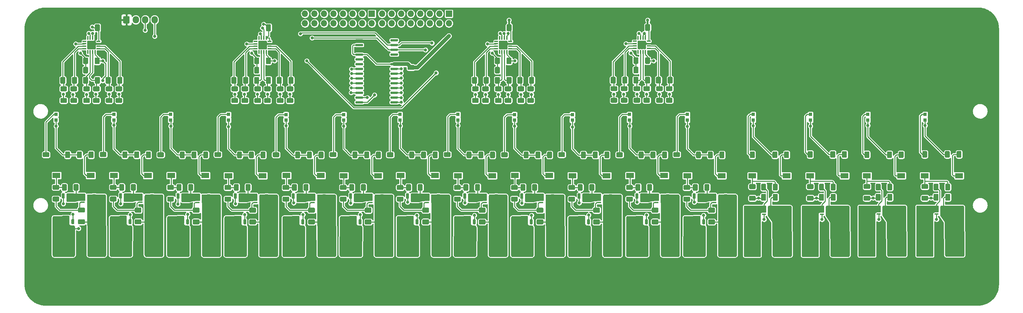
<source format=gbr>
%TF.GenerationSoftware,KiCad,Pcbnew,(5.1.9)-1*%
%TF.CreationDate,2021-05-09T12:40:11+03:00*%
%TF.ProjectId,16ch_fet_board,31366368-5f66-4657-945f-626f6172642e,2.0*%
%TF.SameCoordinates,Original*%
%TF.FileFunction,Copper,L1,Top*%
%TF.FilePolarity,Positive*%
%FSLAX46Y46*%
G04 Gerber Fmt 4.6, Leading zero omitted, Abs format (unit mm)*
G04 Created by KiCad (PCBNEW (5.1.9)-1) date 2021-05-09 12:40:11*
%MOMM*%
%LPD*%
G01*
G04 APERTURE LIST*
%TA.AperFunction,ComponentPad*%
%ADD10O,1.700000X1.700000*%
%TD*%
%TA.AperFunction,ComponentPad*%
%ADD11R,1.700000X1.700000*%
%TD*%
%TA.AperFunction,SMDPad,CuDef*%
%ADD12R,0.950000X0.950000*%
%TD*%
%TA.AperFunction,SMDPad,CuDef*%
%ADD13C,0.100000*%
%TD*%
%TA.AperFunction,SMDPad,CuDef*%
%ADD14R,0.990000X0.405000*%
%TD*%
%TA.AperFunction,SMDPad,CuDef*%
%ADD15R,2.160000X2.160000*%
%TD*%
%TA.AperFunction,SMDPad,CuDef*%
%ADD16R,0.990000X0.340000*%
%TD*%
%TA.AperFunction,SMDPad,CuDef*%
%ADD17R,0.340000X0.990000*%
%TD*%
%TA.AperFunction,ComponentPad*%
%ADD18C,2.400000*%
%TD*%
%TA.AperFunction,ComponentPad*%
%ADD19R,2.400000X2.400000*%
%TD*%
%TA.AperFunction,ComponentPad*%
%ADD20O,1.700000X1.950000*%
%TD*%
%TA.AperFunction,SMDPad,CuDef*%
%ADD21R,2.100000X1.450000*%
%TD*%
%TA.AperFunction,ViaPad*%
%ADD22C,0.800000*%
%TD*%
%TA.AperFunction,Conductor*%
%ADD23C,0.250000*%
%TD*%
%TA.AperFunction,Conductor*%
%ADD24C,0.500000*%
%TD*%
%TA.AperFunction,Conductor*%
%ADD25C,1.000000*%
%TD*%
%TA.AperFunction,Conductor*%
%ADD26C,0.254000*%
%TD*%
%TA.AperFunction,Conductor*%
%ADD27C,0.100000*%
%TD*%
G04 APERTURE END LIST*
%TO.P,R98,3*%
%TO.N,/SR_1+*%
%TA.AperFunction,SMDPad,CuDef*%
G36*
G01*
X48005000Y-110580000D02*
X48385000Y-110580000D01*
G75*
G02*
X48575000Y-110770000I0J-190000D01*
G01*
X48575000Y-111790000D01*
G75*
G02*
X48385000Y-111980000I-190000J0D01*
G01*
X48005000Y-111980000D01*
G75*
G02*
X47815000Y-111790000I0J190000D01*
G01*
X47815000Y-110770000D01*
G75*
G02*
X48005000Y-110580000I190000J0D01*
G01*
G37*
%TD.AperFunction*%
%TO.P,R98,2*%
%TO.N,/SR_1-*%
%TA.AperFunction,SMDPad,CuDef*%
G36*
G01*
X45366200Y-103720000D02*
X45943800Y-103720000D01*
G75*
G02*
X46035000Y-103811200I0J-91200D01*
G01*
X46035000Y-105028800D01*
G75*
G02*
X45943800Y-105120000I-91200J0D01*
G01*
X45366200Y-105120000D01*
G75*
G02*
X45275000Y-105028800I0J91200D01*
G01*
X45275000Y-103811200D01*
G75*
G02*
X45366200Y-103720000I91200J0D01*
G01*
G37*
%TD.AperFunction*%
%TO.P,R98,4*%
%TO.N,/FET_0-1/IN_B*%
%TA.AperFunction,SMDPad,CuDef*%
G36*
G01*
X45518600Y-109690000D02*
X47061400Y-109690000D01*
G75*
G02*
X47305000Y-109933600I0J-243600D01*
G01*
X47305000Y-111736400D01*
G75*
G02*
X47061400Y-111980000I-243600J0D01*
G01*
X45518600Y-111980000D01*
G75*
G02*
X45275000Y-111736400I0J243600D01*
G01*
X45275000Y-109933600D01*
G75*
G02*
X45518600Y-109690000I243600J0D01*
G01*
G37*
%TD.AperFunction*%
%TO.P,R98,1*%
%TO.N,Net-(Q14-Pad1)*%
%TA.AperFunction,SMDPad,CuDef*%
G36*
G01*
X46788600Y-103720000D02*
X48331400Y-103720000D01*
G75*
G02*
X48575000Y-103963600I0J-243600D01*
G01*
X48575000Y-105766400D01*
G75*
G02*
X48331400Y-106010000I-243600J0D01*
G01*
X46788600Y-106010000D01*
G75*
G02*
X46545000Y-105766400I0J243600D01*
G01*
X46545000Y-103963600D01*
G75*
G02*
X46788600Y-103720000I243600J0D01*
G01*
G37*
%TD.AperFunction*%
%TD*%
%TO.P,R97,3*%
%TO.N,/SR_0+*%
%TA.AperFunction,SMDPad,CuDef*%
G36*
G01*
X32765000Y-110580000D02*
X33145000Y-110580000D01*
G75*
G02*
X33335000Y-110770000I0J-190000D01*
G01*
X33335000Y-111790000D01*
G75*
G02*
X33145000Y-111980000I-190000J0D01*
G01*
X32765000Y-111980000D01*
G75*
G02*
X32575000Y-111790000I0J190000D01*
G01*
X32575000Y-110770000D01*
G75*
G02*
X32765000Y-110580000I190000J0D01*
G01*
G37*
%TD.AperFunction*%
%TO.P,R97,2*%
%TO.N,/SR_0-*%
%TA.AperFunction,SMDPad,CuDef*%
G36*
G01*
X30126200Y-103720000D02*
X30703800Y-103720000D01*
G75*
G02*
X30795000Y-103811200I0J-91200D01*
G01*
X30795000Y-105028800D01*
G75*
G02*
X30703800Y-105120000I-91200J0D01*
G01*
X30126200Y-105120000D01*
G75*
G02*
X30035000Y-105028800I0J91200D01*
G01*
X30035000Y-103811200D01*
G75*
G02*
X30126200Y-103720000I91200J0D01*
G01*
G37*
%TD.AperFunction*%
%TO.P,R97,4*%
%TO.N,/+12V*%
%TA.AperFunction,SMDPad,CuDef*%
G36*
G01*
X30278600Y-109690000D02*
X31821400Y-109690000D01*
G75*
G02*
X32065000Y-109933600I0J-243600D01*
G01*
X32065000Y-111736400D01*
G75*
G02*
X31821400Y-111980000I-243600J0D01*
G01*
X30278600Y-111980000D01*
G75*
G02*
X30035000Y-111736400I0J243600D01*
G01*
X30035000Y-109933600D01*
G75*
G02*
X30278600Y-109690000I243600J0D01*
G01*
G37*
%TD.AperFunction*%
%TO.P,R97,1*%
%TO.N,Net-(Q13-Pad1)*%
%TA.AperFunction,SMDPad,CuDef*%
G36*
G01*
X31548600Y-103720000D02*
X33091400Y-103720000D01*
G75*
G02*
X33335000Y-103963600I0J-243600D01*
G01*
X33335000Y-105766400D01*
G75*
G02*
X33091400Y-106010000I-243600J0D01*
G01*
X31548600Y-106010000D01*
G75*
G02*
X31305000Y-105766400I0J243600D01*
G01*
X31305000Y-103963600D01*
G75*
G02*
X31548600Y-103720000I243600J0D01*
G01*
G37*
%TD.AperFunction*%
%TD*%
%TO.P,R50,3*%
%TO.N,/SR_11+*%
%TA.AperFunction,SMDPad,CuDef*%
G36*
G01*
X200620000Y-110605000D02*
X201000000Y-110605000D01*
G75*
G02*
X201190000Y-110795000I0J-190000D01*
G01*
X201190000Y-111815000D01*
G75*
G02*
X201000000Y-112005000I-190000J0D01*
G01*
X200620000Y-112005000D01*
G75*
G02*
X200430000Y-111815000I0J190000D01*
G01*
X200430000Y-110795000D01*
G75*
G02*
X200620000Y-110605000I190000J0D01*
G01*
G37*
%TD.AperFunction*%
%TO.P,R50,2*%
%TO.N,/SR_11-*%
%TA.AperFunction,SMDPad,CuDef*%
G36*
G01*
X197981200Y-103745000D02*
X198558800Y-103745000D01*
G75*
G02*
X198650000Y-103836200I0J-91200D01*
G01*
X198650000Y-105053800D01*
G75*
G02*
X198558800Y-105145000I-91200J0D01*
G01*
X197981200Y-105145000D01*
G75*
G02*
X197890000Y-105053800I0J91200D01*
G01*
X197890000Y-103836200D01*
G75*
G02*
X197981200Y-103745000I91200J0D01*
G01*
G37*
%TD.AperFunction*%
%TO.P,R50,4*%
%TO.N,/FET_10-11/IN_B*%
%TA.AperFunction,SMDPad,CuDef*%
G36*
G01*
X198133600Y-109715000D02*
X199676400Y-109715000D01*
G75*
G02*
X199920000Y-109958600I0J-243600D01*
G01*
X199920000Y-111761400D01*
G75*
G02*
X199676400Y-112005000I-243600J0D01*
G01*
X198133600Y-112005000D01*
G75*
G02*
X197890000Y-111761400I0J243600D01*
G01*
X197890000Y-109958600D01*
G75*
G02*
X198133600Y-109715000I243600J0D01*
G01*
G37*
%TD.AperFunction*%
%TO.P,R50,1*%
%TO.N,Net-(Q4-Pad1)*%
%TA.AperFunction,SMDPad,CuDef*%
G36*
G01*
X199403600Y-103745000D02*
X200946400Y-103745000D01*
G75*
G02*
X201190000Y-103988600I0J-243600D01*
G01*
X201190000Y-105791400D01*
G75*
G02*
X200946400Y-106035000I-243600J0D01*
G01*
X199403600Y-106035000D01*
G75*
G02*
X199160000Y-105791400I0J243600D01*
G01*
X199160000Y-103988600D01*
G75*
G02*
X199403600Y-103745000I243600J0D01*
G01*
G37*
%TD.AperFunction*%
%TD*%
%TO.P,R49,3*%
%TO.N,/SR_10+*%
%TA.AperFunction,SMDPad,CuDef*%
G36*
G01*
X185380000Y-110605000D02*
X185760000Y-110605000D01*
G75*
G02*
X185950000Y-110795000I0J-190000D01*
G01*
X185950000Y-111815000D01*
G75*
G02*
X185760000Y-112005000I-190000J0D01*
G01*
X185380000Y-112005000D01*
G75*
G02*
X185190000Y-111815000I0J190000D01*
G01*
X185190000Y-110795000D01*
G75*
G02*
X185380000Y-110605000I190000J0D01*
G01*
G37*
%TD.AperFunction*%
%TO.P,R49,2*%
%TO.N,/SR_10-*%
%TA.AperFunction,SMDPad,CuDef*%
G36*
G01*
X182741200Y-103745000D02*
X183318800Y-103745000D01*
G75*
G02*
X183410000Y-103836200I0J-91200D01*
G01*
X183410000Y-105053800D01*
G75*
G02*
X183318800Y-105145000I-91200J0D01*
G01*
X182741200Y-105145000D01*
G75*
G02*
X182650000Y-105053800I0J91200D01*
G01*
X182650000Y-103836200D01*
G75*
G02*
X182741200Y-103745000I91200J0D01*
G01*
G37*
%TD.AperFunction*%
%TO.P,R49,4*%
%TO.N,/FET_10-11/IN_A*%
%TA.AperFunction,SMDPad,CuDef*%
G36*
G01*
X182893600Y-109715000D02*
X184436400Y-109715000D01*
G75*
G02*
X184680000Y-109958600I0J-243600D01*
G01*
X184680000Y-111761400D01*
G75*
G02*
X184436400Y-112005000I-243600J0D01*
G01*
X182893600Y-112005000D01*
G75*
G02*
X182650000Y-111761400I0J243600D01*
G01*
X182650000Y-109958600D01*
G75*
G02*
X182893600Y-109715000I243600J0D01*
G01*
G37*
%TD.AperFunction*%
%TO.P,R49,1*%
%TO.N,Net-(Q3-Pad1)*%
%TA.AperFunction,SMDPad,CuDef*%
G36*
G01*
X184163600Y-103745000D02*
X185706400Y-103745000D01*
G75*
G02*
X185950000Y-103988600I0J-243600D01*
G01*
X185950000Y-105791400D01*
G75*
G02*
X185706400Y-106035000I-243600J0D01*
G01*
X184163600Y-106035000D01*
G75*
G02*
X183920000Y-105791400I0J243600D01*
G01*
X183920000Y-103988600D01*
G75*
G02*
X184163600Y-103745000I243600J0D01*
G01*
G37*
%TD.AperFunction*%
%TD*%
%TO.P,R40,3*%
%TO.N,/SR_9+*%
%TA.AperFunction,SMDPad,CuDef*%
G36*
G01*
X170010000Y-110615000D02*
X170390000Y-110615000D01*
G75*
G02*
X170580000Y-110805000I0J-190000D01*
G01*
X170580000Y-111825000D01*
G75*
G02*
X170390000Y-112015000I-190000J0D01*
G01*
X170010000Y-112015000D01*
G75*
G02*
X169820000Y-111825000I0J190000D01*
G01*
X169820000Y-110805000D01*
G75*
G02*
X170010000Y-110615000I190000J0D01*
G01*
G37*
%TD.AperFunction*%
%TO.P,R40,2*%
%TO.N,/SR_9-*%
%TA.AperFunction,SMDPad,CuDef*%
G36*
G01*
X167371200Y-103755000D02*
X167948800Y-103755000D01*
G75*
G02*
X168040000Y-103846200I0J-91200D01*
G01*
X168040000Y-105063800D01*
G75*
G02*
X167948800Y-105155000I-91200J0D01*
G01*
X167371200Y-105155000D01*
G75*
G02*
X167280000Y-105063800I0J91200D01*
G01*
X167280000Y-103846200D01*
G75*
G02*
X167371200Y-103755000I91200J0D01*
G01*
G37*
%TD.AperFunction*%
%TO.P,R40,4*%
%TO.N,/FET_8-9/IN_B*%
%TA.AperFunction,SMDPad,CuDef*%
G36*
G01*
X167523600Y-109725000D02*
X169066400Y-109725000D01*
G75*
G02*
X169310000Y-109968600I0J-243600D01*
G01*
X169310000Y-111771400D01*
G75*
G02*
X169066400Y-112015000I-243600J0D01*
G01*
X167523600Y-112015000D01*
G75*
G02*
X167280000Y-111771400I0J243600D01*
G01*
X167280000Y-109968600D01*
G75*
G02*
X167523600Y-109725000I243600J0D01*
G01*
G37*
%TD.AperFunction*%
%TO.P,R40,1*%
%TO.N,Net-(Q16-Pad1)*%
%TA.AperFunction,SMDPad,CuDef*%
G36*
G01*
X168793600Y-103755000D02*
X170336400Y-103755000D01*
G75*
G02*
X170580000Y-103998600I0J-243600D01*
G01*
X170580000Y-105801400D01*
G75*
G02*
X170336400Y-106045000I-243600J0D01*
G01*
X168793600Y-106045000D01*
G75*
G02*
X168550000Y-105801400I0J243600D01*
G01*
X168550000Y-103998600D01*
G75*
G02*
X168793600Y-103755000I243600J0D01*
G01*
G37*
%TD.AperFunction*%
%TD*%
%TO.P,R39,3*%
%TO.N,/SR_8+*%
%TA.AperFunction,SMDPad,CuDef*%
G36*
G01*
X154770000Y-110615000D02*
X155150000Y-110615000D01*
G75*
G02*
X155340000Y-110805000I0J-190000D01*
G01*
X155340000Y-111825000D01*
G75*
G02*
X155150000Y-112015000I-190000J0D01*
G01*
X154770000Y-112015000D01*
G75*
G02*
X154580000Y-111825000I0J190000D01*
G01*
X154580000Y-110805000D01*
G75*
G02*
X154770000Y-110615000I190000J0D01*
G01*
G37*
%TD.AperFunction*%
%TO.P,R39,2*%
%TO.N,/SR_8-*%
%TA.AperFunction,SMDPad,CuDef*%
G36*
G01*
X152131200Y-103755000D02*
X152708800Y-103755000D01*
G75*
G02*
X152800000Y-103846200I0J-91200D01*
G01*
X152800000Y-105063800D01*
G75*
G02*
X152708800Y-105155000I-91200J0D01*
G01*
X152131200Y-105155000D01*
G75*
G02*
X152040000Y-105063800I0J91200D01*
G01*
X152040000Y-103846200D01*
G75*
G02*
X152131200Y-103755000I91200J0D01*
G01*
G37*
%TD.AperFunction*%
%TO.P,R39,4*%
%TO.N,/FET_8-9/IN_A*%
%TA.AperFunction,SMDPad,CuDef*%
G36*
G01*
X152283600Y-109725000D02*
X153826400Y-109725000D01*
G75*
G02*
X154070000Y-109968600I0J-243600D01*
G01*
X154070000Y-111771400D01*
G75*
G02*
X153826400Y-112015000I-243600J0D01*
G01*
X152283600Y-112015000D01*
G75*
G02*
X152040000Y-111771400I0J243600D01*
G01*
X152040000Y-109968600D01*
G75*
G02*
X152283600Y-109725000I243600J0D01*
G01*
G37*
%TD.AperFunction*%
%TO.P,R39,1*%
%TO.N,Net-(Q15-Pad1)*%
%TA.AperFunction,SMDPad,CuDef*%
G36*
G01*
X153553600Y-103755000D02*
X155096400Y-103755000D01*
G75*
G02*
X155340000Y-103998600I0J-243600D01*
G01*
X155340000Y-105801400D01*
G75*
G02*
X155096400Y-106045000I-243600J0D01*
G01*
X153553600Y-106045000D01*
G75*
G02*
X153310000Y-105801400I0J243600D01*
G01*
X153310000Y-103998600D01*
G75*
G02*
X153553600Y-103755000I243600J0D01*
G01*
G37*
%TD.AperFunction*%
%TD*%
%TO.P,R30,3*%
%TO.N,/SR_7+*%
%TA.AperFunction,SMDPad,CuDef*%
G36*
G01*
X139580000Y-110605000D02*
X139960000Y-110605000D01*
G75*
G02*
X140150000Y-110795000I0J-190000D01*
G01*
X140150000Y-111815000D01*
G75*
G02*
X139960000Y-112005000I-190000J0D01*
G01*
X139580000Y-112005000D01*
G75*
G02*
X139390000Y-111815000I0J190000D01*
G01*
X139390000Y-110795000D01*
G75*
G02*
X139580000Y-110605000I190000J0D01*
G01*
G37*
%TD.AperFunction*%
%TO.P,R30,2*%
%TO.N,/SR_7-*%
%TA.AperFunction,SMDPad,CuDef*%
G36*
G01*
X136941200Y-103745000D02*
X137518800Y-103745000D01*
G75*
G02*
X137610000Y-103836200I0J-91200D01*
G01*
X137610000Y-105053800D01*
G75*
G02*
X137518800Y-105145000I-91200J0D01*
G01*
X136941200Y-105145000D01*
G75*
G02*
X136850000Y-105053800I0J91200D01*
G01*
X136850000Y-103836200D01*
G75*
G02*
X136941200Y-103745000I91200J0D01*
G01*
G37*
%TD.AperFunction*%
%TO.P,R30,4*%
%TO.N,/FET_6-7/IN_B*%
%TA.AperFunction,SMDPad,CuDef*%
G36*
G01*
X137093600Y-109715000D02*
X138636400Y-109715000D01*
G75*
G02*
X138880000Y-109958600I0J-243600D01*
G01*
X138880000Y-111761400D01*
G75*
G02*
X138636400Y-112005000I-243600J0D01*
G01*
X137093600Y-112005000D01*
G75*
G02*
X136850000Y-111761400I0J243600D01*
G01*
X136850000Y-109958600D01*
G75*
G02*
X137093600Y-109715000I243600J0D01*
G01*
G37*
%TD.AperFunction*%
%TO.P,R30,1*%
%TO.N,Net-(Q2-Pad1)*%
%TA.AperFunction,SMDPad,CuDef*%
G36*
G01*
X138363600Y-103745000D02*
X139906400Y-103745000D01*
G75*
G02*
X140150000Y-103988600I0J-243600D01*
G01*
X140150000Y-105791400D01*
G75*
G02*
X139906400Y-106035000I-243600J0D01*
G01*
X138363600Y-106035000D01*
G75*
G02*
X138120000Y-105791400I0J243600D01*
G01*
X138120000Y-103988600D01*
G75*
G02*
X138363600Y-103745000I243600J0D01*
G01*
G37*
%TD.AperFunction*%
%TD*%
%TO.P,R29,3*%
%TO.N,/SR_6+*%
%TA.AperFunction,SMDPad,CuDef*%
G36*
G01*
X124340000Y-110605000D02*
X124720000Y-110605000D01*
G75*
G02*
X124910000Y-110795000I0J-190000D01*
G01*
X124910000Y-111815000D01*
G75*
G02*
X124720000Y-112005000I-190000J0D01*
G01*
X124340000Y-112005000D01*
G75*
G02*
X124150000Y-111815000I0J190000D01*
G01*
X124150000Y-110795000D01*
G75*
G02*
X124340000Y-110605000I190000J0D01*
G01*
G37*
%TD.AperFunction*%
%TO.P,R29,2*%
%TO.N,/SR_6-*%
%TA.AperFunction,SMDPad,CuDef*%
G36*
G01*
X121701200Y-103745000D02*
X122278800Y-103745000D01*
G75*
G02*
X122370000Y-103836200I0J-91200D01*
G01*
X122370000Y-105053800D01*
G75*
G02*
X122278800Y-105145000I-91200J0D01*
G01*
X121701200Y-105145000D01*
G75*
G02*
X121610000Y-105053800I0J91200D01*
G01*
X121610000Y-103836200D01*
G75*
G02*
X121701200Y-103745000I91200J0D01*
G01*
G37*
%TD.AperFunction*%
%TO.P,R29,4*%
%TO.N,/FET_6-7/IN_A*%
%TA.AperFunction,SMDPad,CuDef*%
G36*
G01*
X121853600Y-109715000D02*
X123396400Y-109715000D01*
G75*
G02*
X123640000Y-109958600I0J-243600D01*
G01*
X123640000Y-111761400D01*
G75*
G02*
X123396400Y-112005000I-243600J0D01*
G01*
X121853600Y-112005000D01*
G75*
G02*
X121610000Y-111761400I0J243600D01*
G01*
X121610000Y-109958600D01*
G75*
G02*
X121853600Y-109715000I243600J0D01*
G01*
G37*
%TD.AperFunction*%
%TO.P,R29,1*%
%TO.N,Net-(Q1-Pad1)*%
%TA.AperFunction,SMDPad,CuDef*%
G36*
G01*
X123123600Y-103745000D02*
X124666400Y-103745000D01*
G75*
G02*
X124910000Y-103988600I0J-243600D01*
G01*
X124910000Y-105791400D01*
G75*
G02*
X124666400Y-106035000I-243600J0D01*
G01*
X123123600Y-106035000D01*
G75*
G02*
X122880000Y-105791400I0J243600D01*
G01*
X122880000Y-103988600D01*
G75*
G02*
X123123600Y-103745000I243600J0D01*
G01*
G37*
%TD.AperFunction*%
%TD*%
%TO.P,R20,3*%
%TO.N,/SR_5+*%
%TA.AperFunction,SMDPad,CuDef*%
G36*
G01*
X109210000Y-110615000D02*
X109590000Y-110615000D01*
G75*
G02*
X109780000Y-110805000I0J-190000D01*
G01*
X109780000Y-111825000D01*
G75*
G02*
X109590000Y-112015000I-190000J0D01*
G01*
X109210000Y-112015000D01*
G75*
G02*
X109020000Y-111825000I0J190000D01*
G01*
X109020000Y-110805000D01*
G75*
G02*
X109210000Y-110615000I190000J0D01*
G01*
G37*
%TD.AperFunction*%
%TO.P,R20,2*%
%TO.N,/SR_5-*%
%TA.AperFunction,SMDPad,CuDef*%
G36*
G01*
X106571200Y-103755000D02*
X107148800Y-103755000D01*
G75*
G02*
X107240000Y-103846200I0J-91200D01*
G01*
X107240000Y-105063800D01*
G75*
G02*
X107148800Y-105155000I-91200J0D01*
G01*
X106571200Y-105155000D01*
G75*
G02*
X106480000Y-105063800I0J91200D01*
G01*
X106480000Y-103846200D01*
G75*
G02*
X106571200Y-103755000I91200J0D01*
G01*
G37*
%TD.AperFunction*%
%TO.P,R20,4*%
%TO.N,/FET_4-5/IN_B*%
%TA.AperFunction,SMDPad,CuDef*%
G36*
G01*
X106723600Y-109725000D02*
X108266400Y-109725000D01*
G75*
G02*
X108510000Y-109968600I0J-243600D01*
G01*
X108510000Y-111771400D01*
G75*
G02*
X108266400Y-112015000I-243600J0D01*
G01*
X106723600Y-112015000D01*
G75*
G02*
X106480000Y-111771400I0J243600D01*
G01*
X106480000Y-109968600D01*
G75*
G02*
X106723600Y-109725000I243600J0D01*
G01*
G37*
%TD.AperFunction*%
%TO.P,R20,1*%
%TO.N,Net-(Q10-Pad1)*%
%TA.AperFunction,SMDPad,CuDef*%
G36*
G01*
X107993600Y-103755000D02*
X109536400Y-103755000D01*
G75*
G02*
X109780000Y-103998600I0J-243600D01*
G01*
X109780000Y-105801400D01*
G75*
G02*
X109536400Y-106045000I-243600J0D01*
G01*
X107993600Y-106045000D01*
G75*
G02*
X107750000Y-105801400I0J243600D01*
G01*
X107750000Y-103998600D01*
G75*
G02*
X107993600Y-103755000I243600J0D01*
G01*
G37*
%TD.AperFunction*%
%TD*%
%TO.P,R19,3*%
%TO.N,/SR_4+*%
%TA.AperFunction,SMDPad,CuDef*%
G36*
G01*
X93970000Y-110615000D02*
X94350000Y-110615000D01*
G75*
G02*
X94540000Y-110805000I0J-190000D01*
G01*
X94540000Y-111825000D01*
G75*
G02*
X94350000Y-112015000I-190000J0D01*
G01*
X93970000Y-112015000D01*
G75*
G02*
X93780000Y-111825000I0J190000D01*
G01*
X93780000Y-110805000D01*
G75*
G02*
X93970000Y-110615000I190000J0D01*
G01*
G37*
%TD.AperFunction*%
%TO.P,R19,2*%
%TO.N,/SR_4-*%
%TA.AperFunction,SMDPad,CuDef*%
G36*
G01*
X91331200Y-103755000D02*
X91908800Y-103755000D01*
G75*
G02*
X92000000Y-103846200I0J-91200D01*
G01*
X92000000Y-105063800D01*
G75*
G02*
X91908800Y-105155000I-91200J0D01*
G01*
X91331200Y-105155000D01*
G75*
G02*
X91240000Y-105063800I0J91200D01*
G01*
X91240000Y-103846200D01*
G75*
G02*
X91331200Y-103755000I91200J0D01*
G01*
G37*
%TD.AperFunction*%
%TO.P,R19,4*%
%TO.N,/FET_4-5/IN_A*%
%TA.AperFunction,SMDPad,CuDef*%
G36*
G01*
X91483600Y-109725000D02*
X93026400Y-109725000D01*
G75*
G02*
X93270000Y-109968600I0J-243600D01*
G01*
X93270000Y-111771400D01*
G75*
G02*
X93026400Y-112015000I-243600J0D01*
G01*
X91483600Y-112015000D01*
G75*
G02*
X91240000Y-111771400I0J243600D01*
G01*
X91240000Y-109968600D01*
G75*
G02*
X91483600Y-109725000I243600J0D01*
G01*
G37*
%TD.AperFunction*%
%TO.P,R19,1*%
%TO.N,Net-(Q9-Pad1)*%
%TA.AperFunction,SMDPad,CuDef*%
G36*
G01*
X92753600Y-103755000D02*
X94296400Y-103755000D01*
G75*
G02*
X94540000Y-103998600I0J-243600D01*
G01*
X94540000Y-105801400D01*
G75*
G02*
X94296400Y-106045000I-243600J0D01*
G01*
X92753600Y-106045000D01*
G75*
G02*
X92510000Y-105801400I0J243600D01*
G01*
X92510000Y-103998600D01*
G75*
G02*
X92753600Y-103755000I243600J0D01*
G01*
G37*
%TD.AperFunction*%
%TD*%
%TO.P,R10,3*%
%TO.N,/SR_3+*%
%TA.AperFunction,SMDPad,CuDef*%
G36*
G01*
X78510000Y-110605000D02*
X78890000Y-110605000D01*
G75*
G02*
X79080000Y-110795000I0J-190000D01*
G01*
X79080000Y-111815000D01*
G75*
G02*
X78890000Y-112005000I-190000J0D01*
G01*
X78510000Y-112005000D01*
G75*
G02*
X78320000Y-111815000I0J190000D01*
G01*
X78320000Y-110795000D01*
G75*
G02*
X78510000Y-110605000I190000J0D01*
G01*
G37*
%TD.AperFunction*%
%TO.P,R10,2*%
%TO.N,/SR_3-*%
%TA.AperFunction,SMDPad,CuDef*%
G36*
G01*
X75871200Y-103745000D02*
X76448800Y-103745000D01*
G75*
G02*
X76540000Y-103836200I0J-91200D01*
G01*
X76540000Y-105053800D01*
G75*
G02*
X76448800Y-105145000I-91200J0D01*
G01*
X75871200Y-105145000D01*
G75*
G02*
X75780000Y-105053800I0J91200D01*
G01*
X75780000Y-103836200D01*
G75*
G02*
X75871200Y-103745000I91200J0D01*
G01*
G37*
%TD.AperFunction*%
%TO.P,R10,4*%
%TO.N,/FET_2-3/IN_B*%
%TA.AperFunction,SMDPad,CuDef*%
G36*
G01*
X76023600Y-109715000D02*
X77566400Y-109715000D01*
G75*
G02*
X77810000Y-109958600I0J-243600D01*
G01*
X77810000Y-111761400D01*
G75*
G02*
X77566400Y-112005000I-243600J0D01*
G01*
X76023600Y-112005000D01*
G75*
G02*
X75780000Y-111761400I0J243600D01*
G01*
X75780000Y-109958600D01*
G75*
G02*
X76023600Y-109715000I243600J0D01*
G01*
G37*
%TD.AperFunction*%
%TO.P,R10,1*%
%TO.N,Net-(Q12-Pad1)*%
%TA.AperFunction,SMDPad,CuDef*%
G36*
G01*
X77293600Y-103745000D02*
X78836400Y-103745000D01*
G75*
G02*
X79080000Y-103988600I0J-243600D01*
G01*
X79080000Y-105791400D01*
G75*
G02*
X78836400Y-106035000I-243600J0D01*
G01*
X77293600Y-106035000D01*
G75*
G02*
X77050000Y-105791400I0J243600D01*
G01*
X77050000Y-103988600D01*
G75*
G02*
X77293600Y-103745000I243600J0D01*
G01*
G37*
%TD.AperFunction*%
%TD*%
%TO.P,R9,3*%
%TO.N,/SR_2+*%
%TA.AperFunction,SMDPad,CuDef*%
G36*
G01*
X63270000Y-110605000D02*
X63650000Y-110605000D01*
G75*
G02*
X63840000Y-110795000I0J-190000D01*
G01*
X63840000Y-111815000D01*
G75*
G02*
X63650000Y-112005000I-190000J0D01*
G01*
X63270000Y-112005000D01*
G75*
G02*
X63080000Y-111815000I0J190000D01*
G01*
X63080000Y-110795000D01*
G75*
G02*
X63270000Y-110605000I190000J0D01*
G01*
G37*
%TD.AperFunction*%
%TO.P,R9,2*%
%TO.N,/SR_2-*%
%TA.AperFunction,SMDPad,CuDef*%
G36*
G01*
X60631200Y-103745000D02*
X61208800Y-103745000D01*
G75*
G02*
X61300000Y-103836200I0J-91200D01*
G01*
X61300000Y-105053800D01*
G75*
G02*
X61208800Y-105145000I-91200J0D01*
G01*
X60631200Y-105145000D01*
G75*
G02*
X60540000Y-105053800I0J91200D01*
G01*
X60540000Y-103836200D01*
G75*
G02*
X60631200Y-103745000I91200J0D01*
G01*
G37*
%TD.AperFunction*%
%TO.P,R9,4*%
%TO.N,/FET_2-3/IN_A*%
%TA.AperFunction,SMDPad,CuDef*%
G36*
G01*
X60783600Y-109715000D02*
X62326400Y-109715000D01*
G75*
G02*
X62570000Y-109958600I0J-243600D01*
G01*
X62570000Y-111761400D01*
G75*
G02*
X62326400Y-112005000I-243600J0D01*
G01*
X60783600Y-112005000D01*
G75*
G02*
X60540000Y-111761400I0J243600D01*
G01*
X60540000Y-109958600D01*
G75*
G02*
X60783600Y-109715000I243600J0D01*
G01*
G37*
%TD.AperFunction*%
%TO.P,R9,1*%
%TO.N,Net-(Q11-Pad1)*%
%TA.AperFunction,SMDPad,CuDef*%
G36*
G01*
X62053600Y-103745000D02*
X63596400Y-103745000D01*
G75*
G02*
X63840000Y-103988600I0J-243600D01*
G01*
X63840000Y-105791400D01*
G75*
G02*
X63596400Y-106035000I-243600J0D01*
G01*
X62053600Y-106035000D01*
G75*
G02*
X61810000Y-105791400I0J243600D01*
G01*
X61810000Y-103988600D01*
G75*
G02*
X62053600Y-103745000I243600J0D01*
G01*
G37*
%TD.AperFunction*%
%TD*%
D10*
%TO.P,SW2,6*%
%TO.N,+5V*%
X120300000Y-56000000D03*
%TO.P,SW2,2*%
X130460000Y-56000000D03*
%TO.P,SW2,3*%
X127920000Y-56000000D03*
%TO.P,SW2,8*%
X115220000Y-56000000D03*
%TO.P,SW2,9*%
%TO.N,/FET_15*%
X133000000Y-58540000D03*
%TO.P,SW2,4*%
%TO.N,+5V*%
X125380000Y-56000000D03*
%TO.P,SW2,16*%
%TO.N,/FET_8*%
X115220000Y-58540000D03*
%TO.P,SW2,10*%
%TO.N,/FET_14*%
X130460000Y-58540000D03*
D11*
%TO.P,SW2,1*%
%TO.N,+5V*%
X133000000Y-56000000D03*
D10*
%TO.P,SW2,11*%
%TO.N,/FET_13*%
X127920000Y-58540000D03*
%TO.P,SW2,14*%
%TO.N,/FET_10*%
X120300000Y-58540000D03*
%TO.P,SW2,12*%
%TO.N,/FET_12*%
X125380000Y-58540000D03*
%TO.P,SW2,13*%
%TO.N,/FET_11*%
X122840000Y-58540000D03*
%TO.P,SW2,15*%
%TO.N,/FET_9*%
X117760000Y-58540000D03*
%TO.P,SW2,5*%
%TO.N,+5V*%
X122840000Y-56000000D03*
%TO.P,SW2,7*%
X117760000Y-56000000D03*
%TD*%
%TO.P,SW1,16*%
%TO.N,/FET_0*%
X94720000Y-58540000D03*
%TO.P,SW1,8*%
%TO.N,+5V*%
X94720000Y-56000000D03*
%TO.P,SW1,15*%
%TO.N,/FET_1*%
X97260000Y-58540000D03*
%TO.P,SW1,7*%
%TO.N,+5V*%
X97260000Y-56000000D03*
%TO.P,SW1,14*%
%TO.N,/FET_2*%
X99800000Y-58540000D03*
%TO.P,SW1,6*%
%TO.N,+5V*%
X99800000Y-56000000D03*
%TO.P,SW1,13*%
%TO.N,/FET_3*%
X102340000Y-58540000D03*
%TO.P,SW1,5*%
%TO.N,+5V*%
X102340000Y-56000000D03*
%TO.P,SW1,12*%
%TO.N,/FET_4*%
X104880000Y-58540000D03*
%TO.P,SW1,4*%
%TO.N,+5V*%
X104880000Y-56000000D03*
%TO.P,SW1,11*%
%TO.N,/FET_5*%
X107420000Y-58540000D03*
%TO.P,SW1,3*%
%TO.N,+5V*%
X107420000Y-56000000D03*
%TO.P,SW1,10*%
%TO.N,/FET_6*%
X109960000Y-58540000D03*
%TO.P,SW1,2*%
%TO.N,+5V*%
X109960000Y-56000000D03*
%TO.P,SW1,9*%
%TO.N,/FET_7*%
X112500000Y-58540000D03*
D11*
%TO.P,SW1,1*%
%TO.N,+5V*%
X112500000Y-56000000D03*
%TD*%
D12*
%TO.P,D3,2*%
%TO.N,/FET_4*%
X89655000Y-84285000D03*
%TO.P,D3,1*%
%TO.N,Net-(D3-Pad1)*%
X89655000Y-82785000D03*
%TD*%
%TA.AperFunction,SMDPad,CuDef*%
D13*
%TO.P,Q16,5*%
%TO.N,/FET_8-9/OUT_B*%
G36*
X176385000Y-104397500D02*
G01*
X175875000Y-104397500D01*
X175875000Y-104652500D01*
X176385000Y-104652500D01*
X176385000Y-105057500D01*
X175875000Y-105057500D01*
X175875000Y-105312500D01*
X176385000Y-105312500D01*
X176385000Y-105717500D01*
X175875000Y-105717500D01*
X175875000Y-105972500D01*
X176385000Y-105972500D01*
X176385000Y-106380000D01*
X175625000Y-106380000D01*
X175625000Y-106302500D01*
X174150000Y-106302500D01*
X174150000Y-104067500D01*
X175625000Y-104067500D01*
X175625000Y-103990000D01*
X176385000Y-103990000D01*
X176385000Y-104397500D01*
G37*
%TD.AperFunction*%
D14*
%TO.P,Q16,4*%
%TO.N,Net-(C32-Pad2)*%
X173020000Y-106175000D03*
%TO.P,Q16,3*%
%TO.N,Net-(Q16-Pad1)*%
X173020000Y-105515000D03*
%TO.P,Q16,2*%
X173020000Y-104855000D03*
%TO.P,Q16,1*%
X173020000Y-104195000D03*
%TD*%
%TA.AperFunction,SMDPad,CuDef*%
D13*
%TO.P,Q15,5*%
%TO.N,/FET_8-9/OUT_A*%
G36*
X160985000Y-104397500D02*
G01*
X160475000Y-104397500D01*
X160475000Y-104652500D01*
X160985000Y-104652500D01*
X160985000Y-105057500D01*
X160475000Y-105057500D01*
X160475000Y-105312500D01*
X160985000Y-105312500D01*
X160985000Y-105717500D01*
X160475000Y-105717500D01*
X160475000Y-105972500D01*
X160985000Y-105972500D01*
X160985000Y-106380000D01*
X160225000Y-106380000D01*
X160225000Y-106302500D01*
X158750000Y-106302500D01*
X158750000Y-104067500D01*
X160225000Y-104067500D01*
X160225000Y-103990000D01*
X160985000Y-103990000D01*
X160985000Y-104397500D01*
G37*
%TD.AperFunction*%
D14*
%TO.P,Q15,4*%
%TO.N,Net-(C15-Pad2)*%
X157620000Y-106175000D03*
%TO.P,Q15,3*%
%TO.N,Net-(Q15-Pad1)*%
X157620000Y-105515000D03*
%TO.P,Q15,2*%
X157620000Y-104855000D03*
%TO.P,Q15,1*%
X157620000Y-104195000D03*
%TD*%
%TA.AperFunction,SMDPad,CuDef*%
D13*
%TO.P,Q14,5*%
%TO.N,/FET_0-1/OUT_B*%
G36*
X54380000Y-104362500D02*
G01*
X53870000Y-104362500D01*
X53870000Y-104617500D01*
X54380000Y-104617500D01*
X54380000Y-105022500D01*
X53870000Y-105022500D01*
X53870000Y-105277500D01*
X54380000Y-105277500D01*
X54380000Y-105682500D01*
X53870000Y-105682500D01*
X53870000Y-105937500D01*
X54380000Y-105937500D01*
X54380000Y-106345000D01*
X53620000Y-106345000D01*
X53620000Y-106267500D01*
X52145000Y-106267500D01*
X52145000Y-104032500D01*
X53620000Y-104032500D01*
X53620000Y-103955000D01*
X54380000Y-103955000D01*
X54380000Y-104362500D01*
G37*
%TD.AperFunction*%
D14*
%TO.P,Q14,4*%
%TO.N,Net-(C18-Pad2)*%
X51015000Y-106140000D03*
%TO.P,Q14,3*%
%TO.N,Net-(Q14-Pad1)*%
X51015000Y-105480000D03*
%TO.P,Q14,2*%
X51015000Y-104820000D03*
%TO.P,Q14,1*%
X51015000Y-104160000D03*
%TD*%
%TA.AperFunction,SMDPad,CuDef*%
D13*
%TO.P,Q13,5*%
%TO.N,/FET_0-1/OUT_A*%
G36*
X38980000Y-104362500D02*
G01*
X38470000Y-104362500D01*
X38470000Y-104617500D01*
X38980000Y-104617500D01*
X38980000Y-105022500D01*
X38470000Y-105022500D01*
X38470000Y-105277500D01*
X38980000Y-105277500D01*
X38980000Y-105682500D01*
X38470000Y-105682500D01*
X38470000Y-105937500D01*
X38980000Y-105937500D01*
X38980000Y-106345000D01*
X38220000Y-106345000D01*
X38220000Y-106267500D01*
X36745000Y-106267500D01*
X36745000Y-104032500D01*
X38220000Y-104032500D01*
X38220000Y-103955000D01*
X38980000Y-103955000D01*
X38980000Y-104362500D01*
G37*
%TD.AperFunction*%
D14*
%TO.P,Q13,4*%
%TO.N,Net-(C34-Pad2)*%
X35615000Y-106140000D03*
%TO.P,Q13,3*%
%TO.N,Net-(Q13-Pad1)*%
X35615000Y-105480000D03*
%TO.P,Q13,2*%
X35615000Y-104820000D03*
%TO.P,Q13,1*%
X35615000Y-104160000D03*
%TD*%
%TA.AperFunction,SMDPad,CuDef*%
D13*
%TO.P,Q12,5*%
%TO.N,/FET_2-3/OUT_B*%
G36*
X84885000Y-104387500D02*
G01*
X84375000Y-104387500D01*
X84375000Y-104642500D01*
X84885000Y-104642500D01*
X84885000Y-105047500D01*
X84375000Y-105047500D01*
X84375000Y-105302500D01*
X84885000Y-105302500D01*
X84885000Y-105707500D01*
X84375000Y-105707500D01*
X84375000Y-105962500D01*
X84885000Y-105962500D01*
X84885000Y-106370000D01*
X84125000Y-106370000D01*
X84125000Y-106292500D01*
X82650000Y-106292500D01*
X82650000Y-104057500D01*
X84125000Y-104057500D01*
X84125000Y-103980000D01*
X84885000Y-103980000D01*
X84885000Y-104387500D01*
G37*
%TD.AperFunction*%
D14*
%TO.P,Q12,4*%
%TO.N,Net-(C16-Pad2)*%
X81520000Y-106165000D03*
%TO.P,Q12,3*%
%TO.N,Net-(Q12-Pad1)*%
X81520000Y-105505000D03*
%TO.P,Q12,2*%
X81520000Y-104845000D03*
%TO.P,Q12,1*%
X81520000Y-104185000D03*
%TD*%
%TA.AperFunction,SMDPad,CuDef*%
D13*
%TO.P,Q11,5*%
%TO.N,/FET_2-3/OUT_A*%
G36*
X69485000Y-104387500D02*
G01*
X68975000Y-104387500D01*
X68975000Y-104642500D01*
X69485000Y-104642500D01*
X69485000Y-105047500D01*
X68975000Y-105047500D01*
X68975000Y-105302500D01*
X69485000Y-105302500D01*
X69485000Y-105707500D01*
X68975000Y-105707500D01*
X68975000Y-105962500D01*
X69485000Y-105962500D01*
X69485000Y-106370000D01*
X68725000Y-106370000D01*
X68725000Y-106292500D01*
X67250000Y-106292500D01*
X67250000Y-104057500D01*
X68725000Y-104057500D01*
X68725000Y-103980000D01*
X69485000Y-103980000D01*
X69485000Y-104387500D01*
G37*
%TD.AperFunction*%
D14*
%TO.P,Q11,4*%
%TO.N,Net-(C9-Pad2)*%
X66120000Y-106165000D03*
%TO.P,Q11,3*%
%TO.N,Net-(Q11-Pad1)*%
X66120000Y-105505000D03*
%TO.P,Q11,2*%
X66120000Y-104845000D03*
%TO.P,Q11,1*%
X66120000Y-104185000D03*
%TD*%
%TA.AperFunction,SMDPad,CuDef*%
D13*
%TO.P,Q10,5*%
%TO.N,/FET_4-5/OUT_B*%
G36*
X115585000Y-104397500D02*
G01*
X115075000Y-104397500D01*
X115075000Y-104652500D01*
X115585000Y-104652500D01*
X115585000Y-105057500D01*
X115075000Y-105057500D01*
X115075000Y-105312500D01*
X115585000Y-105312500D01*
X115585000Y-105717500D01*
X115075000Y-105717500D01*
X115075000Y-105972500D01*
X115585000Y-105972500D01*
X115585000Y-106380000D01*
X114825000Y-106380000D01*
X114825000Y-106302500D01*
X113350000Y-106302500D01*
X113350000Y-104067500D01*
X114825000Y-104067500D01*
X114825000Y-103990000D01*
X115585000Y-103990000D01*
X115585000Y-104397500D01*
G37*
%TD.AperFunction*%
D14*
%TO.P,Q10,4*%
%TO.N,Net-(C14-Pad2)*%
X112220000Y-106175000D03*
%TO.P,Q10,3*%
%TO.N,Net-(Q10-Pad1)*%
X112220000Y-105515000D03*
%TO.P,Q10,2*%
X112220000Y-104855000D03*
%TO.P,Q10,1*%
X112220000Y-104195000D03*
%TD*%
%TA.AperFunction,SMDPad,CuDef*%
D13*
%TO.P,Q9,5*%
%TO.N,/FET_4-5/OUT_A*%
G36*
X100185000Y-104397500D02*
G01*
X99675000Y-104397500D01*
X99675000Y-104652500D01*
X100185000Y-104652500D01*
X100185000Y-105057500D01*
X99675000Y-105057500D01*
X99675000Y-105312500D01*
X100185000Y-105312500D01*
X100185000Y-105717500D01*
X99675000Y-105717500D01*
X99675000Y-105972500D01*
X100185000Y-105972500D01*
X100185000Y-106380000D01*
X99425000Y-106380000D01*
X99425000Y-106302500D01*
X97950000Y-106302500D01*
X97950000Y-104067500D01*
X99425000Y-104067500D01*
X99425000Y-103990000D01*
X100185000Y-103990000D01*
X100185000Y-104397500D01*
G37*
%TD.AperFunction*%
D14*
%TO.P,Q9,4*%
%TO.N,Net-(C11-Pad2)*%
X96820000Y-106175000D03*
%TO.P,Q9,3*%
%TO.N,Net-(Q9-Pad1)*%
X96820000Y-105515000D03*
%TO.P,Q9,2*%
X96820000Y-104855000D03*
%TO.P,Q9,1*%
X96820000Y-104195000D03*
%TD*%
%TA.AperFunction,SMDPad,CuDef*%
D13*
%TO.P,Q8,5*%
%TO.N,/FET_14-15/OUT_B*%
G36*
X266120000Y-107492500D02*
G01*
X265610000Y-107492500D01*
X265610000Y-107747500D01*
X266120000Y-107747500D01*
X266120000Y-108152500D01*
X265610000Y-108152500D01*
X265610000Y-108407500D01*
X266120000Y-108407500D01*
X266120000Y-108812500D01*
X265610000Y-108812500D01*
X265610000Y-109067500D01*
X266120000Y-109067500D01*
X266120000Y-109475000D01*
X265360000Y-109475000D01*
X265360000Y-109397500D01*
X263885000Y-109397500D01*
X263885000Y-107162500D01*
X265360000Y-107162500D01*
X265360000Y-107085000D01*
X266120000Y-107085000D01*
X266120000Y-107492500D01*
G37*
%TD.AperFunction*%
D14*
%TO.P,Q8,4*%
%TO.N,Net-(C22-Pad2)*%
X262755000Y-109270000D03*
%TO.P,Q8,3*%
%TO.N,/FET_14-15/IN_B*%
X262755000Y-108610000D03*
%TO.P,Q8,2*%
X262755000Y-107950000D03*
%TO.P,Q8,1*%
X262755000Y-107290000D03*
%TD*%
%TA.AperFunction,SMDPad,CuDef*%
D13*
%TO.P,Q7,5*%
%TO.N,/FET_14-15/OUT_A*%
G36*
X250720000Y-107492500D02*
G01*
X250210000Y-107492500D01*
X250210000Y-107747500D01*
X250720000Y-107747500D01*
X250720000Y-108152500D01*
X250210000Y-108152500D01*
X250210000Y-108407500D01*
X250720000Y-108407500D01*
X250720000Y-108812500D01*
X250210000Y-108812500D01*
X250210000Y-109067500D01*
X250720000Y-109067500D01*
X250720000Y-109475000D01*
X249960000Y-109475000D01*
X249960000Y-109397500D01*
X248485000Y-109397500D01*
X248485000Y-107162500D01*
X249960000Y-107162500D01*
X249960000Y-107085000D01*
X250720000Y-107085000D01*
X250720000Y-107492500D01*
G37*
%TD.AperFunction*%
D14*
%TO.P,Q7,4*%
%TO.N,Net-(C21-Pad2)*%
X247355000Y-109270000D03*
%TO.P,Q7,3*%
%TO.N,/FET_14-15/IN_A*%
X247355000Y-108610000D03*
%TO.P,Q7,2*%
X247355000Y-107950000D03*
%TO.P,Q7,1*%
X247355000Y-107290000D03*
%TD*%
%TA.AperFunction,SMDPad,CuDef*%
D13*
%TO.P,Q6,5*%
%TO.N,/FET_12-13/OUT_B*%
G36*
X235630000Y-107512500D02*
G01*
X235120000Y-107512500D01*
X235120000Y-107767500D01*
X235630000Y-107767500D01*
X235630000Y-108172500D01*
X235120000Y-108172500D01*
X235120000Y-108427500D01*
X235630000Y-108427500D01*
X235630000Y-108832500D01*
X235120000Y-108832500D01*
X235120000Y-109087500D01*
X235630000Y-109087500D01*
X235630000Y-109495000D01*
X234870000Y-109495000D01*
X234870000Y-109417500D01*
X233395000Y-109417500D01*
X233395000Y-107182500D01*
X234870000Y-107182500D01*
X234870000Y-107105000D01*
X235630000Y-107105000D01*
X235630000Y-107512500D01*
G37*
%TD.AperFunction*%
D14*
%TO.P,Q6,4*%
%TO.N,Net-(C20-Pad2)*%
X232265000Y-109290000D03*
%TO.P,Q6,3*%
%TO.N,/FET_12-13/IN_B*%
X232265000Y-108630000D03*
%TO.P,Q6,2*%
X232265000Y-107970000D03*
%TO.P,Q6,1*%
X232265000Y-107310000D03*
%TD*%
%TA.AperFunction,SMDPad,CuDef*%
D13*
%TO.P,Q5,5*%
%TO.N,/FET_12-13/OUT_A*%
G36*
X220230000Y-107512500D02*
G01*
X219720000Y-107512500D01*
X219720000Y-107767500D01*
X220230000Y-107767500D01*
X220230000Y-108172500D01*
X219720000Y-108172500D01*
X219720000Y-108427500D01*
X220230000Y-108427500D01*
X220230000Y-108832500D01*
X219720000Y-108832500D01*
X219720000Y-109087500D01*
X220230000Y-109087500D01*
X220230000Y-109495000D01*
X219470000Y-109495000D01*
X219470000Y-109417500D01*
X217995000Y-109417500D01*
X217995000Y-107182500D01*
X219470000Y-107182500D01*
X219470000Y-107105000D01*
X220230000Y-107105000D01*
X220230000Y-107512500D01*
G37*
%TD.AperFunction*%
D14*
%TO.P,Q5,4*%
%TO.N,Net-(C19-Pad2)*%
X216865000Y-109290000D03*
%TO.P,Q5,3*%
%TO.N,/FET_12-13/IN_A*%
X216865000Y-108630000D03*
%TO.P,Q5,2*%
X216865000Y-107970000D03*
%TO.P,Q5,1*%
X216865000Y-107310000D03*
%TD*%
%TA.AperFunction,SMDPad,CuDef*%
D13*
%TO.P,Q4,5*%
%TO.N,/FET_10-11/OUT_B*%
G36*
X206995000Y-104387500D02*
G01*
X206485000Y-104387500D01*
X206485000Y-104642500D01*
X206995000Y-104642500D01*
X206995000Y-105047500D01*
X206485000Y-105047500D01*
X206485000Y-105302500D01*
X206995000Y-105302500D01*
X206995000Y-105707500D01*
X206485000Y-105707500D01*
X206485000Y-105962500D01*
X206995000Y-105962500D01*
X206995000Y-106370000D01*
X206235000Y-106370000D01*
X206235000Y-106292500D01*
X204760000Y-106292500D01*
X204760000Y-104057500D01*
X206235000Y-104057500D01*
X206235000Y-103980000D01*
X206995000Y-103980000D01*
X206995000Y-104387500D01*
G37*
%TD.AperFunction*%
D14*
%TO.P,Q4,4*%
%TO.N,Net-(C12-Pad2)*%
X203630000Y-106165000D03*
%TO.P,Q4,3*%
%TO.N,Net-(Q4-Pad1)*%
X203630000Y-105505000D03*
%TO.P,Q4,2*%
X203630000Y-104845000D03*
%TO.P,Q4,1*%
X203630000Y-104185000D03*
%TD*%
%TA.AperFunction,SMDPad,CuDef*%
D13*
%TO.P,Q3,5*%
%TO.N,/FET_10-11/OUT_A*%
G36*
X191595000Y-104387500D02*
G01*
X191085000Y-104387500D01*
X191085000Y-104642500D01*
X191595000Y-104642500D01*
X191595000Y-105047500D01*
X191085000Y-105047500D01*
X191085000Y-105302500D01*
X191595000Y-105302500D01*
X191595000Y-105707500D01*
X191085000Y-105707500D01*
X191085000Y-105962500D01*
X191595000Y-105962500D01*
X191595000Y-106370000D01*
X190835000Y-106370000D01*
X190835000Y-106292500D01*
X189360000Y-106292500D01*
X189360000Y-104057500D01*
X190835000Y-104057500D01*
X190835000Y-103980000D01*
X191595000Y-103980000D01*
X191595000Y-104387500D01*
G37*
%TD.AperFunction*%
D14*
%TO.P,Q3,4*%
%TO.N,Net-(C17-Pad2)*%
X188230000Y-106165000D03*
%TO.P,Q3,3*%
%TO.N,Net-(Q3-Pad1)*%
X188230000Y-105505000D03*
%TO.P,Q3,2*%
X188230000Y-104845000D03*
%TO.P,Q3,1*%
X188230000Y-104185000D03*
%TD*%
%TA.AperFunction,SMDPad,CuDef*%
D13*
%TO.P,Q2,5*%
%TO.N,/FET_6-7/OUT_B*%
G36*
X145955000Y-104387500D02*
G01*
X145445000Y-104387500D01*
X145445000Y-104642500D01*
X145955000Y-104642500D01*
X145955000Y-105047500D01*
X145445000Y-105047500D01*
X145445000Y-105302500D01*
X145955000Y-105302500D01*
X145955000Y-105707500D01*
X145445000Y-105707500D01*
X145445000Y-105962500D01*
X145955000Y-105962500D01*
X145955000Y-106370000D01*
X145195000Y-106370000D01*
X145195000Y-106292500D01*
X143720000Y-106292500D01*
X143720000Y-104057500D01*
X145195000Y-104057500D01*
X145195000Y-103980000D01*
X145955000Y-103980000D01*
X145955000Y-104387500D01*
G37*
%TD.AperFunction*%
D14*
%TO.P,Q2,4*%
%TO.N,Net-(C10-Pad2)*%
X142590000Y-106165000D03*
%TO.P,Q2,3*%
%TO.N,Net-(Q2-Pad1)*%
X142590000Y-105505000D03*
%TO.P,Q2,2*%
X142590000Y-104845000D03*
%TO.P,Q2,1*%
X142590000Y-104185000D03*
%TD*%
%TA.AperFunction,SMDPad,CuDef*%
D13*
%TO.P,Q1,5*%
%TO.N,/FET_6-7/OUT_A*%
G36*
X130555000Y-104387500D02*
G01*
X130045000Y-104387500D01*
X130045000Y-104642500D01*
X130555000Y-104642500D01*
X130555000Y-105047500D01*
X130045000Y-105047500D01*
X130045000Y-105302500D01*
X130555000Y-105302500D01*
X130555000Y-105707500D01*
X130045000Y-105707500D01*
X130045000Y-105962500D01*
X130555000Y-105962500D01*
X130555000Y-106370000D01*
X129795000Y-106370000D01*
X129795000Y-106292500D01*
X128320000Y-106292500D01*
X128320000Y-104057500D01*
X129795000Y-104057500D01*
X129795000Y-103980000D01*
X130555000Y-103980000D01*
X130555000Y-104387500D01*
G37*
%TD.AperFunction*%
D14*
%TO.P,Q1,4*%
%TO.N,Net-(C13-Pad2)*%
X127190000Y-106165000D03*
%TO.P,Q1,3*%
%TO.N,Net-(Q1-Pad1)*%
X127190000Y-105505000D03*
%TO.P,Q1,2*%
X127190000Y-104845000D03*
%TO.P,Q1,1*%
X127190000Y-104185000D03*
%TD*%
D15*
%TO.P,U5,17*%
%TO.N,GND*%
X37900000Y-64300000D03*
D16*
%TO.P,U5,12*%
%TO.N,Net-(C29-Pad1)*%
X36040000Y-65275000D03*
%TO.P,U5,11*%
%TO.N,Net-(C29-Pad2)*%
X36040000Y-64625000D03*
%TO.P,U5,10*%
%TO.N,/INA_0/PV*%
X36040000Y-63975000D03*
%TO.P,U5,9*%
%TO.N,Net-(U5-Pad9)*%
X36040000Y-63325000D03*
%TO.P,U5,4*%
%TO.N,+5V*%
X39760000Y-63325000D03*
%TO.P,U5,3*%
%TO.N,GND*%
X39760000Y-63975000D03*
%TO.P,U5,2*%
%TO.N,Net-(C27-Pad1)*%
X39760000Y-64625000D03*
%TO.P,U5,1*%
%TO.N,Net-(C27-Pad2)*%
X39760000Y-65275000D03*
D17*
%TO.P,U5,16*%
%TO.N,/+12V*%
X38875000Y-66160000D03*
%TO.P,U5,15*%
%TO.N,Net-(C28-Pad1)*%
X38225000Y-66160000D03*
%TO.P,U5,14*%
%TO.N,Net-(C28-Pad2)*%
X37575000Y-66160000D03*
%TO.P,U5,13*%
%TO.N,Net-(U5-Pad13)*%
X36925000Y-66160000D03*
%TO.P,U5,8*%
%TO.N,Net-(U5-Pad8)*%
X36925000Y-62440000D03*
%TO.P,U5,7*%
%TO.N,/SDA*%
X37575000Y-62440000D03*
%TO.P,U5,6*%
%TO.N,/SCL*%
X38225000Y-62440000D03*
%TO.P,U5,5*%
%TO.N,GND*%
X38875000Y-62440000D03*
%TD*%
D15*
%TO.P,U4,17*%
%TO.N,GND*%
X83430000Y-64310000D03*
D16*
%TO.P,U4,12*%
%TO.N,Net-(C25-Pad1)*%
X81570000Y-65285000D03*
%TO.P,U4,11*%
%TO.N,Net-(C25-Pad2)*%
X81570000Y-64635000D03*
%TO.P,U4,10*%
%TO.N,/INA_1/PV*%
X81570000Y-63985000D03*
%TO.P,U4,9*%
%TO.N,Net-(U4-Pad9)*%
X81570000Y-63335000D03*
%TO.P,U4,4*%
%TO.N,+5V*%
X85290000Y-63335000D03*
%TO.P,U4,3*%
%TO.N,GND*%
X85290000Y-63985000D03*
%TO.P,U4,2*%
%TO.N,Net-(C23-Pad1)*%
X85290000Y-64635000D03*
%TO.P,U4,1*%
%TO.N,Net-(C23-Pad2)*%
X85290000Y-65285000D03*
D17*
%TO.P,U4,16*%
%TO.N,/+12V*%
X84405000Y-66170000D03*
%TO.P,U4,15*%
%TO.N,Net-(C24-Pad1)*%
X83755000Y-66170000D03*
%TO.P,U4,14*%
%TO.N,Net-(C24-Pad2)*%
X83105000Y-66170000D03*
%TO.P,U4,13*%
%TO.N,Net-(U4-Pad13)*%
X82455000Y-66170000D03*
%TO.P,U4,8*%
%TO.N,Net-(U4-Pad8)*%
X82455000Y-62450000D03*
%TO.P,U4,7*%
%TO.N,/SDA*%
X83105000Y-62450000D03*
%TO.P,U4,6*%
%TO.N,/SCL*%
X83755000Y-62450000D03*
%TO.P,U4,5*%
%TO.N,+5V*%
X84405000Y-62450000D03*
%TD*%
D15*
%TO.P,U3,17*%
%TO.N,GND*%
X184330000Y-64250000D03*
D16*
%TO.P,U3,12*%
%TO.N,Net-(C7-Pad1)*%
X182470000Y-65225000D03*
%TO.P,U3,11*%
%TO.N,Net-(C7-Pad2)*%
X182470000Y-64575000D03*
%TO.P,U3,10*%
%TO.N,/INA_3/PV*%
X182470000Y-63925000D03*
%TO.P,U3,9*%
%TO.N,Net-(U3-Pad9)*%
X182470000Y-63275000D03*
%TO.P,U3,4*%
%TO.N,+5V*%
X186190000Y-63275000D03*
%TO.P,U3,3*%
%TO.N,GND*%
X186190000Y-63925000D03*
%TO.P,U3,2*%
%TO.N,Net-(C5-Pad1)*%
X186190000Y-64575000D03*
%TO.P,U3,1*%
%TO.N,Net-(C5-Pad2)*%
X186190000Y-65225000D03*
D17*
%TO.P,U3,16*%
%TO.N,/+12V*%
X185305000Y-66110000D03*
%TO.P,U3,15*%
%TO.N,Net-(C6-Pad1)*%
X184655000Y-66110000D03*
%TO.P,U3,14*%
%TO.N,Net-(C6-Pad2)*%
X184005000Y-66110000D03*
%TO.P,U3,13*%
%TO.N,Net-(U3-Pad13)*%
X183355000Y-66110000D03*
%TO.P,U3,8*%
%TO.N,Net-(U3-Pad8)*%
X183355000Y-62390000D03*
%TO.P,U3,7*%
%TO.N,/SDA*%
X184005000Y-62390000D03*
%TO.P,U3,6*%
%TO.N,/SCL*%
X184655000Y-62390000D03*
%TO.P,U3,5*%
X185305000Y-62390000D03*
%TD*%
D15*
%TO.P,U2,17*%
%TO.N,GND*%
X147460000Y-64300000D03*
D16*
%TO.P,U2,12*%
%TO.N,Net-(C3-Pad1)*%
X145600000Y-65275000D03*
%TO.P,U2,11*%
%TO.N,Net-(C3-Pad2)*%
X145600000Y-64625000D03*
%TO.P,U2,10*%
%TO.N,/INA_2/PV*%
X145600000Y-63975000D03*
%TO.P,U2,9*%
%TO.N,Net-(U2-Pad9)*%
X145600000Y-63325000D03*
%TO.P,U2,4*%
%TO.N,+5V*%
X149320000Y-63325000D03*
%TO.P,U2,3*%
%TO.N,GND*%
X149320000Y-63975000D03*
%TO.P,U2,2*%
%TO.N,Net-(C1-Pad1)*%
X149320000Y-64625000D03*
%TO.P,U2,1*%
%TO.N,Net-(C1-Pad2)*%
X149320000Y-65275000D03*
D17*
%TO.P,U2,16*%
%TO.N,/+12V*%
X148435000Y-66160000D03*
%TO.P,U2,15*%
%TO.N,Net-(C2-Pad1)*%
X147785000Y-66160000D03*
%TO.P,U2,14*%
%TO.N,Net-(C2-Pad2)*%
X147135000Y-66160000D03*
%TO.P,U2,13*%
%TO.N,Net-(U2-Pad13)*%
X146485000Y-66160000D03*
%TO.P,U2,8*%
%TO.N,Net-(U2-Pad8)*%
X146485000Y-62440000D03*
%TO.P,U2,7*%
%TO.N,/SDA*%
X147135000Y-62440000D03*
%TO.P,U2,6*%
%TO.N,/SCL*%
X147785000Y-62440000D03*
%TO.P,U2,5*%
%TO.N,/SDA*%
X148435000Y-62440000D03*
%TD*%
%TO.P,U1,28*%
%TO.N,/FET_7*%
%TA.AperFunction,SMDPad,CuDef*%
G36*
G01*
X110175000Y-79405000D02*
X110175000Y-79705000D01*
G75*
G02*
X110025000Y-79855000I-150000J0D01*
G01*
X108275000Y-79855000D01*
G75*
G02*
X108125000Y-79705000I0J150000D01*
G01*
X108125000Y-79405000D01*
G75*
G02*
X108275000Y-79255000I150000J0D01*
G01*
X110025000Y-79255000D01*
G75*
G02*
X110175000Y-79405000I0J-150000D01*
G01*
G37*
%TD.AperFunction*%
%TO.P,U1,27*%
%TO.N,/FET_6*%
%TA.AperFunction,SMDPad,CuDef*%
G36*
G01*
X110175000Y-78135000D02*
X110175000Y-78435000D01*
G75*
G02*
X110025000Y-78585000I-150000J0D01*
G01*
X108275000Y-78585000D01*
G75*
G02*
X108125000Y-78435000I0J150000D01*
G01*
X108125000Y-78135000D01*
G75*
G02*
X108275000Y-77985000I150000J0D01*
G01*
X110025000Y-77985000D01*
G75*
G02*
X110175000Y-78135000I0J-150000D01*
G01*
G37*
%TD.AperFunction*%
%TO.P,U1,26*%
%TO.N,/FET_5*%
%TA.AperFunction,SMDPad,CuDef*%
G36*
G01*
X110175000Y-76865000D02*
X110175000Y-77165000D01*
G75*
G02*
X110025000Y-77315000I-150000J0D01*
G01*
X108275000Y-77315000D01*
G75*
G02*
X108125000Y-77165000I0J150000D01*
G01*
X108125000Y-76865000D01*
G75*
G02*
X108275000Y-76715000I150000J0D01*
G01*
X110025000Y-76715000D01*
G75*
G02*
X110175000Y-76865000I0J-150000D01*
G01*
G37*
%TD.AperFunction*%
%TO.P,U1,25*%
%TO.N,/FET_4*%
%TA.AperFunction,SMDPad,CuDef*%
G36*
G01*
X110175000Y-75595000D02*
X110175000Y-75895000D01*
G75*
G02*
X110025000Y-76045000I-150000J0D01*
G01*
X108275000Y-76045000D01*
G75*
G02*
X108125000Y-75895000I0J150000D01*
G01*
X108125000Y-75595000D01*
G75*
G02*
X108275000Y-75445000I150000J0D01*
G01*
X110025000Y-75445000D01*
G75*
G02*
X110175000Y-75595000I0J-150000D01*
G01*
G37*
%TD.AperFunction*%
%TO.P,U1,24*%
%TO.N,/FET_3*%
%TA.AperFunction,SMDPad,CuDef*%
G36*
G01*
X110175000Y-74325000D02*
X110175000Y-74625000D01*
G75*
G02*
X110025000Y-74775000I-150000J0D01*
G01*
X108275000Y-74775000D01*
G75*
G02*
X108125000Y-74625000I0J150000D01*
G01*
X108125000Y-74325000D01*
G75*
G02*
X108275000Y-74175000I150000J0D01*
G01*
X110025000Y-74175000D01*
G75*
G02*
X110175000Y-74325000I0J-150000D01*
G01*
G37*
%TD.AperFunction*%
%TO.P,U1,23*%
%TO.N,/FET_2*%
%TA.AperFunction,SMDPad,CuDef*%
G36*
G01*
X110175000Y-73055000D02*
X110175000Y-73355000D01*
G75*
G02*
X110025000Y-73505000I-150000J0D01*
G01*
X108275000Y-73505000D01*
G75*
G02*
X108125000Y-73355000I0J150000D01*
G01*
X108125000Y-73055000D01*
G75*
G02*
X108275000Y-72905000I150000J0D01*
G01*
X110025000Y-72905000D01*
G75*
G02*
X110175000Y-73055000I0J-150000D01*
G01*
G37*
%TD.AperFunction*%
%TO.P,U1,22*%
%TO.N,/FET_1*%
%TA.AperFunction,SMDPad,CuDef*%
G36*
G01*
X110175000Y-71785000D02*
X110175000Y-72085000D01*
G75*
G02*
X110025000Y-72235000I-150000J0D01*
G01*
X108275000Y-72235000D01*
G75*
G02*
X108125000Y-72085000I0J150000D01*
G01*
X108125000Y-71785000D01*
G75*
G02*
X108275000Y-71635000I150000J0D01*
G01*
X110025000Y-71635000D01*
G75*
G02*
X110175000Y-71785000I0J-150000D01*
G01*
G37*
%TD.AperFunction*%
%TO.P,U1,21*%
%TO.N,/FET_0*%
%TA.AperFunction,SMDPad,CuDef*%
G36*
G01*
X110175000Y-70515000D02*
X110175000Y-70815000D01*
G75*
G02*
X110025000Y-70965000I-150000J0D01*
G01*
X108275000Y-70965000D01*
G75*
G02*
X108125000Y-70815000I0J150000D01*
G01*
X108125000Y-70515000D01*
G75*
G02*
X108275000Y-70365000I150000J0D01*
G01*
X110025000Y-70365000D01*
G75*
G02*
X110175000Y-70515000I0J-150000D01*
G01*
G37*
%TD.AperFunction*%
%TO.P,U1,20*%
%TO.N,Net-(U1-Pad20)*%
%TA.AperFunction,SMDPad,CuDef*%
G36*
G01*
X110175000Y-69245000D02*
X110175000Y-69545000D01*
G75*
G02*
X110025000Y-69695000I-150000J0D01*
G01*
X108275000Y-69695000D01*
G75*
G02*
X108125000Y-69545000I0J150000D01*
G01*
X108125000Y-69245000D01*
G75*
G02*
X108275000Y-69095000I150000J0D01*
G01*
X110025000Y-69095000D01*
G75*
G02*
X110175000Y-69245000I0J-150000D01*
G01*
G37*
%TD.AperFunction*%
%TO.P,U1,19*%
%TO.N,Net-(U1-Pad19)*%
%TA.AperFunction,SMDPad,CuDef*%
G36*
G01*
X110175000Y-67975000D02*
X110175000Y-68275000D01*
G75*
G02*
X110025000Y-68425000I-150000J0D01*
G01*
X108275000Y-68425000D01*
G75*
G02*
X108125000Y-68275000I0J150000D01*
G01*
X108125000Y-67975000D01*
G75*
G02*
X108275000Y-67825000I150000J0D01*
G01*
X110025000Y-67825000D01*
G75*
G02*
X110175000Y-67975000I0J-150000D01*
G01*
G37*
%TD.AperFunction*%
%TO.P,U1,18*%
%TO.N,+5V*%
%TA.AperFunction,SMDPad,CuDef*%
G36*
G01*
X110175000Y-66705000D02*
X110175000Y-67005000D01*
G75*
G02*
X110025000Y-67155000I-150000J0D01*
G01*
X108275000Y-67155000D01*
G75*
G02*
X108125000Y-67005000I0J150000D01*
G01*
X108125000Y-66705000D01*
G75*
G02*
X108275000Y-66555000I150000J0D01*
G01*
X110025000Y-66555000D01*
G75*
G02*
X110175000Y-66705000I0J-150000D01*
G01*
G37*
%TD.AperFunction*%
%TO.P,U1,17*%
%TO.N,GND*%
%TA.AperFunction,SMDPad,CuDef*%
G36*
G01*
X110175000Y-65435000D02*
X110175000Y-65735000D01*
G75*
G02*
X110025000Y-65885000I-150000J0D01*
G01*
X108275000Y-65885000D01*
G75*
G02*
X108125000Y-65735000I0J150000D01*
G01*
X108125000Y-65435000D01*
G75*
G02*
X108275000Y-65285000I150000J0D01*
G01*
X110025000Y-65285000D01*
G75*
G02*
X110175000Y-65435000I0J-150000D01*
G01*
G37*
%TD.AperFunction*%
%TO.P,U1,16*%
%TO.N,+5V*%
%TA.AperFunction,SMDPad,CuDef*%
G36*
G01*
X110175000Y-64165000D02*
X110175000Y-64465000D01*
G75*
G02*
X110025000Y-64615000I-150000J0D01*
G01*
X108275000Y-64615000D01*
G75*
G02*
X108125000Y-64465000I0J150000D01*
G01*
X108125000Y-64165000D01*
G75*
G02*
X108275000Y-64015000I150000J0D01*
G01*
X110025000Y-64015000D01*
G75*
G02*
X110175000Y-64165000I0J-150000D01*
G01*
G37*
%TD.AperFunction*%
%TO.P,U1,15*%
%TO.N,GND*%
%TA.AperFunction,SMDPad,CuDef*%
G36*
G01*
X110175000Y-62895000D02*
X110175000Y-63195000D01*
G75*
G02*
X110025000Y-63345000I-150000J0D01*
G01*
X108275000Y-63345000D01*
G75*
G02*
X108125000Y-63195000I0J150000D01*
G01*
X108125000Y-62895000D01*
G75*
G02*
X108275000Y-62745000I150000J0D01*
G01*
X110025000Y-62745000D01*
G75*
G02*
X110175000Y-62895000I0J-150000D01*
G01*
G37*
%TD.AperFunction*%
%TO.P,U1,14*%
%TO.N,Net-(U1-Pad14)*%
%TA.AperFunction,SMDPad,CuDef*%
G36*
G01*
X119475000Y-62895000D02*
X119475000Y-63195000D01*
G75*
G02*
X119325000Y-63345000I-150000J0D01*
G01*
X117575000Y-63345000D01*
G75*
G02*
X117425000Y-63195000I0J150000D01*
G01*
X117425000Y-62895000D01*
G75*
G02*
X117575000Y-62745000I150000J0D01*
G01*
X119325000Y-62745000D01*
G75*
G02*
X119475000Y-62895000I0J-150000D01*
G01*
G37*
%TD.AperFunction*%
%TO.P,U1,13*%
%TO.N,/SDA*%
%TA.AperFunction,SMDPad,CuDef*%
G36*
G01*
X119475000Y-64165000D02*
X119475000Y-64465000D01*
G75*
G02*
X119325000Y-64615000I-150000J0D01*
G01*
X117575000Y-64615000D01*
G75*
G02*
X117425000Y-64465000I0J150000D01*
G01*
X117425000Y-64165000D01*
G75*
G02*
X117575000Y-64015000I150000J0D01*
G01*
X119325000Y-64015000D01*
G75*
G02*
X119475000Y-64165000I0J-150000D01*
G01*
G37*
%TD.AperFunction*%
%TO.P,U1,12*%
%TO.N,/SCL*%
%TA.AperFunction,SMDPad,CuDef*%
G36*
G01*
X119475000Y-65435000D02*
X119475000Y-65735000D01*
G75*
G02*
X119325000Y-65885000I-150000J0D01*
G01*
X117575000Y-65885000D01*
G75*
G02*
X117425000Y-65735000I0J150000D01*
G01*
X117425000Y-65435000D01*
G75*
G02*
X117575000Y-65285000I150000J0D01*
G01*
X119325000Y-65285000D01*
G75*
G02*
X119475000Y-65435000I0J-150000D01*
G01*
G37*
%TD.AperFunction*%
%TO.P,U1,11*%
%TO.N,Net-(U1-Pad11)*%
%TA.AperFunction,SMDPad,CuDef*%
G36*
G01*
X119475000Y-66705000D02*
X119475000Y-67005000D01*
G75*
G02*
X119325000Y-67155000I-150000J0D01*
G01*
X117575000Y-67155000D01*
G75*
G02*
X117425000Y-67005000I0J150000D01*
G01*
X117425000Y-66705000D01*
G75*
G02*
X117575000Y-66555000I150000J0D01*
G01*
X119325000Y-66555000D01*
G75*
G02*
X119475000Y-66705000I0J-150000D01*
G01*
G37*
%TD.AperFunction*%
%TO.P,U1,10*%
%TO.N,GND*%
%TA.AperFunction,SMDPad,CuDef*%
G36*
G01*
X119475000Y-67975000D02*
X119475000Y-68275000D01*
G75*
G02*
X119325000Y-68425000I-150000J0D01*
G01*
X117575000Y-68425000D01*
G75*
G02*
X117425000Y-68275000I0J150000D01*
G01*
X117425000Y-67975000D01*
G75*
G02*
X117575000Y-67825000I150000J0D01*
G01*
X119325000Y-67825000D01*
G75*
G02*
X119475000Y-67975000I0J-150000D01*
G01*
G37*
%TD.AperFunction*%
%TO.P,U1,9*%
%TO.N,+5V*%
%TA.AperFunction,SMDPad,CuDef*%
G36*
G01*
X119475000Y-69245000D02*
X119475000Y-69545000D01*
G75*
G02*
X119325000Y-69695000I-150000J0D01*
G01*
X117575000Y-69695000D01*
G75*
G02*
X117425000Y-69545000I0J150000D01*
G01*
X117425000Y-69245000D01*
G75*
G02*
X117575000Y-69095000I150000J0D01*
G01*
X119325000Y-69095000D01*
G75*
G02*
X119475000Y-69245000I0J-150000D01*
G01*
G37*
%TD.AperFunction*%
%TO.P,U1,8*%
%TO.N,/FET_15*%
%TA.AperFunction,SMDPad,CuDef*%
G36*
G01*
X119475000Y-70515000D02*
X119475000Y-70815000D01*
G75*
G02*
X119325000Y-70965000I-150000J0D01*
G01*
X117575000Y-70965000D01*
G75*
G02*
X117425000Y-70815000I0J150000D01*
G01*
X117425000Y-70515000D01*
G75*
G02*
X117575000Y-70365000I150000J0D01*
G01*
X119325000Y-70365000D01*
G75*
G02*
X119475000Y-70515000I0J-150000D01*
G01*
G37*
%TD.AperFunction*%
%TO.P,U1,7*%
%TO.N,/FET_14*%
%TA.AperFunction,SMDPad,CuDef*%
G36*
G01*
X119475000Y-71785000D02*
X119475000Y-72085000D01*
G75*
G02*
X119325000Y-72235000I-150000J0D01*
G01*
X117575000Y-72235000D01*
G75*
G02*
X117425000Y-72085000I0J150000D01*
G01*
X117425000Y-71785000D01*
G75*
G02*
X117575000Y-71635000I150000J0D01*
G01*
X119325000Y-71635000D01*
G75*
G02*
X119475000Y-71785000I0J-150000D01*
G01*
G37*
%TD.AperFunction*%
%TO.P,U1,6*%
%TO.N,/FET_13*%
%TA.AperFunction,SMDPad,CuDef*%
G36*
G01*
X119475000Y-73055000D02*
X119475000Y-73355000D01*
G75*
G02*
X119325000Y-73505000I-150000J0D01*
G01*
X117575000Y-73505000D01*
G75*
G02*
X117425000Y-73355000I0J150000D01*
G01*
X117425000Y-73055000D01*
G75*
G02*
X117575000Y-72905000I150000J0D01*
G01*
X119325000Y-72905000D01*
G75*
G02*
X119475000Y-73055000I0J-150000D01*
G01*
G37*
%TD.AperFunction*%
%TO.P,U1,5*%
%TO.N,/FET_12*%
%TA.AperFunction,SMDPad,CuDef*%
G36*
G01*
X119475000Y-74325000D02*
X119475000Y-74625000D01*
G75*
G02*
X119325000Y-74775000I-150000J0D01*
G01*
X117575000Y-74775000D01*
G75*
G02*
X117425000Y-74625000I0J150000D01*
G01*
X117425000Y-74325000D01*
G75*
G02*
X117575000Y-74175000I150000J0D01*
G01*
X119325000Y-74175000D01*
G75*
G02*
X119475000Y-74325000I0J-150000D01*
G01*
G37*
%TD.AperFunction*%
%TO.P,U1,4*%
%TO.N,/FET_11*%
%TA.AperFunction,SMDPad,CuDef*%
G36*
G01*
X119475000Y-75595000D02*
X119475000Y-75895000D01*
G75*
G02*
X119325000Y-76045000I-150000J0D01*
G01*
X117575000Y-76045000D01*
G75*
G02*
X117425000Y-75895000I0J150000D01*
G01*
X117425000Y-75595000D01*
G75*
G02*
X117575000Y-75445000I150000J0D01*
G01*
X119325000Y-75445000D01*
G75*
G02*
X119475000Y-75595000I0J-150000D01*
G01*
G37*
%TD.AperFunction*%
%TO.P,U1,3*%
%TO.N,/FET_10*%
%TA.AperFunction,SMDPad,CuDef*%
G36*
G01*
X119475000Y-76865000D02*
X119475000Y-77165000D01*
G75*
G02*
X119325000Y-77315000I-150000J0D01*
G01*
X117575000Y-77315000D01*
G75*
G02*
X117425000Y-77165000I0J150000D01*
G01*
X117425000Y-76865000D01*
G75*
G02*
X117575000Y-76715000I150000J0D01*
G01*
X119325000Y-76715000D01*
G75*
G02*
X119475000Y-76865000I0J-150000D01*
G01*
G37*
%TD.AperFunction*%
%TO.P,U1,2*%
%TO.N,/FET_9*%
%TA.AperFunction,SMDPad,CuDef*%
G36*
G01*
X119475000Y-78135000D02*
X119475000Y-78435000D01*
G75*
G02*
X119325000Y-78585000I-150000J0D01*
G01*
X117575000Y-78585000D01*
G75*
G02*
X117425000Y-78435000I0J150000D01*
G01*
X117425000Y-78135000D01*
G75*
G02*
X117575000Y-77985000I150000J0D01*
G01*
X119325000Y-77985000D01*
G75*
G02*
X119475000Y-78135000I0J-150000D01*
G01*
G37*
%TD.AperFunction*%
%TO.P,U1,1*%
%TO.N,/FET_8*%
%TA.AperFunction,SMDPad,CuDef*%
G36*
G01*
X119475000Y-79405000D02*
X119475000Y-79705000D01*
G75*
G02*
X119325000Y-79855000I-150000J0D01*
G01*
X117575000Y-79855000D01*
G75*
G02*
X117425000Y-79705000I0J150000D01*
G01*
X117425000Y-79405000D01*
G75*
G02*
X117575000Y-79255000I150000J0D01*
G01*
X119325000Y-79255000D01*
G75*
G02*
X119475000Y-79405000I0J-150000D01*
G01*
G37*
%TD.AperFunction*%
%TD*%
%TO.P,Rpu,2*%
%TO.N,/INA_0/PV*%
%TA.AperFunction,SMDPad,CuDef*%
G36*
G01*
X37000000Y-67874999D02*
X37000000Y-69125001D01*
G75*
G02*
X36750001Y-69375000I-249999J0D01*
G01*
X35949999Y-69375000D01*
G75*
G02*
X35700000Y-69125001I0J249999D01*
G01*
X35700000Y-67874999D01*
G75*
G02*
X35949999Y-67625000I249999J0D01*
G01*
X36750001Y-67625000D01*
G75*
G02*
X37000000Y-67874999I0J-249999D01*
G01*
G37*
%TD.AperFunction*%
%TO.P,Rpu,1*%
%TO.N,/+12V*%
%TA.AperFunction,SMDPad,CuDef*%
G36*
G01*
X40100000Y-67874999D02*
X40100000Y-69125001D01*
G75*
G02*
X39850001Y-69375000I-249999J0D01*
G01*
X39049999Y-69375000D01*
G75*
G02*
X38800000Y-69125001I0J249999D01*
G01*
X38800000Y-67874999D01*
G75*
G02*
X39049999Y-67625000I249999J0D01*
G01*
X39850001Y-67625000D01*
G75*
G02*
X40100000Y-67874999I0J-249999D01*
G01*
G37*
%TD.AperFunction*%
%TD*%
%TO.P,Rpu,2*%
%TO.N,/INA_1/PV*%
%TA.AperFunction,SMDPad,CuDef*%
G36*
G01*
X82530000Y-67884999D02*
X82530000Y-69135001D01*
G75*
G02*
X82280001Y-69385000I-249999J0D01*
G01*
X81479999Y-69385000D01*
G75*
G02*
X81230000Y-69135001I0J249999D01*
G01*
X81230000Y-67884999D01*
G75*
G02*
X81479999Y-67635000I249999J0D01*
G01*
X82280001Y-67635000D01*
G75*
G02*
X82530000Y-67884999I0J-249999D01*
G01*
G37*
%TD.AperFunction*%
%TO.P,Rpu,1*%
%TO.N,/+12V*%
%TA.AperFunction,SMDPad,CuDef*%
G36*
G01*
X85630000Y-67884999D02*
X85630000Y-69135001D01*
G75*
G02*
X85380001Y-69385000I-249999J0D01*
G01*
X84579999Y-69385000D01*
G75*
G02*
X84330000Y-69135001I0J249999D01*
G01*
X84330000Y-67884999D01*
G75*
G02*
X84579999Y-67635000I249999J0D01*
G01*
X85380001Y-67635000D01*
G75*
G02*
X85630000Y-67884999I0J-249999D01*
G01*
G37*
%TD.AperFunction*%
%TD*%
%TO.P,Rpu,2*%
%TO.N,/INA_3/PV*%
%TA.AperFunction,SMDPad,CuDef*%
G36*
G01*
X183430000Y-67824999D02*
X183430000Y-69075001D01*
G75*
G02*
X183180001Y-69325000I-249999J0D01*
G01*
X182379999Y-69325000D01*
G75*
G02*
X182130000Y-69075001I0J249999D01*
G01*
X182130000Y-67824999D01*
G75*
G02*
X182379999Y-67575000I249999J0D01*
G01*
X183180001Y-67575000D01*
G75*
G02*
X183430000Y-67824999I0J-249999D01*
G01*
G37*
%TD.AperFunction*%
%TO.P,Rpu,1*%
%TO.N,/+12V*%
%TA.AperFunction,SMDPad,CuDef*%
G36*
G01*
X186530000Y-67824999D02*
X186530000Y-69075001D01*
G75*
G02*
X186280001Y-69325000I-249999J0D01*
G01*
X185479999Y-69325000D01*
G75*
G02*
X185230000Y-69075001I0J249999D01*
G01*
X185230000Y-67824999D01*
G75*
G02*
X185479999Y-67575000I249999J0D01*
G01*
X186280001Y-67575000D01*
G75*
G02*
X186530000Y-67824999I0J-249999D01*
G01*
G37*
%TD.AperFunction*%
%TD*%
%TO.P,Rpu,2*%
%TO.N,/INA_2/PV*%
%TA.AperFunction,SMDPad,CuDef*%
G36*
G01*
X146560000Y-67874999D02*
X146560000Y-69125001D01*
G75*
G02*
X146310001Y-69375000I-249999J0D01*
G01*
X145509999Y-69375000D01*
G75*
G02*
X145260000Y-69125001I0J249999D01*
G01*
X145260000Y-67874999D01*
G75*
G02*
X145509999Y-67625000I249999J0D01*
G01*
X146310001Y-67625000D01*
G75*
G02*
X146560000Y-67874999I0J-249999D01*
G01*
G37*
%TD.AperFunction*%
%TO.P,Rpu,1*%
%TO.N,/+12V*%
%TA.AperFunction,SMDPad,CuDef*%
G36*
G01*
X149660000Y-67874999D02*
X149660000Y-69125001D01*
G75*
G02*
X149410001Y-69375000I-249999J0D01*
G01*
X148609999Y-69375000D01*
G75*
G02*
X148360000Y-69125001I0J249999D01*
G01*
X148360000Y-67874999D01*
G75*
G02*
X148609999Y-67625000I249999J0D01*
G01*
X149410001Y-67625000D01*
G75*
G02*
X149660000Y-67874999I0J-249999D01*
G01*
G37*
%TD.AperFunction*%
%TD*%
%TO.P,Rdiv,2*%
%TO.N,GND*%
%TA.AperFunction,SMDPad,CuDef*%
G36*
G01*
X38800000Y-71625001D02*
X38800000Y-70374999D01*
G75*
G02*
X39049999Y-70125000I249999J0D01*
G01*
X39850001Y-70125000D01*
G75*
G02*
X40100000Y-70374999I0J-249999D01*
G01*
X40100000Y-71625001D01*
G75*
G02*
X39850001Y-71875000I-249999J0D01*
G01*
X39049999Y-71875000D01*
G75*
G02*
X38800000Y-71625001I0J249999D01*
G01*
G37*
%TD.AperFunction*%
%TO.P,Rdiv,1*%
%TO.N,/INA_0/PV*%
%TA.AperFunction,SMDPad,CuDef*%
G36*
G01*
X35700000Y-71625001D02*
X35700000Y-70374999D01*
G75*
G02*
X35949999Y-70125000I249999J0D01*
G01*
X36750001Y-70125000D01*
G75*
G02*
X37000000Y-70374999I0J-249999D01*
G01*
X37000000Y-71625001D01*
G75*
G02*
X36750001Y-71875000I-249999J0D01*
G01*
X35949999Y-71875000D01*
G75*
G02*
X35700000Y-71625001I0J249999D01*
G01*
G37*
%TD.AperFunction*%
%TD*%
%TO.P,Rdiv,2*%
%TO.N,GND*%
%TA.AperFunction,SMDPad,CuDef*%
G36*
G01*
X84330000Y-71635001D02*
X84330000Y-70384999D01*
G75*
G02*
X84579999Y-70135000I249999J0D01*
G01*
X85380001Y-70135000D01*
G75*
G02*
X85630000Y-70384999I0J-249999D01*
G01*
X85630000Y-71635001D01*
G75*
G02*
X85380001Y-71885000I-249999J0D01*
G01*
X84579999Y-71885000D01*
G75*
G02*
X84330000Y-71635001I0J249999D01*
G01*
G37*
%TD.AperFunction*%
%TO.P,Rdiv,1*%
%TO.N,/INA_1/PV*%
%TA.AperFunction,SMDPad,CuDef*%
G36*
G01*
X81230000Y-71635001D02*
X81230000Y-70384999D01*
G75*
G02*
X81479999Y-70135000I249999J0D01*
G01*
X82280001Y-70135000D01*
G75*
G02*
X82530000Y-70384999I0J-249999D01*
G01*
X82530000Y-71635001D01*
G75*
G02*
X82280001Y-71885000I-249999J0D01*
G01*
X81479999Y-71885000D01*
G75*
G02*
X81230000Y-71635001I0J249999D01*
G01*
G37*
%TD.AperFunction*%
%TD*%
%TO.P,Rdiv,2*%
%TO.N,GND*%
%TA.AperFunction,SMDPad,CuDef*%
G36*
G01*
X185230000Y-71575001D02*
X185230000Y-70324999D01*
G75*
G02*
X185479999Y-70075000I249999J0D01*
G01*
X186280001Y-70075000D01*
G75*
G02*
X186530000Y-70324999I0J-249999D01*
G01*
X186530000Y-71575001D01*
G75*
G02*
X186280001Y-71825000I-249999J0D01*
G01*
X185479999Y-71825000D01*
G75*
G02*
X185230000Y-71575001I0J249999D01*
G01*
G37*
%TD.AperFunction*%
%TO.P,Rdiv,1*%
%TO.N,/INA_3/PV*%
%TA.AperFunction,SMDPad,CuDef*%
G36*
G01*
X182130000Y-71575001D02*
X182130000Y-70324999D01*
G75*
G02*
X182379999Y-70075000I249999J0D01*
G01*
X183180001Y-70075000D01*
G75*
G02*
X183430000Y-70324999I0J-249999D01*
G01*
X183430000Y-71575001D01*
G75*
G02*
X183180001Y-71825000I-249999J0D01*
G01*
X182379999Y-71825000D01*
G75*
G02*
X182130000Y-71575001I0J249999D01*
G01*
G37*
%TD.AperFunction*%
%TD*%
%TO.P,Rdiv,2*%
%TO.N,GND*%
%TA.AperFunction,SMDPad,CuDef*%
G36*
G01*
X148360000Y-71625001D02*
X148360000Y-70374999D01*
G75*
G02*
X148609999Y-70125000I249999J0D01*
G01*
X149410001Y-70125000D01*
G75*
G02*
X149660000Y-70374999I0J-249999D01*
G01*
X149660000Y-71625001D01*
G75*
G02*
X149410001Y-71875000I-249999J0D01*
G01*
X148609999Y-71875000D01*
G75*
G02*
X148360000Y-71625001I0J249999D01*
G01*
G37*
%TD.AperFunction*%
%TO.P,Rdiv,1*%
%TO.N,/INA_2/PV*%
%TA.AperFunction,SMDPad,CuDef*%
G36*
G01*
X145260000Y-71625001D02*
X145260000Y-70374999D01*
G75*
G02*
X145509999Y-70125000I249999J0D01*
G01*
X146310001Y-70125000D01*
G75*
G02*
X146560000Y-70374999I0J-249999D01*
G01*
X146560000Y-71625001D01*
G75*
G02*
X146310001Y-71875000I-249999J0D01*
G01*
X145509999Y-71875000D01*
G75*
G02*
X145260000Y-71625001I0J249999D01*
G01*
G37*
%TD.AperFunction*%
%TD*%
%TO.P,R112,2*%
%TO.N,GND*%
%TA.AperFunction,SMDPad,CuDef*%
G36*
G01*
X44350000Y-92874999D02*
X44350000Y-94125001D01*
G75*
G02*
X44100001Y-94375000I-249999J0D01*
G01*
X43299999Y-94375000D01*
G75*
G02*
X43050000Y-94125001I0J249999D01*
G01*
X43050000Y-92874999D01*
G75*
G02*
X43299999Y-92625000I249999J0D01*
G01*
X44100001Y-92625000D01*
G75*
G02*
X44350000Y-92874999I0J-249999D01*
G01*
G37*
%TD.AperFunction*%
%TO.P,R112,1*%
%TO.N,/FET_1*%
%TA.AperFunction,SMDPad,CuDef*%
G36*
G01*
X47450000Y-92874999D02*
X47450000Y-94125001D01*
G75*
G02*
X47200001Y-94375000I-249999J0D01*
G01*
X46399999Y-94375000D01*
G75*
G02*
X46150000Y-94125001I0J249999D01*
G01*
X46150000Y-92874999D01*
G75*
G02*
X46399999Y-92625000I249999J0D01*
G01*
X47200001Y-92625000D01*
G75*
G02*
X47450000Y-92874999I0J-249999D01*
G01*
G37*
%TD.AperFunction*%
%TD*%
%TO.P,R111,2*%
%TO.N,GND*%
%TA.AperFunction,SMDPad,CuDef*%
G36*
G01*
X29100000Y-92874999D02*
X29100000Y-94125001D01*
G75*
G02*
X28850001Y-94375000I-249999J0D01*
G01*
X28049999Y-94375000D01*
G75*
G02*
X27800000Y-94125001I0J249999D01*
G01*
X27800000Y-92874999D01*
G75*
G02*
X28049999Y-92625000I249999J0D01*
G01*
X28850001Y-92625000D01*
G75*
G02*
X29100000Y-92874999I0J-249999D01*
G01*
G37*
%TD.AperFunction*%
%TO.P,R111,1*%
%TO.N,/FET_0*%
%TA.AperFunction,SMDPad,CuDef*%
G36*
G01*
X32200000Y-92874999D02*
X32200000Y-94125001D01*
G75*
G02*
X31950001Y-94375000I-249999J0D01*
G01*
X31149999Y-94375000D01*
G75*
G02*
X30900000Y-94125001I0J249999D01*
G01*
X30900000Y-92874999D01*
G75*
G02*
X31149999Y-92625000I249999J0D01*
G01*
X31950001Y-92625000D01*
G75*
G02*
X32200000Y-92874999I0J-249999D01*
G01*
G37*
%TD.AperFunction*%
%TD*%
%TO.P,R110,2*%
%TO.N,GND*%
%TA.AperFunction,SMDPad,CuDef*%
G36*
G01*
X74855000Y-92899999D02*
X74855000Y-94150001D01*
G75*
G02*
X74605001Y-94400000I-249999J0D01*
G01*
X73804999Y-94400000D01*
G75*
G02*
X73555000Y-94150001I0J249999D01*
G01*
X73555000Y-92899999D01*
G75*
G02*
X73804999Y-92650000I249999J0D01*
G01*
X74605001Y-92650000D01*
G75*
G02*
X74855000Y-92899999I0J-249999D01*
G01*
G37*
%TD.AperFunction*%
%TO.P,R110,1*%
%TO.N,/FET_3*%
%TA.AperFunction,SMDPad,CuDef*%
G36*
G01*
X77955000Y-92899999D02*
X77955000Y-94150001D01*
G75*
G02*
X77705001Y-94400000I-249999J0D01*
G01*
X76904999Y-94400000D01*
G75*
G02*
X76655000Y-94150001I0J249999D01*
G01*
X76655000Y-92899999D01*
G75*
G02*
X76904999Y-92650000I249999J0D01*
G01*
X77705001Y-92650000D01*
G75*
G02*
X77955000Y-92899999I0J-249999D01*
G01*
G37*
%TD.AperFunction*%
%TD*%
%TO.P,R109,2*%
%TO.N,GND*%
%TA.AperFunction,SMDPad,CuDef*%
G36*
G01*
X59605000Y-92899999D02*
X59605000Y-94150001D01*
G75*
G02*
X59355001Y-94400000I-249999J0D01*
G01*
X58554999Y-94400000D01*
G75*
G02*
X58305000Y-94150001I0J249999D01*
G01*
X58305000Y-92899999D01*
G75*
G02*
X58554999Y-92650000I249999J0D01*
G01*
X59355001Y-92650000D01*
G75*
G02*
X59605000Y-92899999I0J-249999D01*
G01*
G37*
%TD.AperFunction*%
%TO.P,R109,1*%
%TO.N,/FET_2*%
%TA.AperFunction,SMDPad,CuDef*%
G36*
G01*
X62705000Y-92899999D02*
X62705000Y-94150001D01*
G75*
G02*
X62455001Y-94400000I-249999J0D01*
G01*
X61654999Y-94400000D01*
G75*
G02*
X61405000Y-94150001I0J249999D01*
G01*
X61405000Y-92899999D01*
G75*
G02*
X61654999Y-92650000I249999J0D01*
G01*
X62455001Y-92650000D01*
G75*
G02*
X62705000Y-92899999I0J-249999D01*
G01*
G37*
%TD.AperFunction*%
%TD*%
%TO.P,R108,2*%
%TO.N,GND*%
%TA.AperFunction,SMDPad,CuDef*%
G36*
G01*
X105555000Y-92909999D02*
X105555000Y-94160001D01*
G75*
G02*
X105305001Y-94410000I-249999J0D01*
G01*
X104504999Y-94410000D01*
G75*
G02*
X104255000Y-94160001I0J249999D01*
G01*
X104255000Y-92909999D01*
G75*
G02*
X104504999Y-92660000I249999J0D01*
G01*
X105305001Y-92660000D01*
G75*
G02*
X105555000Y-92909999I0J-249999D01*
G01*
G37*
%TD.AperFunction*%
%TO.P,R108,1*%
%TO.N,/FET_5*%
%TA.AperFunction,SMDPad,CuDef*%
G36*
G01*
X108655000Y-92909999D02*
X108655000Y-94160001D01*
G75*
G02*
X108405001Y-94410000I-249999J0D01*
G01*
X107604999Y-94410000D01*
G75*
G02*
X107355000Y-94160001I0J249999D01*
G01*
X107355000Y-92909999D01*
G75*
G02*
X107604999Y-92660000I249999J0D01*
G01*
X108405001Y-92660000D01*
G75*
G02*
X108655000Y-92909999I0J-249999D01*
G01*
G37*
%TD.AperFunction*%
%TD*%
%TO.P,R107,2*%
%TO.N,GND*%
%TA.AperFunction,SMDPad,CuDef*%
G36*
G01*
X90305000Y-92909999D02*
X90305000Y-94160001D01*
G75*
G02*
X90055001Y-94410000I-249999J0D01*
G01*
X89254999Y-94410000D01*
G75*
G02*
X89005000Y-94160001I0J249999D01*
G01*
X89005000Y-92909999D01*
G75*
G02*
X89254999Y-92660000I249999J0D01*
G01*
X90055001Y-92660000D01*
G75*
G02*
X90305000Y-92909999I0J-249999D01*
G01*
G37*
%TD.AperFunction*%
%TO.P,R107,1*%
%TO.N,/FET_4*%
%TA.AperFunction,SMDPad,CuDef*%
G36*
G01*
X93405000Y-92909999D02*
X93405000Y-94160001D01*
G75*
G02*
X93155001Y-94410000I-249999J0D01*
G01*
X92354999Y-94410000D01*
G75*
G02*
X92105000Y-94160001I0J249999D01*
G01*
X92105000Y-92909999D01*
G75*
G02*
X92354999Y-92660000I249999J0D01*
G01*
X93155001Y-92660000D01*
G75*
G02*
X93405000Y-92909999I0J-249999D01*
G01*
G37*
%TD.AperFunction*%
%TD*%
%TO.P,R106,2*%
%TO.N,GND*%
%TA.AperFunction,SMDPad,CuDef*%
G36*
G01*
X196965000Y-92899999D02*
X196965000Y-94150001D01*
G75*
G02*
X196715001Y-94400000I-249999J0D01*
G01*
X195914999Y-94400000D01*
G75*
G02*
X195665000Y-94150001I0J249999D01*
G01*
X195665000Y-92899999D01*
G75*
G02*
X195914999Y-92650000I249999J0D01*
G01*
X196715001Y-92650000D01*
G75*
G02*
X196965000Y-92899999I0J-249999D01*
G01*
G37*
%TD.AperFunction*%
%TO.P,R106,1*%
%TO.N,/FET_11*%
%TA.AperFunction,SMDPad,CuDef*%
G36*
G01*
X200065000Y-92899999D02*
X200065000Y-94150001D01*
G75*
G02*
X199815001Y-94400000I-249999J0D01*
G01*
X199014999Y-94400000D01*
G75*
G02*
X198765000Y-94150001I0J249999D01*
G01*
X198765000Y-92899999D01*
G75*
G02*
X199014999Y-92650000I249999J0D01*
G01*
X199815001Y-92650000D01*
G75*
G02*
X200065000Y-92899999I0J-249999D01*
G01*
G37*
%TD.AperFunction*%
%TD*%
%TO.P,R105,2*%
%TO.N,GND*%
%TA.AperFunction,SMDPad,CuDef*%
G36*
G01*
X181715000Y-92899999D02*
X181715000Y-94150001D01*
G75*
G02*
X181465001Y-94400000I-249999J0D01*
G01*
X180664999Y-94400000D01*
G75*
G02*
X180415000Y-94150001I0J249999D01*
G01*
X180415000Y-92899999D01*
G75*
G02*
X180664999Y-92650000I249999J0D01*
G01*
X181465001Y-92650000D01*
G75*
G02*
X181715000Y-92899999I0J-249999D01*
G01*
G37*
%TD.AperFunction*%
%TO.P,R105,1*%
%TO.N,/FET_10*%
%TA.AperFunction,SMDPad,CuDef*%
G36*
G01*
X184815000Y-92899999D02*
X184815000Y-94150001D01*
G75*
G02*
X184565001Y-94400000I-249999J0D01*
G01*
X183764999Y-94400000D01*
G75*
G02*
X183515000Y-94150001I0J249999D01*
G01*
X183515000Y-92899999D01*
G75*
G02*
X183764999Y-92650000I249999J0D01*
G01*
X184565001Y-92650000D01*
G75*
G02*
X184815000Y-92899999I0J-249999D01*
G01*
G37*
%TD.AperFunction*%
%TD*%
%TO.P,R104,2*%
%TO.N,GND*%
%TA.AperFunction,SMDPad,CuDef*%
G36*
G01*
X166355000Y-92909999D02*
X166355000Y-94160001D01*
G75*
G02*
X166105001Y-94410000I-249999J0D01*
G01*
X165304999Y-94410000D01*
G75*
G02*
X165055000Y-94160001I0J249999D01*
G01*
X165055000Y-92909999D01*
G75*
G02*
X165304999Y-92660000I249999J0D01*
G01*
X166105001Y-92660000D01*
G75*
G02*
X166355000Y-92909999I0J-249999D01*
G01*
G37*
%TD.AperFunction*%
%TO.P,R104,1*%
%TO.N,/FET_9*%
%TA.AperFunction,SMDPad,CuDef*%
G36*
G01*
X169455000Y-92909999D02*
X169455000Y-94160001D01*
G75*
G02*
X169205001Y-94410000I-249999J0D01*
G01*
X168404999Y-94410000D01*
G75*
G02*
X168155000Y-94160001I0J249999D01*
G01*
X168155000Y-92909999D01*
G75*
G02*
X168404999Y-92660000I249999J0D01*
G01*
X169205001Y-92660000D01*
G75*
G02*
X169455000Y-92909999I0J-249999D01*
G01*
G37*
%TD.AperFunction*%
%TD*%
%TO.P,R103,2*%
%TO.N,GND*%
%TA.AperFunction,SMDPad,CuDef*%
G36*
G01*
X151105000Y-92909999D02*
X151105000Y-94160001D01*
G75*
G02*
X150855001Y-94410000I-249999J0D01*
G01*
X150054999Y-94410000D01*
G75*
G02*
X149805000Y-94160001I0J249999D01*
G01*
X149805000Y-92909999D01*
G75*
G02*
X150054999Y-92660000I249999J0D01*
G01*
X150855001Y-92660000D01*
G75*
G02*
X151105000Y-92909999I0J-249999D01*
G01*
G37*
%TD.AperFunction*%
%TO.P,R103,1*%
%TO.N,/FET_8*%
%TA.AperFunction,SMDPad,CuDef*%
G36*
G01*
X154205000Y-92909999D02*
X154205000Y-94160001D01*
G75*
G02*
X153955001Y-94410000I-249999J0D01*
G01*
X153154999Y-94410000D01*
G75*
G02*
X152905000Y-94160001I0J249999D01*
G01*
X152905000Y-92909999D01*
G75*
G02*
X153154999Y-92660000I249999J0D01*
G01*
X153955001Y-92660000D01*
G75*
G02*
X154205000Y-92909999I0J-249999D01*
G01*
G37*
%TD.AperFunction*%
%TD*%
%TO.P,R102,2*%
%TO.N,GND*%
%TA.AperFunction,SMDPad,CuDef*%
G36*
G01*
X135925000Y-92899999D02*
X135925000Y-94150001D01*
G75*
G02*
X135675001Y-94400000I-249999J0D01*
G01*
X134874999Y-94400000D01*
G75*
G02*
X134625000Y-94150001I0J249999D01*
G01*
X134625000Y-92899999D01*
G75*
G02*
X134874999Y-92650000I249999J0D01*
G01*
X135675001Y-92650000D01*
G75*
G02*
X135925000Y-92899999I0J-249999D01*
G01*
G37*
%TD.AperFunction*%
%TO.P,R102,1*%
%TO.N,/FET_7*%
%TA.AperFunction,SMDPad,CuDef*%
G36*
G01*
X139025000Y-92899999D02*
X139025000Y-94150001D01*
G75*
G02*
X138775001Y-94400000I-249999J0D01*
G01*
X137974999Y-94400000D01*
G75*
G02*
X137725000Y-94150001I0J249999D01*
G01*
X137725000Y-92899999D01*
G75*
G02*
X137974999Y-92650000I249999J0D01*
G01*
X138775001Y-92650000D01*
G75*
G02*
X139025000Y-92899999I0J-249999D01*
G01*
G37*
%TD.AperFunction*%
%TD*%
%TO.P,R101,2*%
%TO.N,GND*%
%TA.AperFunction,SMDPad,CuDef*%
G36*
G01*
X120675000Y-92899999D02*
X120675000Y-94150001D01*
G75*
G02*
X120425001Y-94400000I-249999J0D01*
G01*
X119624999Y-94400000D01*
G75*
G02*
X119375000Y-94150001I0J249999D01*
G01*
X119375000Y-92899999D01*
G75*
G02*
X119624999Y-92650000I249999J0D01*
G01*
X120425001Y-92650000D01*
G75*
G02*
X120675000Y-92899999I0J-249999D01*
G01*
G37*
%TD.AperFunction*%
%TO.P,R101,1*%
%TO.N,/FET_6*%
%TA.AperFunction,SMDPad,CuDef*%
G36*
G01*
X123775000Y-92899999D02*
X123775000Y-94150001D01*
G75*
G02*
X123525001Y-94400000I-249999J0D01*
G01*
X122724999Y-94400000D01*
G75*
G02*
X122475000Y-94150001I0J249999D01*
G01*
X122475000Y-92899999D01*
G75*
G02*
X122724999Y-92650000I249999J0D01*
G01*
X123525001Y-92650000D01*
G75*
G02*
X123775000Y-92899999I0J-249999D01*
G01*
G37*
%TD.AperFunction*%
%TD*%
%TO.P,R100,2*%
%TO.N,Net-(C29-Pad2)*%
%TA.AperFunction,SMDPad,CuDef*%
G36*
G01*
X31125001Y-76600000D02*
X29874999Y-76600000D01*
G75*
G02*
X29625000Y-76350001I0J249999D01*
G01*
X29625000Y-75549999D01*
G75*
G02*
X29874999Y-75300000I249999J0D01*
G01*
X31125001Y-75300000D01*
G75*
G02*
X31375000Y-75549999I0J-249999D01*
G01*
X31375000Y-76350001D01*
G75*
G02*
X31125001Y-76600000I-249999J0D01*
G01*
G37*
%TD.AperFunction*%
%TO.P,R100,1*%
%TO.N,/SR_0-*%
%TA.AperFunction,SMDPad,CuDef*%
G36*
G01*
X31125001Y-79700000D02*
X29874999Y-79700000D01*
G75*
G02*
X29625000Y-79450001I0J249999D01*
G01*
X29625000Y-78649999D01*
G75*
G02*
X29874999Y-78400000I249999J0D01*
G01*
X31125001Y-78400000D01*
G75*
G02*
X31375000Y-78649999I0J-249999D01*
G01*
X31375000Y-79450001D01*
G75*
G02*
X31125001Y-79700000I-249999J0D01*
G01*
G37*
%TD.AperFunction*%
%TD*%
%TO.P,R99,2*%
%TO.N,Net-(C29-Pad1)*%
%TA.AperFunction,SMDPad,CuDef*%
G36*
G01*
X33825001Y-76600000D02*
X32574999Y-76600000D01*
G75*
G02*
X32325000Y-76350001I0J249999D01*
G01*
X32325000Y-75549999D01*
G75*
G02*
X32574999Y-75300000I249999J0D01*
G01*
X33825001Y-75300000D01*
G75*
G02*
X34075000Y-75549999I0J-249999D01*
G01*
X34075000Y-76350001D01*
G75*
G02*
X33825001Y-76600000I-249999J0D01*
G01*
G37*
%TD.AperFunction*%
%TO.P,R99,1*%
%TO.N,/SR_0+*%
%TA.AperFunction,SMDPad,CuDef*%
G36*
G01*
X33825001Y-79700000D02*
X32574999Y-79700000D01*
G75*
G02*
X32325000Y-79450001I0J249999D01*
G01*
X32325000Y-78649999D01*
G75*
G02*
X32574999Y-78400000I249999J0D01*
G01*
X33825001Y-78400000D01*
G75*
G02*
X34075000Y-78649999I0J-249999D01*
G01*
X34075000Y-79450001D01*
G75*
G02*
X33825001Y-79700000I-249999J0D01*
G01*
G37*
%TD.AperFunction*%
%TD*%
%TO.P,R96,2*%
%TO.N,Net-(IC2-Pad4)*%
%TA.AperFunction,SMDPad,CuDef*%
G36*
G01*
X44325001Y-102800000D02*
X43074999Y-102800000D01*
G75*
G02*
X42825000Y-102550001I0J249999D01*
G01*
X42825000Y-101749999D01*
G75*
G02*
X43074999Y-101500000I249999J0D01*
G01*
X44325001Y-101500000D01*
G75*
G02*
X44575000Y-101749999I0J-249999D01*
G01*
X44575000Y-102550001D01*
G75*
G02*
X44325001Y-102800000I-249999J0D01*
G01*
G37*
%TD.AperFunction*%
%TO.P,R96,1*%
%TO.N,Net-(C18-Pad2)*%
%TA.AperFunction,SMDPad,CuDef*%
G36*
G01*
X44325001Y-105900000D02*
X43074999Y-105900000D01*
G75*
G02*
X42825000Y-105650001I0J249999D01*
G01*
X42825000Y-104849999D01*
G75*
G02*
X43074999Y-104600000I249999J0D01*
G01*
X44325001Y-104600000D01*
G75*
G02*
X44575000Y-104849999I0J-249999D01*
G01*
X44575000Y-105650001D01*
G75*
G02*
X44325001Y-105900000I-249999J0D01*
G01*
G37*
%TD.AperFunction*%
%TD*%
%TO.P,R95,2*%
%TO.N,Net-(IC1-Pad4)*%
%TA.AperFunction,SMDPad,CuDef*%
G36*
G01*
X29075001Y-102800000D02*
X27824999Y-102800000D01*
G75*
G02*
X27575000Y-102550001I0J249999D01*
G01*
X27575000Y-101749999D01*
G75*
G02*
X27824999Y-101500000I249999J0D01*
G01*
X29075001Y-101500000D01*
G75*
G02*
X29325000Y-101749999I0J-249999D01*
G01*
X29325000Y-102550001D01*
G75*
G02*
X29075001Y-102800000I-249999J0D01*
G01*
G37*
%TD.AperFunction*%
%TO.P,R95,1*%
%TO.N,Net-(C34-Pad2)*%
%TA.AperFunction,SMDPad,CuDef*%
G36*
G01*
X29075001Y-105900000D02*
X27824999Y-105900000D01*
G75*
G02*
X27575000Y-105650001I0J249999D01*
G01*
X27575000Y-104849999D01*
G75*
G02*
X27824999Y-104600000I249999J0D01*
G01*
X29075001Y-104600000D01*
G75*
G02*
X29325000Y-104849999I0J-249999D01*
G01*
X29325000Y-105650001D01*
G75*
G02*
X29075001Y-105900000I-249999J0D01*
G01*
G37*
%TD.AperFunction*%
%TD*%
%TO.P,R94,2*%
%TO.N,Net-(IC8-Pad4)*%
%TA.AperFunction,SMDPad,CuDef*%
G36*
G01*
X168605000Y-101559999D02*
X168605000Y-102810001D01*
G75*
G02*
X168355001Y-103060000I-249999J0D01*
G01*
X167554999Y-103060000D01*
G75*
G02*
X167305000Y-102810001I0J249999D01*
G01*
X167305000Y-101559999D01*
G75*
G02*
X167554999Y-101310000I249999J0D01*
G01*
X168355001Y-101310000D01*
G75*
G02*
X168605000Y-101559999I0J-249999D01*
G01*
G37*
%TD.AperFunction*%
%TO.P,R94,1*%
%TO.N,Net-(Q16-Pad1)*%
%TA.AperFunction,SMDPad,CuDef*%
G36*
G01*
X171705000Y-101559999D02*
X171705000Y-102810001D01*
G75*
G02*
X171455001Y-103060000I-249999J0D01*
G01*
X170654999Y-103060000D01*
G75*
G02*
X170405000Y-102810001I0J249999D01*
G01*
X170405000Y-101559999D01*
G75*
G02*
X170654999Y-101310000I249999J0D01*
G01*
X171455001Y-101310000D01*
G75*
G02*
X171705000Y-101559999I0J-249999D01*
G01*
G37*
%TD.AperFunction*%
%TD*%
%TO.P,R93,2*%
%TO.N,Net-(IC1-Pad4)*%
%TA.AperFunction,SMDPad,CuDef*%
G36*
G01*
X31350000Y-101524999D02*
X31350000Y-102775001D01*
G75*
G02*
X31100001Y-103025000I-249999J0D01*
G01*
X30299999Y-103025000D01*
G75*
G02*
X30050000Y-102775001I0J249999D01*
G01*
X30050000Y-101524999D01*
G75*
G02*
X30299999Y-101275000I249999J0D01*
G01*
X31100001Y-101275000D01*
G75*
G02*
X31350000Y-101524999I0J-249999D01*
G01*
G37*
%TD.AperFunction*%
%TO.P,R93,1*%
%TO.N,Net-(Q13-Pad1)*%
%TA.AperFunction,SMDPad,CuDef*%
G36*
G01*
X34450000Y-101524999D02*
X34450000Y-102775001D01*
G75*
G02*
X34200001Y-103025000I-249999J0D01*
G01*
X33399999Y-103025000D01*
G75*
G02*
X33150000Y-102775001I0J249999D01*
G01*
X33150000Y-101524999D01*
G75*
G02*
X33399999Y-101275000I249999J0D01*
G01*
X34200001Y-101275000D01*
G75*
G02*
X34450000Y-101524999I0J-249999D01*
G01*
G37*
%TD.AperFunction*%
%TD*%
%TO.P,R92,2*%
%TO.N,Net-(D18-Pad1)*%
%TA.AperFunction,SMDPad,CuDef*%
G36*
G01*
X41625001Y-94050000D02*
X40374999Y-94050000D01*
G75*
G02*
X40125000Y-93800001I0J249999D01*
G01*
X40125000Y-92999999D01*
G75*
G02*
X40374999Y-92750000I249999J0D01*
G01*
X41625001Y-92750000D01*
G75*
G02*
X41875000Y-92999999I0J-249999D01*
G01*
X41875000Y-93800001D01*
G75*
G02*
X41625001Y-94050000I-249999J0D01*
G01*
G37*
%TD.AperFunction*%
%TO.P,R92,1*%
%TO.N,GND*%
%TA.AperFunction,SMDPad,CuDef*%
G36*
G01*
X41625001Y-97150000D02*
X40374999Y-97150000D01*
G75*
G02*
X40125000Y-96900001I0J249999D01*
G01*
X40125000Y-96099999D01*
G75*
G02*
X40374999Y-95850000I249999J0D01*
G01*
X41625001Y-95850000D01*
G75*
G02*
X41875000Y-96099999I0J-249999D01*
G01*
X41875000Y-96900001D01*
G75*
G02*
X41625001Y-97150000I-249999J0D01*
G01*
G37*
%TD.AperFunction*%
%TD*%
%TO.P,R91,2*%
%TO.N,/FET_1*%
%TA.AperFunction,SMDPad,CuDef*%
G36*
G01*
X50600000Y-92874999D02*
X50600000Y-94125001D01*
G75*
G02*
X50350001Y-94375000I-249999J0D01*
G01*
X49549999Y-94375000D01*
G75*
G02*
X49300000Y-94125001I0J249999D01*
G01*
X49300000Y-92874999D01*
G75*
G02*
X49549999Y-92625000I249999J0D01*
G01*
X50350001Y-92625000D01*
G75*
G02*
X50600000Y-92874999I0J-249999D01*
G01*
G37*
%TD.AperFunction*%
%TO.P,R91,1*%
%TO.N,Net-(IC2-Pad1)*%
%TA.AperFunction,SMDPad,CuDef*%
G36*
G01*
X53700000Y-92874999D02*
X53700000Y-94125001D01*
G75*
G02*
X53450001Y-94375000I-249999J0D01*
G01*
X52649999Y-94375000D01*
G75*
G02*
X52400000Y-94125001I0J249999D01*
G01*
X52400000Y-92874999D01*
G75*
G02*
X52649999Y-92625000I249999J0D01*
G01*
X53450001Y-92625000D01*
G75*
G02*
X53700000Y-92874999I0J-249999D01*
G01*
G37*
%TD.AperFunction*%
%TD*%
%TO.P,R90,2*%
%TO.N,Net-(D17-Pad1)*%
%TA.AperFunction,SMDPad,CuDef*%
G36*
G01*
X26425001Y-94100000D02*
X25174999Y-94100000D01*
G75*
G02*
X24925000Y-93850001I0J249999D01*
G01*
X24925000Y-93049999D01*
G75*
G02*
X25174999Y-92800000I249999J0D01*
G01*
X26425001Y-92800000D01*
G75*
G02*
X26675000Y-93049999I0J-249999D01*
G01*
X26675000Y-93850001D01*
G75*
G02*
X26425001Y-94100000I-249999J0D01*
G01*
G37*
%TD.AperFunction*%
%TO.P,R90,1*%
%TO.N,GND*%
%TA.AperFunction,SMDPad,CuDef*%
G36*
G01*
X26425001Y-97200000D02*
X25174999Y-97200000D01*
G75*
G02*
X24925000Y-96950001I0J249999D01*
G01*
X24925000Y-96149999D01*
G75*
G02*
X25174999Y-95900000I249999J0D01*
G01*
X26425001Y-95900000D01*
G75*
G02*
X26675000Y-96149999I0J-249999D01*
G01*
X26675000Y-96950001D01*
G75*
G02*
X26425001Y-97200000I-249999J0D01*
G01*
G37*
%TD.AperFunction*%
%TD*%
%TO.P,R89,2*%
%TO.N,/FET_0*%
%TA.AperFunction,SMDPad,CuDef*%
G36*
G01*
X35350000Y-92874999D02*
X35350000Y-94125001D01*
G75*
G02*
X35100001Y-94375000I-249999J0D01*
G01*
X34299999Y-94375000D01*
G75*
G02*
X34050000Y-94125001I0J249999D01*
G01*
X34050000Y-92874999D01*
G75*
G02*
X34299999Y-92625000I249999J0D01*
G01*
X35100001Y-92625000D01*
G75*
G02*
X35350000Y-92874999I0J-249999D01*
G01*
G37*
%TD.AperFunction*%
%TO.P,R89,1*%
%TO.N,Net-(IC1-Pad1)*%
%TA.AperFunction,SMDPad,CuDef*%
G36*
G01*
X38450000Y-92874999D02*
X38450000Y-94125001D01*
G75*
G02*
X38200001Y-94375000I-249999J0D01*
G01*
X37399999Y-94375000D01*
G75*
G02*
X37150000Y-94125001I0J249999D01*
G01*
X37150000Y-92874999D01*
G75*
G02*
X37399999Y-92625000I249999J0D01*
G01*
X38200001Y-92625000D01*
G75*
G02*
X38450000Y-92874999I0J-249999D01*
G01*
G37*
%TD.AperFunction*%
%TD*%
%TO.P,R88,2*%
%TO.N,Net-(C28-Pad2)*%
%TA.AperFunction,SMDPad,CuDef*%
G36*
G01*
X37225001Y-76600000D02*
X35974999Y-76600000D01*
G75*
G02*
X35725000Y-76350001I0J249999D01*
G01*
X35725000Y-75549999D01*
G75*
G02*
X35974999Y-75300000I249999J0D01*
G01*
X37225001Y-75300000D01*
G75*
G02*
X37475000Y-75549999I0J-249999D01*
G01*
X37475000Y-76350001D01*
G75*
G02*
X37225001Y-76600000I-249999J0D01*
G01*
G37*
%TD.AperFunction*%
%TO.P,R88,1*%
%TO.N,/SR_1-*%
%TA.AperFunction,SMDPad,CuDef*%
G36*
G01*
X37225001Y-79700000D02*
X35974999Y-79700000D01*
G75*
G02*
X35725000Y-79450001I0J249999D01*
G01*
X35725000Y-78649999D01*
G75*
G02*
X35974999Y-78400000I249999J0D01*
G01*
X37225001Y-78400000D01*
G75*
G02*
X37475000Y-78649999I0J-249999D01*
G01*
X37475000Y-79450001D01*
G75*
G02*
X37225001Y-79700000I-249999J0D01*
G01*
G37*
%TD.AperFunction*%
%TD*%
%TO.P,R87,2*%
%TO.N,Net-(C28-Pad1)*%
%TA.AperFunction,SMDPad,CuDef*%
G36*
G01*
X39825001Y-76600000D02*
X38574999Y-76600000D01*
G75*
G02*
X38325000Y-76350001I0J249999D01*
G01*
X38325000Y-75549999D01*
G75*
G02*
X38574999Y-75300000I249999J0D01*
G01*
X39825001Y-75300000D01*
G75*
G02*
X40075000Y-75549999I0J-249999D01*
G01*
X40075000Y-76350001D01*
G75*
G02*
X39825001Y-76600000I-249999J0D01*
G01*
G37*
%TD.AperFunction*%
%TO.P,R87,1*%
%TO.N,/SR_1+*%
%TA.AperFunction,SMDPad,CuDef*%
G36*
G01*
X39825001Y-79700000D02*
X38574999Y-79700000D01*
G75*
G02*
X38325000Y-79450001I0J249999D01*
G01*
X38325000Y-78649999D01*
G75*
G02*
X38574999Y-78400000I249999J0D01*
G01*
X39825001Y-78400000D01*
G75*
G02*
X40075000Y-78649999I0J-249999D01*
G01*
X40075000Y-79450001D01*
G75*
G02*
X39825001Y-79700000I-249999J0D01*
G01*
G37*
%TD.AperFunction*%
%TD*%
%TO.P,R86,2*%
%TO.N,Net-(C27-Pad2)*%
%TA.AperFunction,SMDPad,CuDef*%
G36*
G01*
X43225001Y-76600000D02*
X41974999Y-76600000D01*
G75*
G02*
X41725000Y-76350001I0J249999D01*
G01*
X41725000Y-75549999D01*
G75*
G02*
X41974999Y-75300000I249999J0D01*
G01*
X43225001Y-75300000D01*
G75*
G02*
X43475000Y-75549999I0J-249999D01*
G01*
X43475000Y-76350001D01*
G75*
G02*
X43225001Y-76600000I-249999J0D01*
G01*
G37*
%TD.AperFunction*%
%TO.P,R86,1*%
%TO.N,/SR_2-*%
%TA.AperFunction,SMDPad,CuDef*%
G36*
G01*
X43225001Y-79700000D02*
X41974999Y-79700000D01*
G75*
G02*
X41725000Y-79450001I0J249999D01*
G01*
X41725000Y-78649999D01*
G75*
G02*
X41974999Y-78400000I249999J0D01*
G01*
X43225001Y-78400000D01*
G75*
G02*
X43475000Y-78649999I0J-249999D01*
G01*
X43475000Y-79450001D01*
G75*
G02*
X43225001Y-79700000I-249999J0D01*
G01*
G37*
%TD.AperFunction*%
%TD*%
%TO.P,R85,2*%
%TO.N,Net-(C27-Pad1)*%
%TA.AperFunction,SMDPad,CuDef*%
G36*
G01*
X45825001Y-76600000D02*
X44574999Y-76600000D01*
G75*
G02*
X44325000Y-76350001I0J249999D01*
G01*
X44325000Y-75549999D01*
G75*
G02*
X44574999Y-75300000I249999J0D01*
G01*
X45825001Y-75300000D01*
G75*
G02*
X46075000Y-75549999I0J-249999D01*
G01*
X46075000Y-76350001D01*
G75*
G02*
X45825001Y-76600000I-249999J0D01*
G01*
G37*
%TD.AperFunction*%
%TO.P,R85,1*%
%TO.N,/SR_2+*%
%TA.AperFunction,SMDPad,CuDef*%
G36*
G01*
X45825001Y-79700000D02*
X44574999Y-79700000D01*
G75*
G02*
X44325000Y-79450001I0J249999D01*
G01*
X44325000Y-78649999D01*
G75*
G02*
X44574999Y-78400000I249999J0D01*
G01*
X45825001Y-78400000D01*
G75*
G02*
X46075000Y-78649999I0J-249999D01*
G01*
X46075000Y-79450001D01*
G75*
G02*
X45825001Y-79700000I-249999J0D01*
G01*
G37*
%TD.AperFunction*%
%TD*%
%TO.P,R84,2*%
%TO.N,Net-(C25-Pad2)*%
%TA.AperFunction,SMDPad,CuDef*%
G36*
G01*
X76655001Y-76610000D02*
X75404999Y-76610000D01*
G75*
G02*
X75155000Y-76360001I0J249999D01*
G01*
X75155000Y-75559999D01*
G75*
G02*
X75404999Y-75310000I249999J0D01*
G01*
X76655001Y-75310000D01*
G75*
G02*
X76905000Y-75559999I0J-249999D01*
G01*
X76905000Y-76360001D01*
G75*
G02*
X76655001Y-76610000I-249999J0D01*
G01*
G37*
%TD.AperFunction*%
%TO.P,R84,1*%
%TO.N,/SR_3-*%
%TA.AperFunction,SMDPad,CuDef*%
G36*
G01*
X76655001Y-79710000D02*
X75404999Y-79710000D01*
G75*
G02*
X75155000Y-79460001I0J249999D01*
G01*
X75155000Y-78659999D01*
G75*
G02*
X75404999Y-78410000I249999J0D01*
G01*
X76655001Y-78410000D01*
G75*
G02*
X76905000Y-78659999I0J-249999D01*
G01*
X76905000Y-79460001D01*
G75*
G02*
X76655001Y-79710000I-249999J0D01*
G01*
G37*
%TD.AperFunction*%
%TD*%
%TO.P,R83,2*%
%TO.N,Net-(C25-Pad1)*%
%TA.AperFunction,SMDPad,CuDef*%
G36*
G01*
X79355001Y-76610000D02*
X78104999Y-76610000D01*
G75*
G02*
X77855000Y-76360001I0J249999D01*
G01*
X77855000Y-75559999D01*
G75*
G02*
X78104999Y-75310000I249999J0D01*
G01*
X79355001Y-75310000D01*
G75*
G02*
X79605000Y-75559999I0J-249999D01*
G01*
X79605000Y-76360001D01*
G75*
G02*
X79355001Y-76610000I-249999J0D01*
G01*
G37*
%TD.AperFunction*%
%TO.P,R83,1*%
%TO.N,/SR_3+*%
%TA.AperFunction,SMDPad,CuDef*%
G36*
G01*
X79355001Y-79710000D02*
X78104999Y-79710000D01*
G75*
G02*
X77855000Y-79460001I0J249999D01*
G01*
X77855000Y-78659999D01*
G75*
G02*
X78104999Y-78410000I249999J0D01*
G01*
X79355001Y-78410000D01*
G75*
G02*
X79605000Y-78659999I0J-249999D01*
G01*
X79605000Y-79460001D01*
G75*
G02*
X79355001Y-79710000I-249999J0D01*
G01*
G37*
%TD.AperFunction*%
%TD*%
%TO.P,R82,2*%
%TO.N,Net-(C24-Pad2)*%
%TA.AperFunction,SMDPad,CuDef*%
G36*
G01*
X82755001Y-76610000D02*
X81504999Y-76610000D01*
G75*
G02*
X81255000Y-76360001I0J249999D01*
G01*
X81255000Y-75559999D01*
G75*
G02*
X81504999Y-75310000I249999J0D01*
G01*
X82755001Y-75310000D01*
G75*
G02*
X83005000Y-75559999I0J-249999D01*
G01*
X83005000Y-76360001D01*
G75*
G02*
X82755001Y-76610000I-249999J0D01*
G01*
G37*
%TD.AperFunction*%
%TO.P,R82,1*%
%TO.N,/SR_4-*%
%TA.AperFunction,SMDPad,CuDef*%
G36*
G01*
X82755001Y-79710000D02*
X81504999Y-79710000D01*
G75*
G02*
X81255000Y-79460001I0J249999D01*
G01*
X81255000Y-78659999D01*
G75*
G02*
X81504999Y-78410000I249999J0D01*
G01*
X82755001Y-78410000D01*
G75*
G02*
X83005000Y-78659999I0J-249999D01*
G01*
X83005000Y-79460001D01*
G75*
G02*
X82755001Y-79710000I-249999J0D01*
G01*
G37*
%TD.AperFunction*%
%TD*%
%TO.P,R81,2*%
%TO.N,Net-(C24-Pad1)*%
%TA.AperFunction,SMDPad,CuDef*%
G36*
G01*
X85355001Y-76610000D02*
X84104999Y-76610000D01*
G75*
G02*
X83855000Y-76360001I0J249999D01*
G01*
X83855000Y-75559999D01*
G75*
G02*
X84104999Y-75310000I249999J0D01*
G01*
X85355001Y-75310000D01*
G75*
G02*
X85605000Y-75559999I0J-249999D01*
G01*
X85605000Y-76360001D01*
G75*
G02*
X85355001Y-76610000I-249999J0D01*
G01*
G37*
%TD.AperFunction*%
%TO.P,R81,1*%
%TO.N,/SR_4+*%
%TA.AperFunction,SMDPad,CuDef*%
G36*
G01*
X85355001Y-79710000D02*
X84104999Y-79710000D01*
G75*
G02*
X83855000Y-79460001I0J249999D01*
G01*
X83855000Y-78659999D01*
G75*
G02*
X84104999Y-78410000I249999J0D01*
G01*
X85355001Y-78410000D01*
G75*
G02*
X85605000Y-78659999I0J-249999D01*
G01*
X85605000Y-79460001D01*
G75*
G02*
X85355001Y-79710000I-249999J0D01*
G01*
G37*
%TD.AperFunction*%
%TD*%
%TO.P,R80,2*%
%TO.N,Net-(C23-Pad2)*%
%TA.AperFunction,SMDPad,CuDef*%
G36*
G01*
X88755001Y-76610000D02*
X87504999Y-76610000D01*
G75*
G02*
X87255000Y-76360001I0J249999D01*
G01*
X87255000Y-75559999D01*
G75*
G02*
X87504999Y-75310000I249999J0D01*
G01*
X88755001Y-75310000D01*
G75*
G02*
X89005000Y-75559999I0J-249999D01*
G01*
X89005000Y-76360001D01*
G75*
G02*
X88755001Y-76610000I-249999J0D01*
G01*
G37*
%TD.AperFunction*%
%TO.P,R80,1*%
%TO.N,/SR_5-*%
%TA.AperFunction,SMDPad,CuDef*%
G36*
G01*
X88755001Y-79710000D02*
X87504999Y-79710000D01*
G75*
G02*
X87255000Y-79460001I0J249999D01*
G01*
X87255000Y-78659999D01*
G75*
G02*
X87504999Y-78410000I249999J0D01*
G01*
X88755001Y-78410000D01*
G75*
G02*
X89005000Y-78659999I0J-249999D01*
G01*
X89005000Y-79460001D01*
G75*
G02*
X88755001Y-79710000I-249999J0D01*
G01*
G37*
%TD.AperFunction*%
%TD*%
%TO.P,R79,2*%
%TO.N,Net-(C23-Pad1)*%
%TA.AperFunction,SMDPad,CuDef*%
G36*
G01*
X91355001Y-76610000D02*
X90104999Y-76610000D01*
G75*
G02*
X89855000Y-76360001I0J249999D01*
G01*
X89855000Y-75559999D01*
G75*
G02*
X90104999Y-75310000I249999J0D01*
G01*
X91355001Y-75310000D01*
G75*
G02*
X91605000Y-75559999I0J-249999D01*
G01*
X91605000Y-76360001D01*
G75*
G02*
X91355001Y-76610000I-249999J0D01*
G01*
G37*
%TD.AperFunction*%
%TO.P,R79,1*%
%TO.N,/SR_5+*%
%TA.AperFunction,SMDPad,CuDef*%
G36*
G01*
X91355001Y-79710000D02*
X90104999Y-79710000D01*
G75*
G02*
X89855000Y-79460001I0J249999D01*
G01*
X89855000Y-78659999D01*
G75*
G02*
X90104999Y-78410000I249999J0D01*
G01*
X91355001Y-78410000D01*
G75*
G02*
X91605000Y-78659999I0J-249999D01*
G01*
X91605000Y-79460001D01*
G75*
G02*
X91355001Y-79710000I-249999J0D01*
G01*
G37*
%TD.AperFunction*%
%TD*%
%TO.P,R78,2*%
%TO.N,Net-(C7-Pad2)*%
%TA.AperFunction,SMDPad,CuDef*%
G36*
G01*
X177555001Y-76550000D02*
X176304999Y-76550000D01*
G75*
G02*
X176055000Y-76300001I0J249999D01*
G01*
X176055000Y-75499999D01*
G75*
G02*
X176304999Y-75250000I249999J0D01*
G01*
X177555001Y-75250000D01*
G75*
G02*
X177805000Y-75499999I0J-249999D01*
G01*
X177805000Y-76300001D01*
G75*
G02*
X177555001Y-76550000I-249999J0D01*
G01*
G37*
%TD.AperFunction*%
%TO.P,R78,1*%
%TO.N,/SR_9-*%
%TA.AperFunction,SMDPad,CuDef*%
G36*
G01*
X177555001Y-79650000D02*
X176304999Y-79650000D01*
G75*
G02*
X176055000Y-79400001I0J249999D01*
G01*
X176055000Y-78599999D01*
G75*
G02*
X176304999Y-78350000I249999J0D01*
G01*
X177555001Y-78350000D01*
G75*
G02*
X177805000Y-78599999I0J-249999D01*
G01*
X177805000Y-79400001D01*
G75*
G02*
X177555001Y-79650000I-249999J0D01*
G01*
G37*
%TD.AperFunction*%
%TD*%
%TO.P,R77,2*%
%TO.N,Net-(C7-Pad1)*%
%TA.AperFunction,SMDPad,CuDef*%
G36*
G01*
X180255001Y-76550000D02*
X179004999Y-76550000D01*
G75*
G02*
X178755000Y-76300001I0J249999D01*
G01*
X178755000Y-75499999D01*
G75*
G02*
X179004999Y-75250000I249999J0D01*
G01*
X180255001Y-75250000D01*
G75*
G02*
X180505000Y-75499999I0J-249999D01*
G01*
X180505000Y-76300001D01*
G75*
G02*
X180255001Y-76550000I-249999J0D01*
G01*
G37*
%TD.AperFunction*%
%TO.P,R77,1*%
%TO.N,/SR_9+*%
%TA.AperFunction,SMDPad,CuDef*%
G36*
G01*
X180255001Y-79650000D02*
X179004999Y-79650000D01*
G75*
G02*
X178755000Y-79400001I0J249999D01*
G01*
X178755000Y-78599999D01*
G75*
G02*
X179004999Y-78350000I249999J0D01*
G01*
X180255001Y-78350000D01*
G75*
G02*
X180505000Y-78599999I0J-249999D01*
G01*
X180505000Y-79400001D01*
G75*
G02*
X180255001Y-79650000I-249999J0D01*
G01*
G37*
%TD.AperFunction*%
%TD*%
%TO.P,R76,2*%
%TO.N,Net-(C6-Pad2)*%
%TA.AperFunction,SMDPad,CuDef*%
G36*
G01*
X183655001Y-76550000D02*
X182404999Y-76550000D01*
G75*
G02*
X182155000Y-76300001I0J249999D01*
G01*
X182155000Y-75499999D01*
G75*
G02*
X182404999Y-75250000I249999J0D01*
G01*
X183655001Y-75250000D01*
G75*
G02*
X183905000Y-75499999I0J-249999D01*
G01*
X183905000Y-76300001D01*
G75*
G02*
X183655001Y-76550000I-249999J0D01*
G01*
G37*
%TD.AperFunction*%
%TO.P,R76,1*%
%TO.N,/SR_10-*%
%TA.AperFunction,SMDPad,CuDef*%
G36*
G01*
X183655001Y-79650000D02*
X182404999Y-79650000D01*
G75*
G02*
X182155000Y-79400001I0J249999D01*
G01*
X182155000Y-78599999D01*
G75*
G02*
X182404999Y-78350000I249999J0D01*
G01*
X183655001Y-78350000D01*
G75*
G02*
X183905000Y-78599999I0J-249999D01*
G01*
X183905000Y-79400001D01*
G75*
G02*
X183655001Y-79650000I-249999J0D01*
G01*
G37*
%TD.AperFunction*%
%TD*%
%TO.P,R75,2*%
%TO.N,Net-(C6-Pad1)*%
%TA.AperFunction,SMDPad,CuDef*%
G36*
G01*
X186255001Y-76550000D02*
X185004999Y-76550000D01*
G75*
G02*
X184755000Y-76300001I0J249999D01*
G01*
X184755000Y-75499999D01*
G75*
G02*
X185004999Y-75250000I249999J0D01*
G01*
X186255001Y-75250000D01*
G75*
G02*
X186505000Y-75499999I0J-249999D01*
G01*
X186505000Y-76300001D01*
G75*
G02*
X186255001Y-76550000I-249999J0D01*
G01*
G37*
%TD.AperFunction*%
%TO.P,R75,1*%
%TO.N,/SR_10+*%
%TA.AperFunction,SMDPad,CuDef*%
G36*
G01*
X186255001Y-79650000D02*
X185004999Y-79650000D01*
G75*
G02*
X184755000Y-79400001I0J249999D01*
G01*
X184755000Y-78599999D01*
G75*
G02*
X185004999Y-78350000I249999J0D01*
G01*
X186255001Y-78350000D01*
G75*
G02*
X186505000Y-78599999I0J-249999D01*
G01*
X186505000Y-79400001D01*
G75*
G02*
X186255001Y-79650000I-249999J0D01*
G01*
G37*
%TD.AperFunction*%
%TD*%
%TO.P,R74,2*%
%TO.N,Net-(C5-Pad2)*%
%TA.AperFunction,SMDPad,CuDef*%
G36*
G01*
X189655001Y-76550000D02*
X188404999Y-76550000D01*
G75*
G02*
X188155000Y-76300001I0J249999D01*
G01*
X188155000Y-75499999D01*
G75*
G02*
X188404999Y-75250000I249999J0D01*
G01*
X189655001Y-75250000D01*
G75*
G02*
X189905000Y-75499999I0J-249999D01*
G01*
X189905000Y-76300001D01*
G75*
G02*
X189655001Y-76550000I-249999J0D01*
G01*
G37*
%TD.AperFunction*%
%TO.P,R74,1*%
%TO.N,/SR_11-*%
%TA.AperFunction,SMDPad,CuDef*%
G36*
G01*
X189655001Y-79650000D02*
X188404999Y-79650000D01*
G75*
G02*
X188155000Y-79400001I0J249999D01*
G01*
X188155000Y-78599999D01*
G75*
G02*
X188404999Y-78350000I249999J0D01*
G01*
X189655001Y-78350000D01*
G75*
G02*
X189905000Y-78599999I0J-249999D01*
G01*
X189905000Y-79400001D01*
G75*
G02*
X189655001Y-79650000I-249999J0D01*
G01*
G37*
%TD.AperFunction*%
%TD*%
%TO.P,R73,2*%
%TO.N,Net-(C5-Pad1)*%
%TA.AperFunction,SMDPad,CuDef*%
G36*
G01*
X192255001Y-76550000D02*
X191004999Y-76550000D01*
G75*
G02*
X190755000Y-76300001I0J249999D01*
G01*
X190755000Y-75499999D01*
G75*
G02*
X191004999Y-75250000I249999J0D01*
G01*
X192255001Y-75250000D01*
G75*
G02*
X192505000Y-75499999I0J-249999D01*
G01*
X192505000Y-76300001D01*
G75*
G02*
X192255001Y-76550000I-249999J0D01*
G01*
G37*
%TD.AperFunction*%
%TO.P,R73,1*%
%TO.N,/SR_11+*%
%TA.AperFunction,SMDPad,CuDef*%
G36*
G01*
X192255001Y-79650000D02*
X191004999Y-79650000D01*
G75*
G02*
X190755000Y-79400001I0J249999D01*
G01*
X190755000Y-78599999D01*
G75*
G02*
X191004999Y-78350000I249999J0D01*
G01*
X192255001Y-78350000D01*
G75*
G02*
X192505000Y-78599999I0J-249999D01*
G01*
X192505000Y-79400001D01*
G75*
G02*
X192255001Y-79650000I-249999J0D01*
G01*
G37*
%TD.AperFunction*%
%TD*%
%TO.P,R72,2*%
%TO.N,Net-(C3-Pad2)*%
%TA.AperFunction,SMDPad,CuDef*%
G36*
G01*
X140685001Y-76600000D02*
X139434999Y-76600000D01*
G75*
G02*
X139185000Y-76350001I0J249999D01*
G01*
X139185000Y-75549999D01*
G75*
G02*
X139434999Y-75300000I249999J0D01*
G01*
X140685001Y-75300000D01*
G75*
G02*
X140935000Y-75549999I0J-249999D01*
G01*
X140935000Y-76350001D01*
G75*
G02*
X140685001Y-76600000I-249999J0D01*
G01*
G37*
%TD.AperFunction*%
%TO.P,R72,1*%
%TO.N,/SR_6-*%
%TA.AperFunction,SMDPad,CuDef*%
G36*
G01*
X140685001Y-79700000D02*
X139434999Y-79700000D01*
G75*
G02*
X139185000Y-79450001I0J249999D01*
G01*
X139185000Y-78649999D01*
G75*
G02*
X139434999Y-78400000I249999J0D01*
G01*
X140685001Y-78400000D01*
G75*
G02*
X140935000Y-78649999I0J-249999D01*
G01*
X140935000Y-79450001D01*
G75*
G02*
X140685001Y-79700000I-249999J0D01*
G01*
G37*
%TD.AperFunction*%
%TD*%
%TO.P,R71,2*%
%TO.N,Net-(C3-Pad1)*%
%TA.AperFunction,SMDPad,CuDef*%
G36*
G01*
X143385001Y-76600000D02*
X142134999Y-76600000D01*
G75*
G02*
X141885000Y-76350001I0J249999D01*
G01*
X141885000Y-75549999D01*
G75*
G02*
X142134999Y-75300000I249999J0D01*
G01*
X143385001Y-75300000D01*
G75*
G02*
X143635000Y-75549999I0J-249999D01*
G01*
X143635000Y-76350001D01*
G75*
G02*
X143385001Y-76600000I-249999J0D01*
G01*
G37*
%TD.AperFunction*%
%TO.P,R71,1*%
%TO.N,/SR_6+*%
%TA.AperFunction,SMDPad,CuDef*%
G36*
G01*
X143385001Y-79700000D02*
X142134999Y-79700000D01*
G75*
G02*
X141885000Y-79450001I0J249999D01*
G01*
X141885000Y-78649999D01*
G75*
G02*
X142134999Y-78400000I249999J0D01*
G01*
X143385001Y-78400000D01*
G75*
G02*
X143635000Y-78649999I0J-249999D01*
G01*
X143635000Y-79450001D01*
G75*
G02*
X143385001Y-79700000I-249999J0D01*
G01*
G37*
%TD.AperFunction*%
%TD*%
%TO.P,R70,2*%
%TO.N,Net-(C2-Pad2)*%
%TA.AperFunction,SMDPad,CuDef*%
G36*
G01*
X146785001Y-76600000D02*
X145534999Y-76600000D01*
G75*
G02*
X145285000Y-76350001I0J249999D01*
G01*
X145285000Y-75549999D01*
G75*
G02*
X145534999Y-75300000I249999J0D01*
G01*
X146785001Y-75300000D01*
G75*
G02*
X147035000Y-75549999I0J-249999D01*
G01*
X147035000Y-76350001D01*
G75*
G02*
X146785001Y-76600000I-249999J0D01*
G01*
G37*
%TD.AperFunction*%
%TO.P,R70,1*%
%TO.N,/SR_7-*%
%TA.AperFunction,SMDPad,CuDef*%
G36*
G01*
X146785001Y-79700000D02*
X145534999Y-79700000D01*
G75*
G02*
X145285000Y-79450001I0J249999D01*
G01*
X145285000Y-78649999D01*
G75*
G02*
X145534999Y-78400000I249999J0D01*
G01*
X146785001Y-78400000D01*
G75*
G02*
X147035000Y-78649999I0J-249999D01*
G01*
X147035000Y-79450001D01*
G75*
G02*
X146785001Y-79700000I-249999J0D01*
G01*
G37*
%TD.AperFunction*%
%TD*%
%TO.P,R69,2*%
%TO.N,Net-(C2-Pad1)*%
%TA.AperFunction,SMDPad,CuDef*%
G36*
G01*
X149385001Y-76600000D02*
X148134999Y-76600000D01*
G75*
G02*
X147885000Y-76350001I0J249999D01*
G01*
X147885000Y-75549999D01*
G75*
G02*
X148134999Y-75300000I249999J0D01*
G01*
X149385001Y-75300000D01*
G75*
G02*
X149635000Y-75549999I0J-249999D01*
G01*
X149635000Y-76350001D01*
G75*
G02*
X149385001Y-76600000I-249999J0D01*
G01*
G37*
%TD.AperFunction*%
%TO.P,R69,1*%
%TO.N,/SR_7+*%
%TA.AperFunction,SMDPad,CuDef*%
G36*
G01*
X149385001Y-79700000D02*
X148134999Y-79700000D01*
G75*
G02*
X147885000Y-79450001I0J249999D01*
G01*
X147885000Y-78649999D01*
G75*
G02*
X148134999Y-78400000I249999J0D01*
G01*
X149385001Y-78400000D01*
G75*
G02*
X149635000Y-78649999I0J-249999D01*
G01*
X149635000Y-79450001D01*
G75*
G02*
X149385001Y-79700000I-249999J0D01*
G01*
G37*
%TD.AperFunction*%
%TD*%
%TO.P,R68,2*%
%TO.N,Net-(C1-Pad2)*%
%TA.AperFunction,SMDPad,CuDef*%
G36*
G01*
X152785001Y-76600000D02*
X151534999Y-76600000D01*
G75*
G02*
X151285000Y-76350001I0J249999D01*
G01*
X151285000Y-75549999D01*
G75*
G02*
X151534999Y-75300000I249999J0D01*
G01*
X152785001Y-75300000D01*
G75*
G02*
X153035000Y-75549999I0J-249999D01*
G01*
X153035000Y-76350001D01*
G75*
G02*
X152785001Y-76600000I-249999J0D01*
G01*
G37*
%TD.AperFunction*%
%TO.P,R68,1*%
%TO.N,/SR_8-*%
%TA.AperFunction,SMDPad,CuDef*%
G36*
G01*
X152785001Y-79700000D02*
X151534999Y-79700000D01*
G75*
G02*
X151285000Y-79450001I0J249999D01*
G01*
X151285000Y-78649999D01*
G75*
G02*
X151534999Y-78400000I249999J0D01*
G01*
X152785001Y-78400000D01*
G75*
G02*
X153035000Y-78649999I0J-249999D01*
G01*
X153035000Y-79450001D01*
G75*
G02*
X152785001Y-79700000I-249999J0D01*
G01*
G37*
%TD.AperFunction*%
%TD*%
%TO.P,R67,2*%
%TO.N,Net-(C1-Pad1)*%
%TA.AperFunction,SMDPad,CuDef*%
G36*
G01*
X155385001Y-76600000D02*
X154134999Y-76600000D01*
G75*
G02*
X153885000Y-76350001I0J249999D01*
G01*
X153885000Y-75549999D01*
G75*
G02*
X154134999Y-75300000I249999J0D01*
G01*
X155385001Y-75300000D01*
G75*
G02*
X155635000Y-75549999I0J-249999D01*
G01*
X155635000Y-76350001D01*
G75*
G02*
X155385001Y-76600000I-249999J0D01*
G01*
G37*
%TD.AperFunction*%
%TO.P,R67,1*%
%TO.N,/SR_8+*%
%TA.AperFunction,SMDPad,CuDef*%
G36*
G01*
X155385001Y-79700000D02*
X154134999Y-79700000D01*
G75*
G02*
X153885000Y-79450001I0J249999D01*
G01*
X153885000Y-78649999D01*
G75*
G02*
X154134999Y-78400000I249999J0D01*
G01*
X155385001Y-78400000D01*
G75*
G02*
X155635000Y-78649999I0J-249999D01*
G01*
X155635000Y-79450001D01*
G75*
G02*
X155385001Y-79700000I-249999J0D01*
G01*
G37*
%TD.AperFunction*%
%TD*%
%TO.P,R66,2*%
%TO.N,Net-(IC22-Pad4)*%
%TA.AperFunction,SMDPad,CuDef*%
G36*
G01*
X260265001Y-102580000D02*
X259014999Y-102580000D01*
G75*
G02*
X258765000Y-102330001I0J249999D01*
G01*
X258765000Y-101529999D01*
G75*
G02*
X259014999Y-101280000I249999J0D01*
G01*
X260265001Y-101280000D01*
G75*
G02*
X260515000Y-101529999I0J-249999D01*
G01*
X260515000Y-102330001D01*
G75*
G02*
X260265001Y-102580000I-249999J0D01*
G01*
G37*
%TD.AperFunction*%
%TO.P,R66,1*%
%TO.N,Net-(C22-Pad2)*%
%TA.AperFunction,SMDPad,CuDef*%
G36*
G01*
X260265001Y-105680000D02*
X259014999Y-105680000D01*
G75*
G02*
X258765000Y-105430001I0J249999D01*
G01*
X258765000Y-104629999D01*
G75*
G02*
X259014999Y-104380000I249999J0D01*
G01*
X260265001Y-104380000D01*
G75*
G02*
X260515000Y-104629999I0J-249999D01*
G01*
X260515000Y-105430001D01*
G75*
G02*
X260265001Y-105680000I-249999J0D01*
G01*
G37*
%TD.AperFunction*%
%TD*%
%TO.P,R65,2*%
%TO.N,Net-(IC21-Pad4)*%
%TA.AperFunction,SMDPad,CuDef*%
G36*
G01*
X244865001Y-102580000D02*
X243614999Y-102580000D01*
G75*
G02*
X243365000Y-102330001I0J249999D01*
G01*
X243365000Y-101529999D01*
G75*
G02*
X243614999Y-101280000I249999J0D01*
G01*
X244865001Y-101280000D01*
G75*
G02*
X245115000Y-101529999I0J-249999D01*
G01*
X245115000Y-102330001D01*
G75*
G02*
X244865001Y-102580000I-249999J0D01*
G01*
G37*
%TD.AperFunction*%
%TO.P,R65,1*%
%TO.N,Net-(C21-Pad2)*%
%TA.AperFunction,SMDPad,CuDef*%
G36*
G01*
X244865001Y-105680000D02*
X243614999Y-105680000D01*
G75*
G02*
X243365000Y-105430001I0J249999D01*
G01*
X243365000Y-104629999D01*
G75*
G02*
X243614999Y-104380000I249999J0D01*
G01*
X244865001Y-104380000D01*
G75*
G02*
X245115000Y-104629999I0J-249999D01*
G01*
X245115000Y-105430001D01*
G75*
G02*
X244865001Y-105680000I-249999J0D01*
G01*
G37*
%TD.AperFunction*%
%TD*%
%TO.P,R64,2*%
%TO.N,Net-(IC22-Pad4)*%
%TA.AperFunction,SMDPad,CuDef*%
G36*
G01*
X265090000Y-102705001D02*
X265090000Y-101454999D01*
G75*
G02*
X265339999Y-101205000I249999J0D01*
G01*
X266140001Y-101205000D01*
G75*
G02*
X266390000Y-101454999I0J-249999D01*
G01*
X266390000Y-102705001D01*
G75*
G02*
X266140001Y-102955000I-249999J0D01*
G01*
X265339999Y-102955000D01*
G75*
G02*
X265090000Y-102705001I0J249999D01*
G01*
G37*
%TD.AperFunction*%
%TO.P,R64,1*%
%TO.N,/FET_14-15/IN_B*%
%TA.AperFunction,SMDPad,CuDef*%
G36*
G01*
X261990000Y-102705001D02*
X261990000Y-101454999D01*
G75*
G02*
X262239999Y-101205000I249999J0D01*
G01*
X263040001Y-101205000D01*
G75*
G02*
X263290000Y-101454999I0J-249999D01*
G01*
X263290000Y-102705001D01*
G75*
G02*
X263040001Y-102955000I-249999J0D01*
G01*
X262239999Y-102955000D01*
G75*
G02*
X261990000Y-102705001I0J249999D01*
G01*
G37*
%TD.AperFunction*%
%TD*%
%TO.P,R63,2*%
%TO.N,Net-(IC21-Pad4)*%
%TA.AperFunction,SMDPad,CuDef*%
G36*
G01*
X249690000Y-102705001D02*
X249690000Y-101454999D01*
G75*
G02*
X249939999Y-101205000I249999J0D01*
G01*
X250740001Y-101205000D01*
G75*
G02*
X250990000Y-101454999I0J-249999D01*
G01*
X250990000Y-102705001D01*
G75*
G02*
X250740001Y-102955000I-249999J0D01*
G01*
X249939999Y-102955000D01*
G75*
G02*
X249690000Y-102705001I0J249999D01*
G01*
G37*
%TD.AperFunction*%
%TO.P,R63,1*%
%TO.N,/FET_14-15/IN_A*%
%TA.AperFunction,SMDPad,CuDef*%
G36*
G01*
X246590000Y-102705001D02*
X246590000Y-101454999D01*
G75*
G02*
X246839999Y-101205000I249999J0D01*
G01*
X247640001Y-101205000D01*
G75*
G02*
X247890000Y-101454999I0J-249999D01*
G01*
X247890000Y-102705001D01*
G75*
G02*
X247640001Y-102955000I-249999J0D01*
G01*
X246839999Y-102955000D01*
G75*
G02*
X246590000Y-102705001I0J249999D01*
G01*
G37*
%TD.AperFunction*%
%TD*%
%TO.P,R62,2*%
%TO.N,Net-(D14-Pad1)*%
%TA.AperFunction,SMDPad,CuDef*%
G36*
G01*
X260290000Y-92754999D02*
X260290000Y-94005001D01*
G75*
G02*
X260040001Y-94255000I-249999J0D01*
G01*
X259239999Y-94255000D01*
G75*
G02*
X258990000Y-94005001I0J249999D01*
G01*
X258990000Y-92754999D01*
G75*
G02*
X259239999Y-92505000I249999J0D01*
G01*
X260040001Y-92505000D01*
G75*
G02*
X260290000Y-92754999I0J-249999D01*
G01*
G37*
%TD.AperFunction*%
%TO.P,R62,1*%
%TO.N,GND*%
%TA.AperFunction,SMDPad,CuDef*%
G36*
G01*
X263390000Y-92754999D02*
X263390000Y-94005001D01*
G75*
G02*
X263140001Y-94255000I-249999J0D01*
G01*
X262339999Y-94255000D01*
G75*
G02*
X262090000Y-94005001I0J249999D01*
G01*
X262090000Y-92754999D01*
G75*
G02*
X262339999Y-92505000I249999J0D01*
G01*
X263140001Y-92505000D01*
G75*
G02*
X263390000Y-92754999I0J-249999D01*
G01*
G37*
%TD.AperFunction*%
%TD*%
%TO.P,R61,2*%
%TO.N,/FET_15*%
%TA.AperFunction,SMDPad,CuDef*%
G36*
G01*
X266290000Y-92754999D02*
X266290000Y-94005001D01*
G75*
G02*
X266040001Y-94255000I-249999J0D01*
G01*
X265239999Y-94255000D01*
G75*
G02*
X264990000Y-94005001I0J249999D01*
G01*
X264990000Y-92754999D01*
G75*
G02*
X265239999Y-92505000I249999J0D01*
G01*
X266040001Y-92505000D01*
G75*
G02*
X266290000Y-92754999I0J-249999D01*
G01*
G37*
%TD.AperFunction*%
%TO.P,R61,1*%
%TO.N,Net-(IC22-Pad1)*%
%TA.AperFunction,SMDPad,CuDef*%
G36*
G01*
X269390000Y-92754999D02*
X269390000Y-94005001D01*
G75*
G02*
X269140001Y-94255000I-249999J0D01*
G01*
X268339999Y-94255000D01*
G75*
G02*
X268090000Y-94005001I0J249999D01*
G01*
X268090000Y-92754999D01*
G75*
G02*
X268339999Y-92505000I249999J0D01*
G01*
X269140001Y-92505000D01*
G75*
G02*
X269390000Y-92754999I0J-249999D01*
G01*
G37*
%TD.AperFunction*%
%TD*%
%TO.P,R60,2*%
%TO.N,Net-(D13-Pad1)*%
%TA.AperFunction,SMDPad,CuDef*%
G36*
G01*
X244890000Y-92854999D02*
X244890000Y-94105001D01*
G75*
G02*
X244640001Y-94355000I-249999J0D01*
G01*
X243839999Y-94355000D01*
G75*
G02*
X243590000Y-94105001I0J249999D01*
G01*
X243590000Y-92854999D01*
G75*
G02*
X243839999Y-92605000I249999J0D01*
G01*
X244640001Y-92605000D01*
G75*
G02*
X244890000Y-92854999I0J-249999D01*
G01*
G37*
%TD.AperFunction*%
%TO.P,R60,1*%
%TO.N,GND*%
%TA.AperFunction,SMDPad,CuDef*%
G36*
G01*
X247990000Y-92854999D02*
X247990000Y-94105001D01*
G75*
G02*
X247740001Y-94355000I-249999J0D01*
G01*
X246939999Y-94355000D01*
G75*
G02*
X246690000Y-94105001I0J249999D01*
G01*
X246690000Y-92854999D01*
G75*
G02*
X246939999Y-92605000I249999J0D01*
G01*
X247740001Y-92605000D01*
G75*
G02*
X247990000Y-92854999I0J-249999D01*
G01*
G37*
%TD.AperFunction*%
%TD*%
%TO.P,R59,2*%
%TO.N,/FET_14*%
%TA.AperFunction,SMDPad,CuDef*%
G36*
G01*
X250890000Y-92854999D02*
X250890000Y-94105001D01*
G75*
G02*
X250640001Y-94355000I-249999J0D01*
G01*
X249839999Y-94355000D01*
G75*
G02*
X249590000Y-94105001I0J249999D01*
G01*
X249590000Y-92854999D01*
G75*
G02*
X249839999Y-92605000I249999J0D01*
G01*
X250640001Y-92605000D01*
G75*
G02*
X250890000Y-92854999I0J-249999D01*
G01*
G37*
%TD.AperFunction*%
%TO.P,R59,1*%
%TO.N,Net-(IC21-Pad1)*%
%TA.AperFunction,SMDPad,CuDef*%
G36*
G01*
X253990000Y-92854999D02*
X253990000Y-94105001D01*
G75*
G02*
X253740001Y-94355000I-249999J0D01*
G01*
X252939999Y-94355000D01*
G75*
G02*
X252690000Y-94105001I0J249999D01*
G01*
X252690000Y-92854999D01*
G75*
G02*
X252939999Y-92605000I249999J0D01*
G01*
X253740001Y-92605000D01*
G75*
G02*
X253990000Y-92854999I0J-249999D01*
G01*
G37*
%TD.AperFunction*%
%TD*%
%TO.P,R58,2*%
%TO.N,Net-(IC20-Pad4)*%
%TA.AperFunction,SMDPad,CuDef*%
G36*
G01*
X229775001Y-102600000D02*
X228524999Y-102600000D01*
G75*
G02*
X228275000Y-102350001I0J249999D01*
G01*
X228275000Y-101549999D01*
G75*
G02*
X228524999Y-101300000I249999J0D01*
G01*
X229775001Y-101300000D01*
G75*
G02*
X230025000Y-101549999I0J-249999D01*
G01*
X230025000Y-102350001D01*
G75*
G02*
X229775001Y-102600000I-249999J0D01*
G01*
G37*
%TD.AperFunction*%
%TO.P,R58,1*%
%TO.N,Net-(C20-Pad2)*%
%TA.AperFunction,SMDPad,CuDef*%
G36*
G01*
X229775001Y-105700000D02*
X228524999Y-105700000D01*
G75*
G02*
X228275000Y-105450001I0J249999D01*
G01*
X228275000Y-104649999D01*
G75*
G02*
X228524999Y-104400000I249999J0D01*
G01*
X229775001Y-104400000D01*
G75*
G02*
X230025000Y-104649999I0J-249999D01*
G01*
X230025000Y-105450001D01*
G75*
G02*
X229775001Y-105700000I-249999J0D01*
G01*
G37*
%TD.AperFunction*%
%TD*%
%TO.P,R57,2*%
%TO.N,Net-(IC19-Pad4)*%
%TA.AperFunction,SMDPad,CuDef*%
G36*
G01*
X214375001Y-102600000D02*
X213124999Y-102600000D01*
G75*
G02*
X212875000Y-102350001I0J249999D01*
G01*
X212875000Y-101549999D01*
G75*
G02*
X213124999Y-101300000I249999J0D01*
G01*
X214375001Y-101300000D01*
G75*
G02*
X214625000Y-101549999I0J-249999D01*
G01*
X214625000Y-102350001D01*
G75*
G02*
X214375001Y-102600000I-249999J0D01*
G01*
G37*
%TD.AperFunction*%
%TO.P,R57,1*%
%TO.N,Net-(C19-Pad2)*%
%TA.AperFunction,SMDPad,CuDef*%
G36*
G01*
X214375001Y-105700000D02*
X213124999Y-105700000D01*
G75*
G02*
X212875000Y-105450001I0J249999D01*
G01*
X212875000Y-104649999D01*
G75*
G02*
X213124999Y-104400000I249999J0D01*
G01*
X214375001Y-104400000D01*
G75*
G02*
X214625000Y-104649999I0J-249999D01*
G01*
X214625000Y-105450001D01*
G75*
G02*
X214375001Y-105700000I-249999J0D01*
G01*
G37*
%TD.AperFunction*%
%TD*%
%TO.P,R56,2*%
%TO.N,Net-(IC20-Pad4)*%
%TA.AperFunction,SMDPad,CuDef*%
G36*
G01*
X234600000Y-102725001D02*
X234600000Y-101474999D01*
G75*
G02*
X234849999Y-101225000I249999J0D01*
G01*
X235650001Y-101225000D01*
G75*
G02*
X235900000Y-101474999I0J-249999D01*
G01*
X235900000Y-102725001D01*
G75*
G02*
X235650001Y-102975000I-249999J0D01*
G01*
X234849999Y-102975000D01*
G75*
G02*
X234600000Y-102725001I0J249999D01*
G01*
G37*
%TD.AperFunction*%
%TO.P,R56,1*%
%TO.N,/FET_12-13/IN_B*%
%TA.AperFunction,SMDPad,CuDef*%
G36*
G01*
X231500000Y-102725001D02*
X231500000Y-101474999D01*
G75*
G02*
X231749999Y-101225000I249999J0D01*
G01*
X232550001Y-101225000D01*
G75*
G02*
X232800000Y-101474999I0J-249999D01*
G01*
X232800000Y-102725001D01*
G75*
G02*
X232550001Y-102975000I-249999J0D01*
G01*
X231749999Y-102975000D01*
G75*
G02*
X231500000Y-102725001I0J249999D01*
G01*
G37*
%TD.AperFunction*%
%TD*%
%TO.P,R55,2*%
%TO.N,Net-(IC19-Pad4)*%
%TA.AperFunction,SMDPad,CuDef*%
G36*
G01*
X219200000Y-102725001D02*
X219200000Y-101474999D01*
G75*
G02*
X219449999Y-101225000I249999J0D01*
G01*
X220250001Y-101225000D01*
G75*
G02*
X220500000Y-101474999I0J-249999D01*
G01*
X220500000Y-102725001D01*
G75*
G02*
X220250001Y-102975000I-249999J0D01*
G01*
X219449999Y-102975000D01*
G75*
G02*
X219200000Y-102725001I0J249999D01*
G01*
G37*
%TD.AperFunction*%
%TO.P,R55,1*%
%TO.N,/FET_12-13/IN_A*%
%TA.AperFunction,SMDPad,CuDef*%
G36*
G01*
X216100000Y-102725001D02*
X216100000Y-101474999D01*
G75*
G02*
X216349999Y-101225000I249999J0D01*
G01*
X217150001Y-101225000D01*
G75*
G02*
X217400000Y-101474999I0J-249999D01*
G01*
X217400000Y-102725001D01*
G75*
G02*
X217150001Y-102975000I-249999J0D01*
G01*
X216349999Y-102975000D01*
G75*
G02*
X216100000Y-102725001I0J249999D01*
G01*
G37*
%TD.AperFunction*%
%TD*%
%TO.P,R54,2*%
%TO.N,Net-(D12-Pad1)*%
%TA.AperFunction,SMDPad,CuDef*%
G36*
G01*
X229800000Y-92774999D02*
X229800000Y-94025001D01*
G75*
G02*
X229550001Y-94275000I-249999J0D01*
G01*
X228749999Y-94275000D01*
G75*
G02*
X228500000Y-94025001I0J249999D01*
G01*
X228500000Y-92774999D01*
G75*
G02*
X228749999Y-92525000I249999J0D01*
G01*
X229550001Y-92525000D01*
G75*
G02*
X229800000Y-92774999I0J-249999D01*
G01*
G37*
%TD.AperFunction*%
%TO.P,R54,1*%
%TO.N,GND*%
%TA.AperFunction,SMDPad,CuDef*%
G36*
G01*
X232900000Y-92774999D02*
X232900000Y-94025001D01*
G75*
G02*
X232650001Y-94275000I-249999J0D01*
G01*
X231849999Y-94275000D01*
G75*
G02*
X231600000Y-94025001I0J249999D01*
G01*
X231600000Y-92774999D01*
G75*
G02*
X231849999Y-92525000I249999J0D01*
G01*
X232650001Y-92525000D01*
G75*
G02*
X232900000Y-92774999I0J-249999D01*
G01*
G37*
%TD.AperFunction*%
%TD*%
%TO.P,R53,2*%
%TO.N,/FET_13*%
%TA.AperFunction,SMDPad,CuDef*%
G36*
G01*
X235800000Y-92774999D02*
X235800000Y-94025001D01*
G75*
G02*
X235550001Y-94275000I-249999J0D01*
G01*
X234749999Y-94275000D01*
G75*
G02*
X234500000Y-94025001I0J249999D01*
G01*
X234500000Y-92774999D01*
G75*
G02*
X234749999Y-92525000I249999J0D01*
G01*
X235550001Y-92525000D01*
G75*
G02*
X235800000Y-92774999I0J-249999D01*
G01*
G37*
%TD.AperFunction*%
%TO.P,R53,1*%
%TO.N,Net-(IC20-Pad1)*%
%TA.AperFunction,SMDPad,CuDef*%
G36*
G01*
X238900000Y-92774999D02*
X238900000Y-94025001D01*
G75*
G02*
X238650001Y-94275000I-249999J0D01*
G01*
X237849999Y-94275000D01*
G75*
G02*
X237600000Y-94025001I0J249999D01*
G01*
X237600000Y-92774999D01*
G75*
G02*
X237849999Y-92525000I249999J0D01*
G01*
X238650001Y-92525000D01*
G75*
G02*
X238900000Y-92774999I0J-249999D01*
G01*
G37*
%TD.AperFunction*%
%TD*%
%TO.P,R52,2*%
%TO.N,Net-(D11-Pad1)*%
%TA.AperFunction,SMDPad,CuDef*%
G36*
G01*
X214400000Y-92874999D02*
X214400000Y-94125001D01*
G75*
G02*
X214150001Y-94375000I-249999J0D01*
G01*
X213349999Y-94375000D01*
G75*
G02*
X213100000Y-94125001I0J249999D01*
G01*
X213100000Y-92874999D01*
G75*
G02*
X213349999Y-92625000I249999J0D01*
G01*
X214150001Y-92625000D01*
G75*
G02*
X214400000Y-92874999I0J-249999D01*
G01*
G37*
%TD.AperFunction*%
%TO.P,R52,1*%
%TO.N,GND*%
%TA.AperFunction,SMDPad,CuDef*%
G36*
G01*
X217500000Y-92874999D02*
X217500000Y-94125001D01*
G75*
G02*
X217250001Y-94375000I-249999J0D01*
G01*
X216449999Y-94375000D01*
G75*
G02*
X216200000Y-94125001I0J249999D01*
G01*
X216200000Y-92874999D01*
G75*
G02*
X216449999Y-92625000I249999J0D01*
G01*
X217250001Y-92625000D01*
G75*
G02*
X217500000Y-92874999I0J-249999D01*
G01*
G37*
%TD.AperFunction*%
%TD*%
%TO.P,R51,2*%
%TO.N,/FET_12*%
%TA.AperFunction,SMDPad,CuDef*%
G36*
G01*
X220400000Y-92874999D02*
X220400000Y-94125001D01*
G75*
G02*
X220150001Y-94375000I-249999J0D01*
G01*
X219349999Y-94375000D01*
G75*
G02*
X219100000Y-94125001I0J249999D01*
G01*
X219100000Y-92874999D01*
G75*
G02*
X219349999Y-92625000I249999J0D01*
G01*
X220150001Y-92625000D01*
G75*
G02*
X220400000Y-92874999I0J-249999D01*
G01*
G37*
%TD.AperFunction*%
%TO.P,R51,1*%
%TO.N,Net-(IC19-Pad1)*%
%TA.AperFunction,SMDPad,CuDef*%
G36*
G01*
X223500000Y-92874999D02*
X223500000Y-94125001D01*
G75*
G02*
X223250001Y-94375000I-249999J0D01*
G01*
X222449999Y-94375000D01*
G75*
G02*
X222200000Y-94125001I0J249999D01*
G01*
X222200000Y-92874999D01*
G75*
G02*
X222449999Y-92625000I249999J0D01*
G01*
X223250001Y-92625000D01*
G75*
G02*
X223500000Y-92874999I0J-249999D01*
G01*
G37*
%TD.AperFunction*%
%TD*%
%TO.P,R48,2*%
%TO.N,Net-(IC18-Pad4)*%
%TA.AperFunction,SMDPad,CuDef*%
G36*
G01*
X196940001Y-102825000D02*
X195689999Y-102825000D01*
G75*
G02*
X195440000Y-102575001I0J249999D01*
G01*
X195440000Y-101774999D01*
G75*
G02*
X195689999Y-101525000I249999J0D01*
G01*
X196940001Y-101525000D01*
G75*
G02*
X197190000Y-101774999I0J-249999D01*
G01*
X197190000Y-102575001D01*
G75*
G02*
X196940001Y-102825000I-249999J0D01*
G01*
G37*
%TD.AperFunction*%
%TO.P,R48,1*%
%TO.N,Net-(C12-Pad2)*%
%TA.AperFunction,SMDPad,CuDef*%
G36*
G01*
X196940001Y-105925000D02*
X195689999Y-105925000D01*
G75*
G02*
X195440000Y-105675001I0J249999D01*
G01*
X195440000Y-104874999D01*
G75*
G02*
X195689999Y-104625000I249999J0D01*
G01*
X196940001Y-104625000D01*
G75*
G02*
X197190000Y-104874999I0J-249999D01*
G01*
X197190000Y-105675001D01*
G75*
G02*
X196940001Y-105925000I-249999J0D01*
G01*
G37*
%TD.AperFunction*%
%TD*%
%TO.P,R47,2*%
%TO.N,Net-(IC17-Pad4)*%
%TA.AperFunction,SMDPad,CuDef*%
G36*
G01*
X181690001Y-102825000D02*
X180439999Y-102825000D01*
G75*
G02*
X180190000Y-102575001I0J249999D01*
G01*
X180190000Y-101774999D01*
G75*
G02*
X180439999Y-101525000I249999J0D01*
G01*
X181690001Y-101525000D01*
G75*
G02*
X181940000Y-101774999I0J-249999D01*
G01*
X181940000Y-102575001D01*
G75*
G02*
X181690001Y-102825000I-249999J0D01*
G01*
G37*
%TD.AperFunction*%
%TO.P,R47,1*%
%TO.N,Net-(C17-Pad2)*%
%TA.AperFunction,SMDPad,CuDef*%
G36*
G01*
X181690001Y-105925000D02*
X180439999Y-105925000D01*
G75*
G02*
X180190000Y-105675001I0J249999D01*
G01*
X180190000Y-104874999D01*
G75*
G02*
X180439999Y-104625000I249999J0D01*
G01*
X181690001Y-104625000D01*
G75*
G02*
X181940000Y-104874999I0J-249999D01*
G01*
X181940000Y-105675001D01*
G75*
G02*
X181690001Y-105925000I-249999J0D01*
G01*
G37*
%TD.AperFunction*%
%TD*%
%TO.P,R46,2*%
%TO.N,Net-(IC2-Pad4)*%
%TA.AperFunction,SMDPad,CuDef*%
G36*
G01*
X46600000Y-101524999D02*
X46600000Y-102775001D01*
G75*
G02*
X46350001Y-103025000I-249999J0D01*
G01*
X45549999Y-103025000D01*
G75*
G02*
X45300000Y-102775001I0J249999D01*
G01*
X45300000Y-101524999D01*
G75*
G02*
X45549999Y-101275000I249999J0D01*
G01*
X46350001Y-101275000D01*
G75*
G02*
X46600000Y-101524999I0J-249999D01*
G01*
G37*
%TD.AperFunction*%
%TO.P,R46,1*%
%TO.N,Net-(Q14-Pad1)*%
%TA.AperFunction,SMDPad,CuDef*%
G36*
G01*
X49700000Y-101524999D02*
X49700000Y-102775001D01*
G75*
G02*
X49450001Y-103025000I-249999J0D01*
G01*
X48649999Y-103025000D01*
G75*
G02*
X48400000Y-102775001I0J249999D01*
G01*
X48400000Y-101524999D01*
G75*
G02*
X48649999Y-101275000I249999J0D01*
G01*
X49450001Y-101275000D01*
G75*
G02*
X49700000Y-101524999I0J-249999D01*
G01*
G37*
%TD.AperFunction*%
%TD*%
%TO.P,R45,2*%
%TO.N,Net-(IC17-Pad4)*%
%TA.AperFunction,SMDPad,CuDef*%
G36*
G01*
X183965000Y-101549999D02*
X183965000Y-102800001D01*
G75*
G02*
X183715001Y-103050000I-249999J0D01*
G01*
X182914999Y-103050000D01*
G75*
G02*
X182665000Y-102800001I0J249999D01*
G01*
X182665000Y-101549999D01*
G75*
G02*
X182914999Y-101300000I249999J0D01*
G01*
X183715001Y-101300000D01*
G75*
G02*
X183965000Y-101549999I0J-249999D01*
G01*
G37*
%TD.AperFunction*%
%TO.P,R45,1*%
%TO.N,Net-(Q3-Pad1)*%
%TA.AperFunction,SMDPad,CuDef*%
G36*
G01*
X187065000Y-101549999D02*
X187065000Y-102800001D01*
G75*
G02*
X186815001Y-103050000I-249999J0D01*
G01*
X186014999Y-103050000D01*
G75*
G02*
X185765000Y-102800001I0J249999D01*
G01*
X185765000Y-101549999D01*
G75*
G02*
X186014999Y-101300000I249999J0D01*
G01*
X186815001Y-101300000D01*
G75*
G02*
X187065000Y-101549999I0J-249999D01*
G01*
G37*
%TD.AperFunction*%
%TD*%
%TO.P,R44,2*%
%TO.N,Net-(D10-Pad1)*%
%TA.AperFunction,SMDPad,CuDef*%
G36*
G01*
X194240001Y-94075000D02*
X192989999Y-94075000D01*
G75*
G02*
X192740000Y-93825001I0J249999D01*
G01*
X192740000Y-93024999D01*
G75*
G02*
X192989999Y-92775000I249999J0D01*
G01*
X194240001Y-92775000D01*
G75*
G02*
X194490000Y-93024999I0J-249999D01*
G01*
X194490000Y-93825001D01*
G75*
G02*
X194240001Y-94075000I-249999J0D01*
G01*
G37*
%TD.AperFunction*%
%TO.P,R44,1*%
%TO.N,GND*%
%TA.AperFunction,SMDPad,CuDef*%
G36*
G01*
X194240001Y-97175000D02*
X192989999Y-97175000D01*
G75*
G02*
X192740000Y-96925001I0J249999D01*
G01*
X192740000Y-96124999D01*
G75*
G02*
X192989999Y-95875000I249999J0D01*
G01*
X194240001Y-95875000D01*
G75*
G02*
X194490000Y-96124999I0J-249999D01*
G01*
X194490000Y-96925001D01*
G75*
G02*
X194240001Y-97175000I-249999J0D01*
G01*
G37*
%TD.AperFunction*%
%TD*%
%TO.P,R43,2*%
%TO.N,/FET_11*%
%TA.AperFunction,SMDPad,CuDef*%
G36*
G01*
X203215000Y-92899999D02*
X203215000Y-94150001D01*
G75*
G02*
X202965001Y-94400000I-249999J0D01*
G01*
X202164999Y-94400000D01*
G75*
G02*
X201915000Y-94150001I0J249999D01*
G01*
X201915000Y-92899999D01*
G75*
G02*
X202164999Y-92650000I249999J0D01*
G01*
X202965001Y-92650000D01*
G75*
G02*
X203215000Y-92899999I0J-249999D01*
G01*
G37*
%TD.AperFunction*%
%TO.P,R43,1*%
%TO.N,Net-(IC18-Pad1)*%
%TA.AperFunction,SMDPad,CuDef*%
G36*
G01*
X206315000Y-92899999D02*
X206315000Y-94150001D01*
G75*
G02*
X206065001Y-94400000I-249999J0D01*
G01*
X205264999Y-94400000D01*
G75*
G02*
X205015000Y-94150001I0J249999D01*
G01*
X205015000Y-92899999D01*
G75*
G02*
X205264999Y-92650000I249999J0D01*
G01*
X206065001Y-92650000D01*
G75*
G02*
X206315000Y-92899999I0J-249999D01*
G01*
G37*
%TD.AperFunction*%
%TD*%
%TO.P,R42,2*%
%TO.N,Net-(D9-Pad1)*%
%TA.AperFunction,SMDPad,CuDef*%
G36*
G01*
X179040001Y-94125000D02*
X177789999Y-94125000D01*
G75*
G02*
X177540000Y-93875001I0J249999D01*
G01*
X177540000Y-93074999D01*
G75*
G02*
X177789999Y-92825000I249999J0D01*
G01*
X179040001Y-92825000D01*
G75*
G02*
X179290000Y-93074999I0J-249999D01*
G01*
X179290000Y-93875001D01*
G75*
G02*
X179040001Y-94125000I-249999J0D01*
G01*
G37*
%TD.AperFunction*%
%TO.P,R42,1*%
%TO.N,GND*%
%TA.AperFunction,SMDPad,CuDef*%
G36*
G01*
X179040001Y-97225000D02*
X177789999Y-97225000D01*
G75*
G02*
X177540000Y-96975001I0J249999D01*
G01*
X177540000Y-96174999D01*
G75*
G02*
X177789999Y-95925000I249999J0D01*
G01*
X179040001Y-95925000D01*
G75*
G02*
X179290000Y-96174999I0J-249999D01*
G01*
X179290000Y-96975001D01*
G75*
G02*
X179040001Y-97225000I-249999J0D01*
G01*
G37*
%TD.AperFunction*%
%TD*%
%TO.P,R41,2*%
%TO.N,/FET_10*%
%TA.AperFunction,SMDPad,CuDef*%
G36*
G01*
X187965000Y-92899999D02*
X187965000Y-94150001D01*
G75*
G02*
X187715001Y-94400000I-249999J0D01*
G01*
X186914999Y-94400000D01*
G75*
G02*
X186665000Y-94150001I0J249999D01*
G01*
X186665000Y-92899999D01*
G75*
G02*
X186914999Y-92650000I249999J0D01*
G01*
X187715001Y-92650000D01*
G75*
G02*
X187965000Y-92899999I0J-249999D01*
G01*
G37*
%TD.AperFunction*%
%TO.P,R41,1*%
%TO.N,Net-(IC17-Pad1)*%
%TA.AperFunction,SMDPad,CuDef*%
G36*
G01*
X191065000Y-92899999D02*
X191065000Y-94150001D01*
G75*
G02*
X190815001Y-94400000I-249999J0D01*
G01*
X190014999Y-94400000D01*
G75*
G02*
X189765000Y-94150001I0J249999D01*
G01*
X189765000Y-92899999D01*
G75*
G02*
X190014999Y-92650000I249999J0D01*
G01*
X190815001Y-92650000D01*
G75*
G02*
X191065000Y-92899999I0J-249999D01*
G01*
G37*
%TD.AperFunction*%
%TD*%
%TO.P,R38,2*%
%TO.N,Net-(IC8-Pad4)*%
%TA.AperFunction,SMDPad,CuDef*%
G36*
G01*
X166330001Y-102835000D02*
X165079999Y-102835000D01*
G75*
G02*
X164830000Y-102585001I0J249999D01*
G01*
X164830000Y-101784999D01*
G75*
G02*
X165079999Y-101535000I249999J0D01*
G01*
X166330001Y-101535000D01*
G75*
G02*
X166580000Y-101784999I0J-249999D01*
G01*
X166580000Y-102585001D01*
G75*
G02*
X166330001Y-102835000I-249999J0D01*
G01*
G37*
%TD.AperFunction*%
%TO.P,R38,1*%
%TO.N,Net-(C32-Pad2)*%
%TA.AperFunction,SMDPad,CuDef*%
G36*
G01*
X166330001Y-105935000D02*
X165079999Y-105935000D01*
G75*
G02*
X164830000Y-105685001I0J249999D01*
G01*
X164830000Y-104884999D01*
G75*
G02*
X165079999Y-104635000I249999J0D01*
G01*
X166330001Y-104635000D01*
G75*
G02*
X166580000Y-104884999I0J-249999D01*
G01*
X166580000Y-105685001D01*
G75*
G02*
X166330001Y-105935000I-249999J0D01*
G01*
G37*
%TD.AperFunction*%
%TD*%
%TO.P,R37,2*%
%TO.N,Net-(IC7-Pad4)*%
%TA.AperFunction,SMDPad,CuDef*%
G36*
G01*
X151080001Y-102835000D02*
X149829999Y-102835000D01*
G75*
G02*
X149580000Y-102585001I0J249999D01*
G01*
X149580000Y-101784999D01*
G75*
G02*
X149829999Y-101535000I249999J0D01*
G01*
X151080001Y-101535000D01*
G75*
G02*
X151330000Y-101784999I0J-249999D01*
G01*
X151330000Y-102585001D01*
G75*
G02*
X151080001Y-102835000I-249999J0D01*
G01*
G37*
%TD.AperFunction*%
%TO.P,R37,1*%
%TO.N,Net-(C15-Pad2)*%
%TA.AperFunction,SMDPad,CuDef*%
G36*
G01*
X151080001Y-105935000D02*
X149829999Y-105935000D01*
G75*
G02*
X149580000Y-105685001I0J249999D01*
G01*
X149580000Y-104884999D01*
G75*
G02*
X149829999Y-104635000I249999J0D01*
G01*
X151080001Y-104635000D01*
G75*
G02*
X151330000Y-104884999I0J-249999D01*
G01*
X151330000Y-105685001D01*
G75*
G02*
X151080001Y-105935000I-249999J0D01*
G01*
G37*
%TD.AperFunction*%
%TD*%
%TO.P,R36,2*%
%TO.N,Net-(IC10-Pad4)*%
%TA.AperFunction,SMDPad,CuDef*%
G36*
G01*
X77105000Y-101549999D02*
X77105000Y-102800001D01*
G75*
G02*
X76855001Y-103050000I-249999J0D01*
G01*
X76054999Y-103050000D01*
G75*
G02*
X75805000Y-102800001I0J249999D01*
G01*
X75805000Y-101549999D01*
G75*
G02*
X76054999Y-101300000I249999J0D01*
G01*
X76855001Y-101300000D01*
G75*
G02*
X77105000Y-101549999I0J-249999D01*
G01*
G37*
%TD.AperFunction*%
%TO.P,R36,1*%
%TO.N,Net-(Q12-Pad1)*%
%TA.AperFunction,SMDPad,CuDef*%
G36*
G01*
X80205000Y-101549999D02*
X80205000Y-102800001D01*
G75*
G02*
X79955001Y-103050000I-249999J0D01*
G01*
X79154999Y-103050000D01*
G75*
G02*
X78905000Y-102800001I0J249999D01*
G01*
X78905000Y-101549999D01*
G75*
G02*
X79154999Y-101300000I249999J0D01*
G01*
X79955001Y-101300000D01*
G75*
G02*
X80205000Y-101549999I0J-249999D01*
G01*
G37*
%TD.AperFunction*%
%TD*%
%TO.P,R35,2*%
%TO.N,Net-(IC7-Pad4)*%
%TA.AperFunction,SMDPad,CuDef*%
G36*
G01*
X153355000Y-101559999D02*
X153355000Y-102810001D01*
G75*
G02*
X153105001Y-103060000I-249999J0D01*
G01*
X152304999Y-103060000D01*
G75*
G02*
X152055000Y-102810001I0J249999D01*
G01*
X152055000Y-101559999D01*
G75*
G02*
X152304999Y-101310000I249999J0D01*
G01*
X153105001Y-101310000D01*
G75*
G02*
X153355000Y-101559999I0J-249999D01*
G01*
G37*
%TD.AperFunction*%
%TO.P,R35,1*%
%TO.N,Net-(Q15-Pad1)*%
%TA.AperFunction,SMDPad,CuDef*%
G36*
G01*
X156455000Y-101559999D02*
X156455000Y-102810001D01*
G75*
G02*
X156205001Y-103060000I-249999J0D01*
G01*
X155404999Y-103060000D01*
G75*
G02*
X155155000Y-102810001I0J249999D01*
G01*
X155155000Y-101559999D01*
G75*
G02*
X155404999Y-101310000I249999J0D01*
G01*
X156205001Y-101310000D01*
G75*
G02*
X156455000Y-101559999I0J-249999D01*
G01*
G37*
%TD.AperFunction*%
%TD*%
%TO.P,R34,2*%
%TO.N,Net-(D8-Pad1)*%
%TA.AperFunction,SMDPad,CuDef*%
G36*
G01*
X163630001Y-94085000D02*
X162379999Y-94085000D01*
G75*
G02*
X162130000Y-93835001I0J249999D01*
G01*
X162130000Y-93034999D01*
G75*
G02*
X162379999Y-92785000I249999J0D01*
G01*
X163630001Y-92785000D01*
G75*
G02*
X163880000Y-93034999I0J-249999D01*
G01*
X163880000Y-93835001D01*
G75*
G02*
X163630001Y-94085000I-249999J0D01*
G01*
G37*
%TD.AperFunction*%
%TO.P,R34,1*%
%TO.N,GND*%
%TA.AperFunction,SMDPad,CuDef*%
G36*
G01*
X163630001Y-97185000D02*
X162379999Y-97185000D01*
G75*
G02*
X162130000Y-96935001I0J249999D01*
G01*
X162130000Y-96134999D01*
G75*
G02*
X162379999Y-95885000I249999J0D01*
G01*
X163630001Y-95885000D01*
G75*
G02*
X163880000Y-96134999I0J-249999D01*
G01*
X163880000Y-96935001D01*
G75*
G02*
X163630001Y-97185000I-249999J0D01*
G01*
G37*
%TD.AperFunction*%
%TD*%
%TO.P,R33,2*%
%TO.N,/FET_9*%
%TA.AperFunction,SMDPad,CuDef*%
G36*
G01*
X172605000Y-92909999D02*
X172605000Y-94160001D01*
G75*
G02*
X172355001Y-94410000I-249999J0D01*
G01*
X171554999Y-94410000D01*
G75*
G02*
X171305000Y-94160001I0J249999D01*
G01*
X171305000Y-92909999D01*
G75*
G02*
X171554999Y-92660000I249999J0D01*
G01*
X172355001Y-92660000D01*
G75*
G02*
X172605000Y-92909999I0J-249999D01*
G01*
G37*
%TD.AperFunction*%
%TO.P,R33,1*%
%TO.N,Net-(IC8-Pad1)*%
%TA.AperFunction,SMDPad,CuDef*%
G36*
G01*
X175705000Y-92909999D02*
X175705000Y-94160001D01*
G75*
G02*
X175455001Y-94410000I-249999J0D01*
G01*
X174654999Y-94410000D01*
G75*
G02*
X174405000Y-94160001I0J249999D01*
G01*
X174405000Y-92909999D01*
G75*
G02*
X174654999Y-92660000I249999J0D01*
G01*
X175455001Y-92660000D01*
G75*
G02*
X175705000Y-92909999I0J-249999D01*
G01*
G37*
%TD.AperFunction*%
%TD*%
%TO.P,R32,2*%
%TO.N,Net-(D7-Pad1)*%
%TA.AperFunction,SMDPad,CuDef*%
G36*
G01*
X148430001Y-94135000D02*
X147179999Y-94135000D01*
G75*
G02*
X146930000Y-93885001I0J249999D01*
G01*
X146930000Y-93084999D01*
G75*
G02*
X147179999Y-92835000I249999J0D01*
G01*
X148430001Y-92835000D01*
G75*
G02*
X148680000Y-93084999I0J-249999D01*
G01*
X148680000Y-93885001D01*
G75*
G02*
X148430001Y-94135000I-249999J0D01*
G01*
G37*
%TD.AperFunction*%
%TO.P,R32,1*%
%TO.N,GND*%
%TA.AperFunction,SMDPad,CuDef*%
G36*
G01*
X148430001Y-97235000D02*
X147179999Y-97235000D01*
G75*
G02*
X146930000Y-96985001I0J249999D01*
G01*
X146930000Y-96184999D01*
G75*
G02*
X147179999Y-95935000I249999J0D01*
G01*
X148430001Y-95935000D01*
G75*
G02*
X148680000Y-96184999I0J-249999D01*
G01*
X148680000Y-96985001D01*
G75*
G02*
X148430001Y-97235000I-249999J0D01*
G01*
G37*
%TD.AperFunction*%
%TD*%
%TO.P,R31,2*%
%TO.N,/FET_8*%
%TA.AperFunction,SMDPad,CuDef*%
G36*
G01*
X157355000Y-92909999D02*
X157355000Y-94160001D01*
G75*
G02*
X157105001Y-94410000I-249999J0D01*
G01*
X156304999Y-94410000D01*
G75*
G02*
X156055000Y-94160001I0J249999D01*
G01*
X156055000Y-92909999D01*
G75*
G02*
X156304999Y-92660000I249999J0D01*
G01*
X157105001Y-92660000D01*
G75*
G02*
X157355000Y-92909999I0J-249999D01*
G01*
G37*
%TD.AperFunction*%
%TO.P,R31,1*%
%TO.N,Net-(IC7-Pad1)*%
%TA.AperFunction,SMDPad,CuDef*%
G36*
G01*
X160455000Y-92909999D02*
X160455000Y-94160001D01*
G75*
G02*
X160205001Y-94410000I-249999J0D01*
G01*
X159404999Y-94410000D01*
G75*
G02*
X159155000Y-94160001I0J249999D01*
G01*
X159155000Y-92909999D01*
G75*
G02*
X159404999Y-92660000I249999J0D01*
G01*
X160205001Y-92660000D01*
G75*
G02*
X160455000Y-92909999I0J-249999D01*
G01*
G37*
%TD.AperFunction*%
%TD*%
%TO.P,R28,2*%
%TO.N,Net-(IC6-Pad4)*%
%TA.AperFunction,SMDPad,CuDef*%
G36*
G01*
X135900001Y-102825000D02*
X134649999Y-102825000D01*
G75*
G02*
X134400000Y-102575001I0J249999D01*
G01*
X134400000Y-101774999D01*
G75*
G02*
X134649999Y-101525000I249999J0D01*
G01*
X135900001Y-101525000D01*
G75*
G02*
X136150000Y-101774999I0J-249999D01*
G01*
X136150000Y-102575001D01*
G75*
G02*
X135900001Y-102825000I-249999J0D01*
G01*
G37*
%TD.AperFunction*%
%TO.P,R28,1*%
%TO.N,Net-(C10-Pad2)*%
%TA.AperFunction,SMDPad,CuDef*%
G36*
G01*
X135900001Y-105925000D02*
X134649999Y-105925000D01*
G75*
G02*
X134400000Y-105675001I0J249999D01*
G01*
X134400000Y-104874999D01*
G75*
G02*
X134649999Y-104625000I249999J0D01*
G01*
X135900001Y-104625000D01*
G75*
G02*
X136150000Y-104874999I0J-249999D01*
G01*
X136150000Y-105675001D01*
G75*
G02*
X135900001Y-105925000I-249999J0D01*
G01*
G37*
%TD.AperFunction*%
%TD*%
%TO.P,R27,2*%
%TO.N,Net-(IC5-Pad4)*%
%TA.AperFunction,SMDPad,CuDef*%
G36*
G01*
X120650001Y-102825000D02*
X119399999Y-102825000D01*
G75*
G02*
X119150000Y-102575001I0J249999D01*
G01*
X119150000Y-101774999D01*
G75*
G02*
X119399999Y-101525000I249999J0D01*
G01*
X120650001Y-101525000D01*
G75*
G02*
X120900000Y-101774999I0J-249999D01*
G01*
X120900000Y-102575001D01*
G75*
G02*
X120650001Y-102825000I-249999J0D01*
G01*
G37*
%TD.AperFunction*%
%TO.P,R27,1*%
%TO.N,Net-(C13-Pad2)*%
%TA.AperFunction,SMDPad,CuDef*%
G36*
G01*
X120650001Y-105925000D02*
X119399999Y-105925000D01*
G75*
G02*
X119150000Y-105675001I0J249999D01*
G01*
X119150000Y-104874999D01*
G75*
G02*
X119399999Y-104625000I249999J0D01*
G01*
X120650001Y-104625000D01*
G75*
G02*
X120900000Y-104874999I0J-249999D01*
G01*
X120900000Y-105675001D01*
G75*
G02*
X120650001Y-105925000I-249999J0D01*
G01*
G37*
%TD.AperFunction*%
%TD*%
%TO.P,R26,2*%
%TO.N,Net-(IC4-Pad4)*%
%TA.AperFunction,SMDPad,CuDef*%
G36*
G01*
X107805000Y-101559999D02*
X107805000Y-102810001D01*
G75*
G02*
X107555001Y-103060000I-249999J0D01*
G01*
X106754999Y-103060000D01*
G75*
G02*
X106505000Y-102810001I0J249999D01*
G01*
X106505000Y-101559999D01*
G75*
G02*
X106754999Y-101310000I249999J0D01*
G01*
X107555001Y-101310000D01*
G75*
G02*
X107805000Y-101559999I0J-249999D01*
G01*
G37*
%TD.AperFunction*%
%TO.P,R26,1*%
%TO.N,Net-(Q10-Pad1)*%
%TA.AperFunction,SMDPad,CuDef*%
G36*
G01*
X110905000Y-101559999D02*
X110905000Y-102810001D01*
G75*
G02*
X110655001Y-103060000I-249999J0D01*
G01*
X109854999Y-103060000D01*
G75*
G02*
X109605000Y-102810001I0J249999D01*
G01*
X109605000Y-101559999D01*
G75*
G02*
X109854999Y-101310000I249999J0D01*
G01*
X110655001Y-101310000D01*
G75*
G02*
X110905000Y-101559999I0J-249999D01*
G01*
G37*
%TD.AperFunction*%
%TD*%
%TO.P,R25,2*%
%TO.N,Net-(IC5-Pad4)*%
%TA.AperFunction,SMDPad,CuDef*%
G36*
G01*
X122925000Y-101549999D02*
X122925000Y-102800001D01*
G75*
G02*
X122675001Y-103050000I-249999J0D01*
G01*
X121874999Y-103050000D01*
G75*
G02*
X121625000Y-102800001I0J249999D01*
G01*
X121625000Y-101549999D01*
G75*
G02*
X121874999Y-101300000I249999J0D01*
G01*
X122675001Y-101300000D01*
G75*
G02*
X122925000Y-101549999I0J-249999D01*
G01*
G37*
%TD.AperFunction*%
%TO.P,R25,1*%
%TO.N,Net-(Q1-Pad1)*%
%TA.AperFunction,SMDPad,CuDef*%
G36*
G01*
X126025000Y-101549999D02*
X126025000Y-102800001D01*
G75*
G02*
X125775001Y-103050000I-249999J0D01*
G01*
X124974999Y-103050000D01*
G75*
G02*
X124725000Y-102800001I0J249999D01*
G01*
X124725000Y-101549999D01*
G75*
G02*
X124974999Y-101300000I249999J0D01*
G01*
X125775001Y-101300000D01*
G75*
G02*
X126025000Y-101549999I0J-249999D01*
G01*
G37*
%TD.AperFunction*%
%TD*%
%TO.P,R24,2*%
%TO.N,Net-(D6-Pad1)*%
%TA.AperFunction,SMDPad,CuDef*%
G36*
G01*
X133200001Y-94075000D02*
X131949999Y-94075000D01*
G75*
G02*
X131700000Y-93825001I0J249999D01*
G01*
X131700000Y-93024999D01*
G75*
G02*
X131949999Y-92775000I249999J0D01*
G01*
X133200001Y-92775000D01*
G75*
G02*
X133450000Y-93024999I0J-249999D01*
G01*
X133450000Y-93825001D01*
G75*
G02*
X133200001Y-94075000I-249999J0D01*
G01*
G37*
%TD.AperFunction*%
%TO.P,R24,1*%
%TO.N,GND*%
%TA.AperFunction,SMDPad,CuDef*%
G36*
G01*
X133200001Y-97175000D02*
X131949999Y-97175000D01*
G75*
G02*
X131700000Y-96925001I0J249999D01*
G01*
X131700000Y-96124999D01*
G75*
G02*
X131949999Y-95875000I249999J0D01*
G01*
X133200001Y-95875000D01*
G75*
G02*
X133450000Y-96124999I0J-249999D01*
G01*
X133450000Y-96925001D01*
G75*
G02*
X133200001Y-97175000I-249999J0D01*
G01*
G37*
%TD.AperFunction*%
%TD*%
%TO.P,R23,2*%
%TO.N,/FET_7*%
%TA.AperFunction,SMDPad,CuDef*%
G36*
G01*
X142175000Y-92899999D02*
X142175000Y-94150001D01*
G75*
G02*
X141925001Y-94400000I-249999J0D01*
G01*
X141124999Y-94400000D01*
G75*
G02*
X140875000Y-94150001I0J249999D01*
G01*
X140875000Y-92899999D01*
G75*
G02*
X141124999Y-92650000I249999J0D01*
G01*
X141925001Y-92650000D01*
G75*
G02*
X142175000Y-92899999I0J-249999D01*
G01*
G37*
%TD.AperFunction*%
%TO.P,R23,1*%
%TO.N,Net-(IC6-Pad1)*%
%TA.AperFunction,SMDPad,CuDef*%
G36*
G01*
X145275000Y-92899999D02*
X145275000Y-94150001D01*
G75*
G02*
X145025001Y-94400000I-249999J0D01*
G01*
X144224999Y-94400000D01*
G75*
G02*
X143975000Y-94150001I0J249999D01*
G01*
X143975000Y-92899999D01*
G75*
G02*
X144224999Y-92650000I249999J0D01*
G01*
X145025001Y-92650000D01*
G75*
G02*
X145275000Y-92899999I0J-249999D01*
G01*
G37*
%TD.AperFunction*%
%TD*%
%TO.P,R22,2*%
%TO.N,Net-(D5-Pad1)*%
%TA.AperFunction,SMDPad,CuDef*%
G36*
G01*
X118000001Y-94125000D02*
X116749999Y-94125000D01*
G75*
G02*
X116500000Y-93875001I0J249999D01*
G01*
X116500000Y-93074999D01*
G75*
G02*
X116749999Y-92825000I249999J0D01*
G01*
X118000001Y-92825000D01*
G75*
G02*
X118250000Y-93074999I0J-249999D01*
G01*
X118250000Y-93875001D01*
G75*
G02*
X118000001Y-94125000I-249999J0D01*
G01*
G37*
%TD.AperFunction*%
%TO.P,R22,1*%
%TO.N,GND*%
%TA.AperFunction,SMDPad,CuDef*%
G36*
G01*
X118000001Y-97225000D02*
X116749999Y-97225000D01*
G75*
G02*
X116500000Y-96975001I0J249999D01*
G01*
X116500000Y-96174999D01*
G75*
G02*
X116749999Y-95925000I249999J0D01*
G01*
X118000001Y-95925000D01*
G75*
G02*
X118250000Y-96174999I0J-249999D01*
G01*
X118250000Y-96975001D01*
G75*
G02*
X118000001Y-97225000I-249999J0D01*
G01*
G37*
%TD.AperFunction*%
%TD*%
%TO.P,R21,2*%
%TO.N,/FET_6*%
%TA.AperFunction,SMDPad,CuDef*%
G36*
G01*
X126925000Y-92899999D02*
X126925000Y-94150001D01*
G75*
G02*
X126675001Y-94400000I-249999J0D01*
G01*
X125874999Y-94400000D01*
G75*
G02*
X125625000Y-94150001I0J249999D01*
G01*
X125625000Y-92899999D01*
G75*
G02*
X125874999Y-92650000I249999J0D01*
G01*
X126675001Y-92650000D01*
G75*
G02*
X126925000Y-92899999I0J-249999D01*
G01*
G37*
%TD.AperFunction*%
%TO.P,R21,1*%
%TO.N,Net-(IC5-Pad1)*%
%TA.AperFunction,SMDPad,CuDef*%
G36*
G01*
X130025000Y-92899999D02*
X130025000Y-94150001D01*
G75*
G02*
X129775001Y-94400000I-249999J0D01*
G01*
X128974999Y-94400000D01*
G75*
G02*
X128725000Y-94150001I0J249999D01*
G01*
X128725000Y-92899999D01*
G75*
G02*
X128974999Y-92650000I249999J0D01*
G01*
X129775001Y-92650000D01*
G75*
G02*
X130025000Y-92899999I0J-249999D01*
G01*
G37*
%TD.AperFunction*%
%TD*%
%TO.P,R18,2*%
%TO.N,Net-(IC4-Pad4)*%
%TA.AperFunction,SMDPad,CuDef*%
G36*
G01*
X105530001Y-102835000D02*
X104279999Y-102835000D01*
G75*
G02*
X104030000Y-102585001I0J249999D01*
G01*
X104030000Y-101784999D01*
G75*
G02*
X104279999Y-101535000I249999J0D01*
G01*
X105530001Y-101535000D01*
G75*
G02*
X105780000Y-101784999I0J-249999D01*
G01*
X105780000Y-102585001D01*
G75*
G02*
X105530001Y-102835000I-249999J0D01*
G01*
G37*
%TD.AperFunction*%
%TO.P,R18,1*%
%TO.N,Net-(C14-Pad2)*%
%TA.AperFunction,SMDPad,CuDef*%
G36*
G01*
X105530001Y-105935000D02*
X104279999Y-105935000D01*
G75*
G02*
X104030000Y-105685001I0J249999D01*
G01*
X104030000Y-104884999D01*
G75*
G02*
X104279999Y-104635000I249999J0D01*
G01*
X105530001Y-104635000D01*
G75*
G02*
X105780000Y-104884999I0J-249999D01*
G01*
X105780000Y-105685001D01*
G75*
G02*
X105530001Y-105935000I-249999J0D01*
G01*
G37*
%TD.AperFunction*%
%TD*%
%TO.P,R17,2*%
%TO.N,Net-(IC3-Pad4)*%
%TA.AperFunction,SMDPad,CuDef*%
G36*
G01*
X90280001Y-102835000D02*
X89029999Y-102835000D01*
G75*
G02*
X88780000Y-102585001I0J249999D01*
G01*
X88780000Y-101784999D01*
G75*
G02*
X89029999Y-101535000I249999J0D01*
G01*
X90280001Y-101535000D01*
G75*
G02*
X90530000Y-101784999I0J-249999D01*
G01*
X90530000Y-102585001D01*
G75*
G02*
X90280001Y-102835000I-249999J0D01*
G01*
G37*
%TD.AperFunction*%
%TO.P,R17,1*%
%TO.N,Net-(C11-Pad2)*%
%TA.AperFunction,SMDPad,CuDef*%
G36*
G01*
X90280001Y-105935000D02*
X89029999Y-105935000D01*
G75*
G02*
X88780000Y-105685001I0J249999D01*
G01*
X88780000Y-104884999D01*
G75*
G02*
X89029999Y-104635000I249999J0D01*
G01*
X90280001Y-104635000D01*
G75*
G02*
X90530000Y-104884999I0J-249999D01*
G01*
X90530000Y-105685001D01*
G75*
G02*
X90280001Y-105935000I-249999J0D01*
G01*
G37*
%TD.AperFunction*%
%TD*%
%TO.P,R16,2*%
%TO.N,Net-(IC18-Pad4)*%
%TA.AperFunction,SMDPad,CuDef*%
G36*
G01*
X199215000Y-101549999D02*
X199215000Y-102800001D01*
G75*
G02*
X198965001Y-103050000I-249999J0D01*
G01*
X198164999Y-103050000D01*
G75*
G02*
X197915000Y-102800001I0J249999D01*
G01*
X197915000Y-101549999D01*
G75*
G02*
X198164999Y-101300000I249999J0D01*
G01*
X198965001Y-101300000D01*
G75*
G02*
X199215000Y-101549999I0J-249999D01*
G01*
G37*
%TD.AperFunction*%
%TO.P,R16,1*%
%TO.N,Net-(Q4-Pad1)*%
%TA.AperFunction,SMDPad,CuDef*%
G36*
G01*
X202315000Y-101549999D02*
X202315000Y-102800001D01*
G75*
G02*
X202065001Y-103050000I-249999J0D01*
G01*
X201264999Y-103050000D01*
G75*
G02*
X201015000Y-102800001I0J249999D01*
G01*
X201015000Y-101549999D01*
G75*
G02*
X201264999Y-101300000I249999J0D01*
G01*
X202065001Y-101300000D01*
G75*
G02*
X202315000Y-101549999I0J-249999D01*
G01*
G37*
%TD.AperFunction*%
%TD*%
%TO.P,R15,2*%
%TO.N,Net-(IC3-Pad4)*%
%TA.AperFunction,SMDPad,CuDef*%
G36*
G01*
X92555000Y-101559999D02*
X92555000Y-102810001D01*
G75*
G02*
X92305001Y-103060000I-249999J0D01*
G01*
X91504999Y-103060000D01*
G75*
G02*
X91255000Y-102810001I0J249999D01*
G01*
X91255000Y-101559999D01*
G75*
G02*
X91504999Y-101310000I249999J0D01*
G01*
X92305001Y-101310000D01*
G75*
G02*
X92555000Y-101559999I0J-249999D01*
G01*
G37*
%TD.AperFunction*%
%TO.P,R15,1*%
%TO.N,Net-(Q9-Pad1)*%
%TA.AperFunction,SMDPad,CuDef*%
G36*
G01*
X95655000Y-101559999D02*
X95655000Y-102810001D01*
G75*
G02*
X95405001Y-103060000I-249999J0D01*
G01*
X94604999Y-103060000D01*
G75*
G02*
X94355000Y-102810001I0J249999D01*
G01*
X94355000Y-101559999D01*
G75*
G02*
X94604999Y-101310000I249999J0D01*
G01*
X95405001Y-101310000D01*
G75*
G02*
X95655000Y-101559999I0J-249999D01*
G01*
G37*
%TD.AperFunction*%
%TD*%
%TO.P,R14,2*%
%TO.N,Net-(D4-Pad1)*%
%TA.AperFunction,SMDPad,CuDef*%
G36*
G01*
X102830001Y-94085000D02*
X101579999Y-94085000D01*
G75*
G02*
X101330000Y-93835001I0J249999D01*
G01*
X101330000Y-93034999D01*
G75*
G02*
X101579999Y-92785000I249999J0D01*
G01*
X102830001Y-92785000D01*
G75*
G02*
X103080000Y-93034999I0J-249999D01*
G01*
X103080000Y-93835001D01*
G75*
G02*
X102830001Y-94085000I-249999J0D01*
G01*
G37*
%TD.AperFunction*%
%TO.P,R14,1*%
%TO.N,GND*%
%TA.AperFunction,SMDPad,CuDef*%
G36*
G01*
X102830001Y-97185000D02*
X101579999Y-97185000D01*
G75*
G02*
X101330000Y-96935001I0J249999D01*
G01*
X101330000Y-96134999D01*
G75*
G02*
X101579999Y-95885000I249999J0D01*
G01*
X102830001Y-95885000D01*
G75*
G02*
X103080000Y-96134999I0J-249999D01*
G01*
X103080000Y-96935001D01*
G75*
G02*
X102830001Y-97185000I-249999J0D01*
G01*
G37*
%TD.AperFunction*%
%TD*%
%TO.P,R13,2*%
%TO.N,/FET_5*%
%TA.AperFunction,SMDPad,CuDef*%
G36*
G01*
X111805000Y-92909999D02*
X111805000Y-94160001D01*
G75*
G02*
X111555001Y-94410000I-249999J0D01*
G01*
X110754999Y-94410000D01*
G75*
G02*
X110505000Y-94160001I0J249999D01*
G01*
X110505000Y-92909999D01*
G75*
G02*
X110754999Y-92660000I249999J0D01*
G01*
X111555001Y-92660000D01*
G75*
G02*
X111805000Y-92909999I0J-249999D01*
G01*
G37*
%TD.AperFunction*%
%TO.P,R13,1*%
%TO.N,Net-(IC4-Pad1)*%
%TA.AperFunction,SMDPad,CuDef*%
G36*
G01*
X114905000Y-92909999D02*
X114905000Y-94160001D01*
G75*
G02*
X114655001Y-94410000I-249999J0D01*
G01*
X113854999Y-94410000D01*
G75*
G02*
X113605000Y-94160001I0J249999D01*
G01*
X113605000Y-92909999D01*
G75*
G02*
X113854999Y-92660000I249999J0D01*
G01*
X114655001Y-92660000D01*
G75*
G02*
X114905000Y-92909999I0J-249999D01*
G01*
G37*
%TD.AperFunction*%
%TD*%
%TO.P,R12,2*%
%TO.N,Net-(D3-Pad1)*%
%TA.AperFunction,SMDPad,CuDef*%
G36*
G01*
X87630001Y-94135000D02*
X86379999Y-94135000D01*
G75*
G02*
X86130000Y-93885001I0J249999D01*
G01*
X86130000Y-93084999D01*
G75*
G02*
X86379999Y-92835000I249999J0D01*
G01*
X87630001Y-92835000D01*
G75*
G02*
X87880000Y-93084999I0J-249999D01*
G01*
X87880000Y-93885001D01*
G75*
G02*
X87630001Y-94135000I-249999J0D01*
G01*
G37*
%TD.AperFunction*%
%TO.P,R12,1*%
%TO.N,GND*%
%TA.AperFunction,SMDPad,CuDef*%
G36*
G01*
X87630001Y-97235000D02*
X86379999Y-97235000D01*
G75*
G02*
X86130000Y-96985001I0J249999D01*
G01*
X86130000Y-96184999D01*
G75*
G02*
X86379999Y-95935000I249999J0D01*
G01*
X87630001Y-95935000D01*
G75*
G02*
X87880000Y-96184999I0J-249999D01*
G01*
X87880000Y-96985001D01*
G75*
G02*
X87630001Y-97235000I-249999J0D01*
G01*
G37*
%TD.AperFunction*%
%TD*%
%TO.P,R11,2*%
%TO.N,/FET_4*%
%TA.AperFunction,SMDPad,CuDef*%
G36*
G01*
X96555000Y-92909999D02*
X96555000Y-94160001D01*
G75*
G02*
X96305001Y-94410000I-249999J0D01*
G01*
X95504999Y-94410000D01*
G75*
G02*
X95255000Y-94160001I0J249999D01*
G01*
X95255000Y-92909999D01*
G75*
G02*
X95504999Y-92660000I249999J0D01*
G01*
X96305001Y-92660000D01*
G75*
G02*
X96555000Y-92909999I0J-249999D01*
G01*
G37*
%TD.AperFunction*%
%TO.P,R11,1*%
%TO.N,Net-(IC3-Pad1)*%
%TA.AperFunction,SMDPad,CuDef*%
G36*
G01*
X99655000Y-92909999D02*
X99655000Y-94160001D01*
G75*
G02*
X99405001Y-94410000I-249999J0D01*
G01*
X98604999Y-94410000D01*
G75*
G02*
X98355000Y-94160001I0J249999D01*
G01*
X98355000Y-92909999D01*
G75*
G02*
X98604999Y-92660000I249999J0D01*
G01*
X99405001Y-92660000D01*
G75*
G02*
X99655000Y-92909999I0J-249999D01*
G01*
G37*
%TD.AperFunction*%
%TD*%
%TO.P,R8,2*%
%TO.N,Net-(IC10-Pad4)*%
%TA.AperFunction,SMDPad,CuDef*%
G36*
G01*
X74830001Y-102825000D02*
X73579999Y-102825000D01*
G75*
G02*
X73330000Y-102575001I0J249999D01*
G01*
X73330000Y-101774999D01*
G75*
G02*
X73579999Y-101525000I249999J0D01*
G01*
X74830001Y-101525000D01*
G75*
G02*
X75080000Y-101774999I0J-249999D01*
G01*
X75080000Y-102575001D01*
G75*
G02*
X74830001Y-102825000I-249999J0D01*
G01*
G37*
%TD.AperFunction*%
%TO.P,R8,1*%
%TO.N,Net-(C16-Pad2)*%
%TA.AperFunction,SMDPad,CuDef*%
G36*
G01*
X74830001Y-105925000D02*
X73579999Y-105925000D01*
G75*
G02*
X73330000Y-105675001I0J249999D01*
G01*
X73330000Y-104874999D01*
G75*
G02*
X73579999Y-104625000I249999J0D01*
G01*
X74830001Y-104625000D01*
G75*
G02*
X75080000Y-104874999I0J-249999D01*
G01*
X75080000Y-105675001D01*
G75*
G02*
X74830001Y-105925000I-249999J0D01*
G01*
G37*
%TD.AperFunction*%
%TD*%
%TO.P,R7,2*%
%TO.N,Net-(IC9-Pad4)*%
%TA.AperFunction,SMDPad,CuDef*%
G36*
G01*
X59580001Y-102825000D02*
X58329999Y-102825000D01*
G75*
G02*
X58080000Y-102575001I0J249999D01*
G01*
X58080000Y-101774999D01*
G75*
G02*
X58329999Y-101525000I249999J0D01*
G01*
X59580001Y-101525000D01*
G75*
G02*
X59830000Y-101774999I0J-249999D01*
G01*
X59830000Y-102575001D01*
G75*
G02*
X59580001Y-102825000I-249999J0D01*
G01*
G37*
%TD.AperFunction*%
%TO.P,R7,1*%
%TO.N,Net-(C9-Pad2)*%
%TA.AperFunction,SMDPad,CuDef*%
G36*
G01*
X59580001Y-105925000D02*
X58329999Y-105925000D01*
G75*
G02*
X58080000Y-105675001I0J249999D01*
G01*
X58080000Y-104874999D01*
G75*
G02*
X58329999Y-104625000I249999J0D01*
G01*
X59580001Y-104625000D01*
G75*
G02*
X59830000Y-104874999I0J-249999D01*
G01*
X59830000Y-105675001D01*
G75*
G02*
X59580001Y-105925000I-249999J0D01*
G01*
G37*
%TD.AperFunction*%
%TD*%
%TO.P,R6,2*%
%TO.N,Net-(IC6-Pad4)*%
%TA.AperFunction,SMDPad,CuDef*%
G36*
G01*
X138175000Y-101549999D02*
X138175000Y-102800001D01*
G75*
G02*
X137925001Y-103050000I-249999J0D01*
G01*
X137124999Y-103050000D01*
G75*
G02*
X136875000Y-102800001I0J249999D01*
G01*
X136875000Y-101549999D01*
G75*
G02*
X137124999Y-101300000I249999J0D01*
G01*
X137925001Y-101300000D01*
G75*
G02*
X138175000Y-101549999I0J-249999D01*
G01*
G37*
%TD.AperFunction*%
%TO.P,R6,1*%
%TO.N,Net-(Q2-Pad1)*%
%TA.AperFunction,SMDPad,CuDef*%
G36*
G01*
X141275000Y-101549999D02*
X141275000Y-102800001D01*
G75*
G02*
X141025001Y-103050000I-249999J0D01*
G01*
X140224999Y-103050000D01*
G75*
G02*
X139975000Y-102800001I0J249999D01*
G01*
X139975000Y-101549999D01*
G75*
G02*
X140224999Y-101300000I249999J0D01*
G01*
X141025001Y-101300000D01*
G75*
G02*
X141275000Y-101549999I0J-249999D01*
G01*
G37*
%TD.AperFunction*%
%TD*%
%TO.P,R5,2*%
%TO.N,Net-(IC9-Pad4)*%
%TA.AperFunction,SMDPad,CuDef*%
G36*
G01*
X61855000Y-101549999D02*
X61855000Y-102800001D01*
G75*
G02*
X61605001Y-103050000I-249999J0D01*
G01*
X60804999Y-103050000D01*
G75*
G02*
X60555000Y-102800001I0J249999D01*
G01*
X60555000Y-101549999D01*
G75*
G02*
X60804999Y-101300000I249999J0D01*
G01*
X61605001Y-101300000D01*
G75*
G02*
X61855000Y-101549999I0J-249999D01*
G01*
G37*
%TD.AperFunction*%
%TO.P,R5,1*%
%TO.N,Net-(Q11-Pad1)*%
%TA.AperFunction,SMDPad,CuDef*%
G36*
G01*
X64955000Y-101549999D02*
X64955000Y-102800001D01*
G75*
G02*
X64705001Y-103050000I-249999J0D01*
G01*
X63904999Y-103050000D01*
G75*
G02*
X63655000Y-102800001I0J249999D01*
G01*
X63655000Y-101549999D01*
G75*
G02*
X63904999Y-101300000I249999J0D01*
G01*
X64705001Y-101300000D01*
G75*
G02*
X64955000Y-101549999I0J-249999D01*
G01*
G37*
%TD.AperFunction*%
%TD*%
%TO.P,R4,2*%
%TO.N,Net-(D2-Pad1)*%
%TA.AperFunction,SMDPad,CuDef*%
G36*
G01*
X72130001Y-94075000D02*
X70879999Y-94075000D01*
G75*
G02*
X70630000Y-93825001I0J249999D01*
G01*
X70630000Y-93024999D01*
G75*
G02*
X70879999Y-92775000I249999J0D01*
G01*
X72130001Y-92775000D01*
G75*
G02*
X72380000Y-93024999I0J-249999D01*
G01*
X72380000Y-93825001D01*
G75*
G02*
X72130001Y-94075000I-249999J0D01*
G01*
G37*
%TD.AperFunction*%
%TO.P,R4,1*%
%TO.N,GND*%
%TA.AperFunction,SMDPad,CuDef*%
G36*
G01*
X72130001Y-97175000D02*
X70879999Y-97175000D01*
G75*
G02*
X70630000Y-96925001I0J249999D01*
G01*
X70630000Y-96124999D01*
G75*
G02*
X70879999Y-95875000I249999J0D01*
G01*
X72130001Y-95875000D01*
G75*
G02*
X72380000Y-96124999I0J-249999D01*
G01*
X72380000Y-96925001D01*
G75*
G02*
X72130001Y-97175000I-249999J0D01*
G01*
G37*
%TD.AperFunction*%
%TD*%
%TO.P,R3,2*%
%TO.N,/FET_3*%
%TA.AperFunction,SMDPad,CuDef*%
G36*
G01*
X81105000Y-92899999D02*
X81105000Y-94150001D01*
G75*
G02*
X80855001Y-94400000I-249999J0D01*
G01*
X80054999Y-94400000D01*
G75*
G02*
X79805000Y-94150001I0J249999D01*
G01*
X79805000Y-92899999D01*
G75*
G02*
X80054999Y-92650000I249999J0D01*
G01*
X80855001Y-92650000D01*
G75*
G02*
X81105000Y-92899999I0J-249999D01*
G01*
G37*
%TD.AperFunction*%
%TO.P,R3,1*%
%TO.N,Net-(IC10-Pad1)*%
%TA.AperFunction,SMDPad,CuDef*%
G36*
G01*
X84205000Y-92899999D02*
X84205000Y-94150001D01*
G75*
G02*
X83955001Y-94400000I-249999J0D01*
G01*
X83154999Y-94400000D01*
G75*
G02*
X82905000Y-94150001I0J249999D01*
G01*
X82905000Y-92899999D01*
G75*
G02*
X83154999Y-92650000I249999J0D01*
G01*
X83955001Y-92650000D01*
G75*
G02*
X84205000Y-92899999I0J-249999D01*
G01*
G37*
%TD.AperFunction*%
%TD*%
%TO.P,R2,2*%
%TO.N,Net-(D1-Pad1)*%
%TA.AperFunction,SMDPad,CuDef*%
G36*
G01*
X56930001Y-94125000D02*
X55679999Y-94125000D01*
G75*
G02*
X55430000Y-93875001I0J249999D01*
G01*
X55430000Y-93074999D01*
G75*
G02*
X55679999Y-92825000I249999J0D01*
G01*
X56930001Y-92825000D01*
G75*
G02*
X57180000Y-93074999I0J-249999D01*
G01*
X57180000Y-93875001D01*
G75*
G02*
X56930001Y-94125000I-249999J0D01*
G01*
G37*
%TD.AperFunction*%
%TO.P,R2,1*%
%TO.N,GND*%
%TA.AperFunction,SMDPad,CuDef*%
G36*
G01*
X56930001Y-97225000D02*
X55679999Y-97225000D01*
G75*
G02*
X55430000Y-96975001I0J249999D01*
G01*
X55430000Y-96174999D01*
G75*
G02*
X55679999Y-95925000I249999J0D01*
G01*
X56930001Y-95925000D01*
G75*
G02*
X57180000Y-96174999I0J-249999D01*
G01*
X57180000Y-96975001D01*
G75*
G02*
X56930001Y-97225000I-249999J0D01*
G01*
G37*
%TD.AperFunction*%
%TD*%
%TO.P,R1,2*%
%TO.N,/FET_2*%
%TA.AperFunction,SMDPad,CuDef*%
G36*
G01*
X65855000Y-92899999D02*
X65855000Y-94150001D01*
G75*
G02*
X65605001Y-94400000I-249999J0D01*
G01*
X64804999Y-94400000D01*
G75*
G02*
X64555000Y-94150001I0J249999D01*
G01*
X64555000Y-92899999D01*
G75*
G02*
X64804999Y-92650000I249999J0D01*
G01*
X65605001Y-92650000D01*
G75*
G02*
X65855000Y-92899999I0J-249999D01*
G01*
G37*
%TD.AperFunction*%
%TO.P,R1,1*%
%TO.N,Net-(IC9-Pad1)*%
%TA.AperFunction,SMDPad,CuDef*%
G36*
G01*
X68955000Y-92899999D02*
X68955000Y-94150001D01*
G75*
G02*
X68705001Y-94400000I-249999J0D01*
G01*
X67904999Y-94400000D01*
G75*
G02*
X67655000Y-94150001I0J249999D01*
G01*
X67655000Y-92899999D01*
G75*
G02*
X67904999Y-92650000I249999J0D01*
G01*
X68705001Y-92650000D01*
G75*
G02*
X68955000Y-92899999I0J-249999D01*
G01*
G37*
%TD.AperFunction*%
%TD*%
D18*
%TO.P,J9,4*%
%TO.N,/FET_14-15/OUT_B*%
X267360000Y-117700000D03*
%TO.P,J9,3*%
%TO.N,/FET_14-15/IN_B*%
X259740000Y-117700000D03*
%TO.P,J9,2*%
%TO.N,/FET_14-15/OUT_A*%
X252120000Y-117700000D03*
D19*
%TO.P,J9,1*%
%TO.N,/FET_14-15/IN_A*%
X244500000Y-117700000D03*
%TD*%
D18*
%TO.P,J8,4*%
%TO.N,/FET_12-13/OUT_B*%
X236860000Y-117700000D03*
%TO.P,J8,3*%
%TO.N,/FET_12-13/IN_B*%
X229240000Y-117700000D03*
%TO.P,J8,2*%
%TO.N,/FET_12-13/OUT_A*%
X221620000Y-117700000D03*
D19*
%TO.P,J8,1*%
%TO.N,/FET_12-13/IN_A*%
X214000000Y-117700000D03*
%TD*%
D18*
%TO.P,J7,4*%
%TO.N,/FET_10-11/OUT_B*%
X206360000Y-117700000D03*
%TO.P,J7,3*%
%TO.N,/FET_10-11/IN_B*%
X198740000Y-117700000D03*
%TO.P,J7,2*%
%TO.N,/FET_10-11/OUT_A*%
X191120000Y-117700000D03*
D19*
%TO.P,J7,1*%
%TO.N,/FET_10-11/IN_A*%
X183500000Y-117700000D03*
%TD*%
D18*
%TO.P,J6,4*%
%TO.N,/FET_8-9/OUT_B*%
X175860000Y-117700000D03*
%TO.P,J6,3*%
%TO.N,/FET_8-9/IN_B*%
X168240000Y-117700000D03*
%TO.P,J6,2*%
%TO.N,/FET_8-9/OUT_A*%
X160620000Y-117700000D03*
D19*
%TO.P,J6,1*%
%TO.N,/FET_8-9/IN_A*%
X153000000Y-117700000D03*
%TD*%
D18*
%TO.P,J5,4*%
%TO.N,/FET_6-7/OUT_B*%
X145360000Y-117700000D03*
%TO.P,J5,3*%
%TO.N,/FET_6-7/IN_B*%
X137740000Y-117700000D03*
%TO.P,J5,2*%
%TO.N,/FET_6-7/OUT_A*%
X130120000Y-117700000D03*
D19*
%TO.P,J5,1*%
%TO.N,/FET_6-7/IN_A*%
X122500000Y-117700000D03*
%TD*%
D18*
%TO.P,J4,4*%
%TO.N,/FET_4-5/OUT_B*%
X114860000Y-117700000D03*
%TO.P,J4,3*%
%TO.N,/FET_4-5/IN_B*%
X107240000Y-117700000D03*
%TO.P,J4,2*%
%TO.N,/FET_4-5/OUT_A*%
X99620000Y-117700000D03*
D19*
%TO.P,J4,1*%
%TO.N,/FET_4-5/IN_A*%
X92000000Y-117700000D03*
%TD*%
D18*
%TO.P,J3,4*%
%TO.N,/FET_2-3/OUT_B*%
X84360000Y-117700000D03*
%TO.P,J3,3*%
%TO.N,/FET_2-3/IN_B*%
X76740000Y-117700000D03*
%TO.P,J3,2*%
%TO.N,/FET_2-3/OUT_A*%
X69120000Y-117700000D03*
D19*
%TO.P,J3,1*%
%TO.N,/FET_2-3/IN_A*%
X61500000Y-117700000D03*
%TD*%
D18*
%TO.P,J2,4*%
%TO.N,/FET_0-1/OUT_B*%
X53910000Y-117700000D03*
%TO.P,J2,3*%
%TO.N,/FET_0-1/IN_B*%
X46290000Y-117700000D03*
%TO.P,J2,2*%
%TO.N,/FET_0-1/OUT_A*%
X38670000Y-117700000D03*
D19*
%TO.P,J2,1*%
%TO.N,/+12V*%
X31050000Y-117700000D03*
%TD*%
D20*
%TO.P,J1,4*%
%TO.N,/SDA*%
X54700000Y-57600000D03*
%TO.P,J1,3*%
%TO.N,/SCL*%
X52200000Y-57600000D03*
%TO.P,J1,2*%
%TO.N,+5V*%
X49700000Y-57600000D03*
%TO.P,J1,1*%
%TO.N,GND*%
%TA.AperFunction,ComponentPad*%
G36*
G01*
X46350000Y-58325000D02*
X46350000Y-56875000D01*
G75*
G02*
X46600000Y-56625000I250000J0D01*
G01*
X47800000Y-56625000D01*
G75*
G02*
X48050000Y-56875000I0J-250000D01*
G01*
X48050000Y-58325000D01*
G75*
G02*
X47800000Y-58575000I-250000J0D01*
G01*
X46600000Y-58575000D01*
G75*
G02*
X46350000Y-58325000I0J250000D01*
G01*
G37*
%TD.AperFunction*%
%TD*%
D21*
%TO.P,IC2,4*%
%TO.N,Net-(IC2-Pad4)*%
X43850000Y-99020000D03*
%TO.P,IC2,3*%
%TO.N,GND*%
X43850000Y-96480000D03*
%TO.P,IC2,2*%
X52950000Y-96480000D03*
%TO.P,IC2,1*%
%TO.N,Net-(IC2-Pad1)*%
X52950000Y-99020000D03*
%TD*%
%TO.P,IC1,4*%
%TO.N,Net-(IC1-Pad4)*%
X28600000Y-98990000D03*
%TO.P,IC1,3*%
%TO.N,GND*%
X28600000Y-96450000D03*
%TO.P,IC1,2*%
X37700000Y-96450000D03*
%TO.P,IC1,1*%
%TO.N,Net-(IC1-Pad1)*%
X37700000Y-98990000D03*
%TD*%
%TO.P,IC22,4*%
%TO.N,Net-(IC22-Pad4)*%
X259640000Y-99050000D03*
%TO.P,IC22,3*%
%TO.N,GND*%
X259640000Y-96510000D03*
%TO.P,IC22,2*%
X268740000Y-96510000D03*
%TO.P,IC22,1*%
%TO.N,Net-(IC22-Pad1)*%
X268740000Y-99050000D03*
%TD*%
%TO.P,IC21,4*%
%TO.N,Net-(IC21-Pad4)*%
X244240000Y-99050000D03*
%TO.P,IC21,3*%
%TO.N,GND*%
X244240000Y-96510000D03*
%TO.P,IC21,2*%
X253340000Y-96510000D03*
%TO.P,IC21,1*%
%TO.N,Net-(IC21-Pad1)*%
X253340000Y-99050000D03*
%TD*%
%TO.P,IC20,4*%
%TO.N,Net-(IC20-Pad4)*%
X229150000Y-99070000D03*
%TO.P,IC20,3*%
%TO.N,GND*%
X229150000Y-96530000D03*
%TO.P,IC20,2*%
X238250000Y-96530000D03*
%TO.P,IC20,1*%
%TO.N,Net-(IC20-Pad1)*%
X238250000Y-99070000D03*
%TD*%
%TO.P,IC19,4*%
%TO.N,Net-(IC19-Pad4)*%
X213750000Y-99070000D03*
%TO.P,IC19,3*%
%TO.N,GND*%
X213750000Y-96530000D03*
%TO.P,IC19,2*%
X222850000Y-96530000D03*
%TO.P,IC19,1*%
%TO.N,Net-(IC19-Pad1)*%
X222850000Y-99070000D03*
%TD*%
%TO.P,IC18,4*%
%TO.N,Net-(IC18-Pad4)*%
X196465000Y-99045000D03*
%TO.P,IC18,3*%
%TO.N,GND*%
X196465000Y-96505000D03*
%TO.P,IC18,2*%
X205565000Y-96505000D03*
%TO.P,IC18,1*%
%TO.N,Net-(IC18-Pad1)*%
X205565000Y-99045000D03*
%TD*%
%TO.P,IC17,4*%
%TO.N,Net-(IC17-Pad4)*%
X181215000Y-99015000D03*
%TO.P,IC17,3*%
%TO.N,GND*%
X181215000Y-96475000D03*
%TO.P,IC17,2*%
X190315000Y-96475000D03*
%TO.P,IC17,1*%
%TO.N,Net-(IC17-Pad1)*%
X190315000Y-99015000D03*
%TD*%
%TO.P,IC8,4*%
%TO.N,Net-(IC8-Pad4)*%
X165855000Y-99055000D03*
%TO.P,IC8,3*%
%TO.N,GND*%
X165855000Y-96515000D03*
%TO.P,IC8,2*%
X174955000Y-96515000D03*
%TO.P,IC8,1*%
%TO.N,Net-(IC8-Pad1)*%
X174955000Y-99055000D03*
%TD*%
%TO.P,IC7,4*%
%TO.N,Net-(IC7-Pad4)*%
X150605000Y-99025000D03*
%TO.P,IC7,3*%
%TO.N,GND*%
X150605000Y-96485000D03*
%TO.P,IC7,2*%
X159705000Y-96485000D03*
%TO.P,IC7,1*%
%TO.N,Net-(IC7-Pad1)*%
X159705000Y-99025000D03*
%TD*%
%TO.P,IC6,4*%
%TO.N,Net-(IC6-Pad4)*%
X135425000Y-99045000D03*
%TO.P,IC6,3*%
%TO.N,GND*%
X135425000Y-96505000D03*
%TO.P,IC6,2*%
X144525000Y-96505000D03*
%TO.P,IC6,1*%
%TO.N,Net-(IC6-Pad1)*%
X144525000Y-99045000D03*
%TD*%
%TO.P,IC5,4*%
%TO.N,Net-(IC5-Pad4)*%
X120175000Y-99015000D03*
%TO.P,IC5,3*%
%TO.N,GND*%
X120175000Y-96475000D03*
%TO.P,IC5,2*%
X129275000Y-96475000D03*
%TO.P,IC5,1*%
%TO.N,Net-(IC5-Pad1)*%
X129275000Y-99015000D03*
%TD*%
%TO.P,IC4,4*%
%TO.N,Net-(IC4-Pad4)*%
X105055000Y-99055000D03*
%TO.P,IC4,3*%
%TO.N,GND*%
X105055000Y-96515000D03*
%TO.P,IC4,2*%
X114155000Y-96515000D03*
%TO.P,IC4,1*%
%TO.N,Net-(IC4-Pad1)*%
X114155000Y-99055000D03*
%TD*%
%TO.P,IC3,4*%
%TO.N,Net-(IC3-Pad4)*%
X89805000Y-99025000D03*
%TO.P,IC3,3*%
%TO.N,GND*%
X89805000Y-96485000D03*
%TO.P,IC3,2*%
X98905000Y-96485000D03*
%TO.P,IC3,1*%
%TO.N,Net-(IC3-Pad1)*%
X98905000Y-99025000D03*
%TD*%
%TO.P,IC10,4*%
%TO.N,Net-(IC10-Pad4)*%
X74355000Y-99045000D03*
%TO.P,IC10,3*%
%TO.N,GND*%
X74355000Y-96505000D03*
%TO.P,IC10,2*%
X83455000Y-96505000D03*
%TO.P,IC10,1*%
%TO.N,Net-(IC10-Pad1)*%
X83455000Y-99045000D03*
%TD*%
%TO.P,IC9,4*%
%TO.N,Net-(IC9-Pad4)*%
X59105000Y-99015000D03*
%TO.P,IC9,3*%
%TO.N,GND*%
X59105000Y-96475000D03*
%TO.P,IC9,2*%
X68205000Y-96475000D03*
%TO.P,IC9,1*%
%TO.N,Net-(IC9-Pad1)*%
X68205000Y-99015000D03*
%TD*%
D12*
%TO.P,D18,2*%
%TO.N,/FET_1*%
X43850000Y-84250000D03*
%TO.P,D18,1*%
%TO.N,Net-(D18-Pad1)*%
X43850000Y-82750000D03*
%TD*%
%TO.P,D17,2*%
%TO.N,/FET_0*%
X28450000Y-84250000D03*
%TO.P,D17,1*%
%TO.N,Net-(D17-Pad1)*%
X28450000Y-82750000D03*
%TD*%
%TO.P,D14,2*%
%TO.N,/FET_15*%
X259730000Y-84255000D03*
%TO.P,D14,1*%
%TO.N,Net-(D14-Pad1)*%
X259730000Y-82755000D03*
%TD*%
%TO.P,D13,2*%
%TO.N,/FET_14*%
X244490000Y-84255000D03*
%TO.P,D13,1*%
%TO.N,Net-(D13-Pad1)*%
X244490000Y-82755000D03*
%TD*%
%TO.P,D12,2*%
%TO.N,/FET_13*%
X229240000Y-84275000D03*
%TO.P,D12,1*%
%TO.N,Net-(D12-Pad1)*%
X229240000Y-82775000D03*
%TD*%
%TO.P,D11,2*%
%TO.N,/FET_12*%
X214000000Y-84275000D03*
%TO.P,D11,1*%
%TO.N,Net-(D11-Pad1)*%
X214000000Y-82775000D03*
%TD*%
%TO.P,D10,2*%
%TO.N,/FET_11*%
X196465000Y-84275000D03*
%TO.P,D10,1*%
%TO.N,Net-(D10-Pad1)*%
X196465000Y-82775000D03*
%TD*%
%TO.P,D9,2*%
%TO.N,/FET_10*%
X181065000Y-84275000D03*
%TO.P,D9,1*%
%TO.N,Net-(D9-Pad1)*%
X181065000Y-82775000D03*
%TD*%
%TO.P,D8,2*%
%TO.N,/FET_9*%
X165855000Y-84285000D03*
%TO.P,D8,1*%
%TO.N,Net-(D8-Pad1)*%
X165855000Y-82785000D03*
%TD*%
%TO.P,D7,2*%
%TO.N,/FET_8*%
X150455000Y-84285000D03*
%TO.P,D7,1*%
%TO.N,Net-(D7-Pad1)*%
X150455000Y-82785000D03*
%TD*%
%TO.P,D6,2*%
%TO.N,/FET_7*%
X135425000Y-84275000D03*
%TO.P,D6,1*%
%TO.N,Net-(D6-Pad1)*%
X135425000Y-82775000D03*
%TD*%
%TO.P,D5,2*%
%TO.N,/FET_6*%
X120025000Y-84275000D03*
%TO.P,D5,1*%
%TO.N,Net-(D5-Pad1)*%
X120025000Y-82775000D03*
%TD*%
%TO.P,D4,2*%
%TO.N,/FET_5*%
X105055000Y-84285000D03*
%TO.P,D4,1*%
%TO.N,Net-(D4-Pad1)*%
X105055000Y-82785000D03*
%TD*%
%TO.P,D2,2*%
%TO.N,/FET_3*%
X74355000Y-84275000D03*
%TO.P,D2,1*%
%TO.N,Net-(D2-Pad1)*%
X74355000Y-82775000D03*
%TD*%
%TO.P,D1,2*%
%TO.N,/FET_2*%
X58955000Y-84275000D03*
%TO.P,D1,1*%
%TO.N,Net-(D1-Pad1)*%
X58955000Y-82775000D03*
%TD*%
%TO.P,C34,2*%
%TO.N,Net-(C34-Pad2)*%
%TA.AperFunction,SMDPad,CuDef*%
G36*
G01*
X35900003Y-108850000D02*
X34599997Y-108850000D01*
G75*
G02*
X34350000Y-108600003I0J249997D01*
G01*
X34350000Y-107774997D01*
G75*
G02*
X34599997Y-107525000I249997J0D01*
G01*
X35900003Y-107525000D01*
G75*
G02*
X36150000Y-107774997I0J-249997D01*
G01*
X36150000Y-108600003D01*
G75*
G02*
X35900003Y-108850000I-249997J0D01*
G01*
G37*
%TD.AperFunction*%
%TO.P,C34,1*%
%TO.N,/FET_0-1/OUT_A*%
%TA.AperFunction,SMDPad,CuDef*%
G36*
G01*
X35900003Y-111975000D02*
X34599997Y-111975000D01*
G75*
G02*
X34350000Y-111725003I0J249997D01*
G01*
X34350000Y-110899997D01*
G75*
G02*
X34599997Y-110650000I249997J0D01*
G01*
X35900003Y-110650000D01*
G75*
G02*
X36150000Y-110899997I0J-249997D01*
G01*
X36150000Y-111725003D01*
G75*
G02*
X35900003Y-111975000I-249997J0D01*
G01*
G37*
%TD.AperFunction*%
%TD*%
%TO.P,C32,2*%
%TO.N,Net-(C32-Pad2)*%
%TA.AperFunction,SMDPad,CuDef*%
G36*
G01*
X172955003Y-108897500D02*
X171654997Y-108897500D01*
G75*
G02*
X171405000Y-108647503I0J249997D01*
G01*
X171405000Y-107822497D01*
G75*
G02*
X171654997Y-107572500I249997J0D01*
G01*
X172955003Y-107572500D01*
G75*
G02*
X173205000Y-107822497I0J-249997D01*
G01*
X173205000Y-108647503D01*
G75*
G02*
X172955003Y-108897500I-249997J0D01*
G01*
G37*
%TD.AperFunction*%
%TO.P,C32,1*%
%TO.N,/FET_8-9/OUT_B*%
%TA.AperFunction,SMDPad,CuDef*%
G36*
G01*
X172955003Y-112022500D02*
X171654997Y-112022500D01*
G75*
G02*
X171405000Y-111772503I0J249997D01*
G01*
X171405000Y-110947497D01*
G75*
G02*
X171654997Y-110697500I249997J0D01*
G01*
X172955003Y-110697500D01*
G75*
G02*
X173205000Y-110947497I0J-249997D01*
G01*
X173205000Y-111772503D01*
G75*
G02*
X172955003Y-112022500I-249997J0D01*
G01*
G37*
%TD.AperFunction*%
%TD*%
%TO.P,C31,2*%
%TO.N,GND*%
%TA.AperFunction,SMDPad,CuDef*%
G36*
G01*
X123550003Y-67800000D02*
X122249997Y-67800000D01*
G75*
G02*
X122000000Y-67550003I0J249997D01*
G01*
X122000000Y-66724997D01*
G75*
G02*
X122249997Y-66475000I249997J0D01*
G01*
X123550003Y-66475000D01*
G75*
G02*
X123800000Y-66724997I0J-249997D01*
G01*
X123800000Y-67550003D01*
G75*
G02*
X123550003Y-67800000I-249997J0D01*
G01*
G37*
%TD.AperFunction*%
%TO.P,C31,1*%
%TO.N,+5V*%
%TA.AperFunction,SMDPad,CuDef*%
G36*
G01*
X123550003Y-70925000D02*
X122249997Y-70925000D01*
G75*
G02*
X122000000Y-70675003I0J249997D01*
G01*
X122000000Y-69849997D01*
G75*
G02*
X122249997Y-69600000I249997J0D01*
G01*
X123550003Y-69600000D01*
G75*
G02*
X123800000Y-69849997I0J-249997D01*
G01*
X123800000Y-70675003D01*
G75*
G02*
X123550003Y-70925000I-249997J0D01*
G01*
G37*
%TD.AperFunction*%
%TD*%
%TO.P,C30,2*%
%TO.N,GND*%
%TA.AperFunction,SMDPad,CuDef*%
G36*
G01*
X37000000Y-59049997D02*
X37000000Y-60350003D01*
G75*
G02*
X36750003Y-60600000I-249997J0D01*
G01*
X35924997Y-60600000D01*
G75*
G02*
X35675000Y-60350003I0J249997D01*
G01*
X35675000Y-59049997D01*
G75*
G02*
X35924997Y-58800000I249997J0D01*
G01*
X36750003Y-58800000D01*
G75*
G02*
X37000000Y-59049997I0J-249997D01*
G01*
G37*
%TD.AperFunction*%
%TO.P,C30,1*%
%TO.N,+5V*%
%TA.AperFunction,SMDPad,CuDef*%
G36*
G01*
X40125000Y-59049997D02*
X40125000Y-60350003D01*
G75*
G02*
X39875003Y-60600000I-249997J0D01*
G01*
X39049997Y-60600000D01*
G75*
G02*
X38800000Y-60350003I0J249997D01*
G01*
X38800000Y-59049997D01*
G75*
G02*
X39049997Y-58800000I249997J0D01*
G01*
X39875003Y-58800000D01*
G75*
G02*
X40125000Y-59049997I0J-249997D01*
G01*
G37*
%TD.AperFunction*%
%TD*%
%TO.P,C29,2*%
%TO.N,Net-(C29-Pad2)*%
%TA.AperFunction,SMDPad,CuDef*%
G36*
G01*
X30937500Y-73049997D02*
X30937500Y-74350003D01*
G75*
G02*
X30687503Y-74600000I-249997J0D01*
G01*
X29862497Y-74600000D01*
G75*
G02*
X29612500Y-74350003I0J249997D01*
G01*
X29612500Y-73049997D01*
G75*
G02*
X29862497Y-72800000I249997J0D01*
G01*
X30687503Y-72800000D01*
G75*
G02*
X30937500Y-73049997I0J-249997D01*
G01*
G37*
%TD.AperFunction*%
%TO.P,C29,1*%
%TO.N,Net-(C29-Pad1)*%
%TA.AperFunction,SMDPad,CuDef*%
G36*
G01*
X34062500Y-73049997D02*
X34062500Y-74350003D01*
G75*
G02*
X33812503Y-74600000I-249997J0D01*
G01*
X32987497Y-74600000D01*
G75*
G02*
X32737500Y-74350003I0J249997D01*
G01*
X32737500Y-73049997D01*
G75*
G02*
X32987497Y-72800000I249997J0D01*
G01*
X33812503Y-72800000D01*
G75*
G02*
X34062500Y-73049997I0J-249997D01*
G01*
G37*
%TD.AperFunction*%
%TD*%
%TO.P,C28,2*%
%TO.N,Net-(C28-Pad2)*%
%TA.AperFunction,SMDPad,CuDef*%
G36*
G01*
X37000000Y-73049997D02*
X37000000Y-74350003D01*
G75*
G02*
X36750003Y-74600000I-249997J0D01*
G01*
X35924997Y-74600000D01*
G75*
G02*
X35675000Y-74350003I0J249997D01*
G01*
X35675000Y-73049997D01*
G75*
G02*
X35924997Y-72800000I249997J0D01*
G01*
X36750003Y-72800000D01*
G75*
G02*
X37000000Y-73049997I0J-249997D01*
G01*
G37*
%TD.AperFunction*%
%TO.P,C28,1*%
%TO.N,Net-(C28-Pad1)*%
%TA.AperFunction,SMDPad,CuDef*%
G36*
G01*
X40125000Y-73049997D02*
X40125000Y-74350003D01*
G75*
G02*
X39875003Y-74600000I-249997J0D01*
G01*
X39049997Y-74600000D01*
G75*
G02*
X38800000Y-74350003I0J249997D01*
G01*
X38800000Y-73049997D01*
G75*
G02*
X39049997Y-72800000I249997J0D01*
G01*
X39875003Y-72800000D01*
G75*
G02*
X40125000Y-73049997I0J-249997D01*
G01*
G37*
%TD.AperFunction*%
%TD*%
%TO.P,C27,2*%
%TO.N,Net-(C27-Pad2)*%
%TA.AperFunction,SMDPad,CuDef*%
G36*
G01*
X43000000Y-73049997D02*
X43000000Y-74350003D01*
G75*
G02*
X42750003Y-74600000I-249997J0D01*
G01*
X41924997Y-74600000D01*
G75*
G02*
X41675000Y-74350003I0J249997D01*
G01*
X41675000Y-73049997D01*
G75*
G02*
X41924997Y-72800000I249997J0D01*
G01*
X42750003Y-72800000D01*
G75*
G02*
X43000000Y-73049997I0J-249997D01*
G01*
G37*
%TD.AperFunction*%
%TO.P,C27,1*%
%TO.N,Net-(C27-Pad1)*%
%TA.AperFunction,SMDPad,CuDef*%
G36*
G01*
X46125000Y-73049997D02*
X46125000Y-74350003D01*
G75*
G02*
X45875003Y-74600000I-249997J0D01*
G01*
X45049997Y-74600000D01*
G75*
G02*
X44800000Y-74350003I0J249997D01*
G01*
X44800000Y-73049997D01*
G75*
G02*
X45049997Y-72800000I249997J0D01*
G01*
X45875003Y-72800000D01*
G75*
G02*
X46125000Y-73049997I0J-249997D01*
G01*
G37*
%TD.AperFunction*%
%TD*%
%TO.P,C26,2*%
%TO.N,GND*%
%TA.AperFunction,SMDPad,CuDef*%
G36*
G01*
X82530000Y-59059997D02*
X82530000Y-60360003D01*
G75*
G02*
X82280003Y-60610000I-249997J0D01*
G01*
X81454997Y-60610000D01*
G75*
G02*
X81205000Y-60360003I0J249997D01*
G01*
X81205000Y-59059997D01*
G75*
G02*
X81454997Y-58810000I249997J0D01*
G01*
X82280003Y-58810000D01*
G75*
G02*
X82530000Y-59059997I0J-249997D01*
G01*
G37*
%TD.AperFunction*%
%TO.P,C26,1*%
%TO.N,+5V*%
%TA.AperFunction,SMDPad,CuDef*%
G36*
G01*
X85655000Y-59059997D02*
X85655000Y-60360003D01*
G75*
G02*
X85405003Y-60610000I-249997J0D01*
G01*
X84579997Y-60610000D01*
G75*
G02*
X84330000Y-60360003I0J249997D01*
G01*
X84330000Y-59059997D01*
G75*
G02*
X84579997Y-58810000I249997J0D01*
G01*
X85405003Y-58810000D01*
G75*
G02*
X85655000Y-59059997I0J-249997D01*
G01*
G37*
%TD.AperFunction*%
%TD*%
%TO.P,C25,2*%
%TO.N,Net-(C25-Pad2)*%
%TA.AperFunction,SMDPad,CuDef*%
G36*
G01*
X76467500Y-73059997D02*
X76467500Y-74360003D01*
G75*
G02*
X76217503Y-74610000I-249997J0D01*
G01*
X75392497Y-74610000D01*
G75*
G02*
X75142500Y-74360003I0J249997D01*
G01*
X75142500Y-73059997D01*
G75*
G02*
X75392497Y-72810000I249997J0D01*
G01*
X76217503Y-72810000D01*
G75*
G02*
X76467500Y-73059997I0J-249997D01*
G01*
G37*
%TD.AperFunction*%
%TO.P,C25,1*%
%TO.N,Net-(C25-Pad1)*%
%TA.AperFunction,SMDPad,CuDef*%
G36*
G01*
X79592500Y-73059997D02*
X79592500Y-74360003D01*
G75*
G02*
X79342503Y-74610000I-249997J0D01*
G01*
X78517497Y-74610000D01*
G75*
G02*
X78267500Y-74360003I0J249997D01*
G01*
X78267500Y-73059997D01*
G75*
G02*
X78517497Y-72810000I249997J0D01*
G01*
X79342503Y-72810000D01*
G75*
G02*
X79592500Y-73059997I0J-249997D01*
G01*
G37*
%TD.AperFunction*%
%TD*%
%TO.P,C24,2*%
%TO.N,Net-(C24-Pad2)*%
%TA.AperFunction,SMDPad,CuDef*%
G36*
G01*
X82530000Y-73059997D02*
X82530000Y-74360003D01*
G75*
G02*
X82280003Y-74610000I-249997J0D01*
G01*
X81454997Y-74610000D01*
G75*
G02*
X81205000Y-74360003I0J249997D01*
G01*
X81205000Y-73059997D01*
G75*
G02*
X81454997Y-72810000I249997J0D01*
G01*
X82280003Y-72810000D01*
G75*
G02*
X82530000Y-73059997I0J-249997D01*
G01*
G37*
%TD.AperFunction*%
%TO.P,C24,1*%
%TO.N,Net-(C24-Pad1)*%
%TA.AperFunction,SMDPad,CuDef*%
G36*
G01*
X85655000Y-73059997D02*
X85655000Y-74360003D01*
G75*
G02*
X85405003Y-74610000I-249997J0D01*
G01*
X84579997Y-74610000D01*
G75*
G02*
X84330000Y-74360003I0J249997D01*
G01*
X84330000Y-73059997D01*
G75*
G02*
X84579997Y-72810000I249997J0D01*
G01*
X85405003Y-72810000D01*
G75*
G02*
X85655000Y-73059997I0J-249997D01*
G01*
G37*
%TD.AperFunction*%
%TD*%
%TO.P,C23,2*%
%TO.N,Net-(C23-Pad2)*%
%TA.AperFunction,SMDPad,CuDef*%
G36*
G01*
X88530000Y-73059997D02*
X88530000Y-74360003D01*
G75*
G02*
X88280003Y-74610000I-249997J0D01*
G01*
X87454997Y-74610000D01*
G75*
G02*
X87205000Y-74360003I0J249997D01*
G01*
X87205000Y-73059997D01*
G75*
G02*
X87454997Y-72810000I249997J0D01*
G01*
X88280003Y-72810000D01*
G75*
G02*
X88530000Y-73059997I0J-249997D01*
G01*
G37*
%TD.AperFunction*%
%TO.P,C23,1*%
%TO.N,Net-(C23-Pad1)*%
%TA.AperFunction,SMDPad,CuDef*%
G36*
G01*
X91655000Y-73059997D02*
X91655000Y-74360003D01*
G75*
G02*
X91405003Y-74610000I-249997J0D01*
G01*
X90579997Y-74610000D01*
G75*
G02*
X90330000Y-74360003I0J249997D01*
G01*
X90330000Y-73059997D01*
G75*
G02*
X90579997Y-72810000I249997J0D01*
G01*
X91405003Y-72810000D01*
G75*
G02*
X91655000Y-73059997I0J-249997D01*
G01*
G37*
%TD.AperFunction*%
%TD*%
%TO.P,C22,2*%
%TO.N,Net-(C22-Pad2)*%
%TA.AperFunction,SMDPad,CuDef*%
G36*
G01*
X263290000Y-104129997D02*
X263290000Y-105430003D01*
G75*
G02*
X263040003Y-105680000I-249997J0D01*
G01*
X262214997Y-105680000D01*
G75*
G02*
X261965000Y-105430003I0J249997D01*
G01*
X261965000Y-104129997D01*
G75*
G02*
X262214997Y-103880000I249997J0D01*
G01*
X263040003Y-103880000D01*
G75*
G02*
X263290000Y-104129997I0J-249997D01*
G01*
G37*
%TD.AperFunction*%
%TO.P,C22,1*%
%TO.N,/FET_14-15/OUT_B*%
%TA.AperFunction,SMDPad,CuDef*%
G36*
G01*
X266415000Y-104129997D02*
X266415000Y-105430003D01*
G75*
G02*
X266165003Y-105680000I-249997J0D01*
G01*
X265339997Y-105680000D01*
G75*
G02*
X265090000Y-105430003I0J249997D01*
G01*
X265090000Y-104129997D01*
G75*
G02*
X265339997Y-103880000I249997J0D01*
G01*
X266165003Y-103880000D01*
G75*
G02*
X266415000Y-104129997I0J-249997D01*
G01*
G37*
%TD.AperFunction*%
%TD*%
%TO.P,C21,2*%
%TO.N,Net-(C21-Pad2)*%
%TA.AperFunction,SMDPad,CuDef*%
G36*
G01*
X247890000Y-104129997D02*
X247890000Y-105430003D01*
G75*
G02*
X247640003Y-105680000I-249997J0D01*
G01*
X246814997Y-105680000D01*
G75*
G02*
X246565000Y-105430003I0J249997D01*
G01*
X246565000Y-104129997D01*
G75*
G02*
X246814997Y-103880000I249997J0D01*
G01*
X247640003Y-103880000D01*
G75*
G02*
X247890000Y-104129997I0J-249997D01*
G01*
G37*
%TD.AperFunction*%
%TO.P,C21,1*%
%TO.N,/FET_14-15/OUT_A*%
%TA.AperFunction,SMDPad,CuDef*%
G36*
G01*
X251015000Y-104129997D02*
X251015000Y-105430003D01*
G75*
G02*
X250765003Y-105680000I-249997J0D01*
G01*
X249939997Y-105680000D01*
G75*
G02*
X249690000Y-105430003I0J249997D01*
G01*
X249690000Y-104129997D01*
G75*
G02*
X249939997Y-103880000I249997J0D01*
G01*
X250765003Y-103880000D01*
G75*
G02*
X251015000Y-104129997I0J-249997D01*
G01*
G37*
%TD.AperFunction*%
%TD*%
%TO.P,C20,2*%
%TO.N,Net-(C20-Pad2)*%
%TA.AperFunction,SMDPad,CuDef*%
G36*
G01*
X232800000Y-104149997D02*
X232800000Y-105450003D01*
G75*
G02*
X232550003Y-105700000I-249997J0D01*
G01*
X231724997Y-105700000D01*
G75*
G02*
X231475000Y-105450003I0J249997D01*
G01*
X231475000Y-104149997D01*
G75*
G02*
X231724997Y-103900000I249997J0D01*
G01*
X232550003Y-103900000D01*
G75*
G02*
X232800000Y-104149997I0J-249997D01*
G01*
G37*
%TD.AperFunction*%
%TO.P,C20,1*%
%TO.N,/FET_12-13/OUT_B*%
%TA.AperFunction,SMDPad,CuDef*%
G36*
G01*
X235925000Y-104149997D02*
X235925000Y-105450003D01*
G75*
G02*
X235675003Y-105700000I-249997J0D01*
G01*
X234849997Y-105700000D01*
G75*
G02*
X234600000Y-105450003I0J249997D01*
G01*
X234600000Y-104149997D01*
G75*
G02*
X234849997Y-103900000I249997J0D01*
G01*
X235675003Y-103900000D01*
G75*
G02*
X235925000Y-104149997I0J-249997D01*
G01*
G37*
%TD.AperFunction*%
%TD*%
%TO.P,C19,2*%
%TO.N,Net-(C19-Pad2)*%
%TA.AperFunction,SMDPad,CuDef*%
G36*
G01*
X217400000Y-104149997D02*
X217400000Y-105450003D01*
G75*
G02*
X217150003Y-105700000I-249997J0D01*
G01*
X216324997Y-105700000D01*
G75*
G02*
X216075000Y-105450003I0J249997D01*
G01*
X216075000Y-104149997D01*
G75*
G02*
X216324997Y-103900000I249997J0D01*
G01*
X217150003Y-103900000D01*
G75*
G02*
X217400000Y-104149997I0J-249997D01*
G01*
G37*
%TD.AperFunction*%
%TO.P,C19,1*%
%TO.N,/FET_12-13/OUT_A*%
%TA.AperFunction,SMDPad,CuDef*%
G36*
G01*
X220525000Y-104149997D02*
X220525000Y-105450003D01*
G75*
G02*
X220275003Y-105700000I-249997J0D01*
G01*
X219449997Y-105700000D01*
G75*
G02*
X219200000Y-105450003I0J249997D01*
G01*
X219200000Y-104149997D01*
G75*
G02*
X219449997Y-103900000I249997J0D01*
G01*
X220275003Y-103900000D01*
G75*
G02*
X220525000Y-104149997I0J-249997D01*
G01*
G37*
%TD.AperFunction*%
%TD*%
%TO.P,C18,2*%
%TO.N,Net-(C18-Pad2)*%
%TA.AperFunction,SMDPad,CuDef*%
G36*
G01*
X50950003Y-108862500D02*
X49649997Y-108862500D01*
G75*
G02*
X49400000Y-108612503I0J249997D01*
G01*
X49400000Y-107787497D01*
G75*
G02*
X49649997Y-107537500I249997J0D01*
G01*
X50950003Y-107537500D01*
G75*
G02*
X51200000Y-107787497I0J-249997D01*
G01*
X51200000Y-108612503D01*
G75*
G02*
X50950003Y-108862500I-249997J0D01*
G01*
G37*
%TD.AperFunction*%
%TO.P,C18,1*%
%TO.N,/FET_0-1/OUT_B*%
%TA.AperFunction,SMDPad,CuDef*%
G36*
G01*
X50950003Y-111987500D02*
X49649997Y-111987500D01*
G75*
G02*
X49400000Y-111737503I0J249997D01*
G01*
X49400000Y-110912497D01*
G75*
G02*
X49649997Y-110662500I249997J0D01*
G01*
X50950003Y-110662500D01*
G75*
G02*
X51200000Y-110912497I0J-249997D01*
G01*
X51200000Y-111737503D01*
G75*
G02*
X50950003Y-111987500I-249997J0D01*
G01*
G37*
%TD.AperFunction*%
%TD*%
%TO.P,C17,2*%
%TO.N,Net-(C17-Pad2)*%
%TA.AperFunction,SMDPad,CuDef*%
G36*
G01*
X188515003Y-108875000D02*
X187214997Y-108875000D01*
G75*
G02*
X186965000Y-108625003I0J249997D01*
G01*
X186965000Y-107799997D01*
G75*
G02*
X187214997Y-107550000I249997J0D01*
G01*
X188515003Y-107550000D01*
G75*
G02*
X188765000Y-107799997I0J-249997D01*
G01*
X188765000Y-108625003D01*
G75*
G02*
X188515003Y-108875000I-249997J0D01*
G01*
G37*
%TD.AperFunction*%
%TO.P,C17,1*%
%TO.N,/FET_10-11/OUT_A*%
%TA.AperFunction,SMDPad,CuDef*%
G36*
G01*
X188515003Y-112000000D02*
X187214997Y-112000000D01*
G75*
G02*
X186965000Y-111750003I0J249997D01*
G01*
X186965000Y-110924997D01*
G75*
G02*
X187214997Y-110675000I249997J0D01*
G01*
X188515003Y-110675000D01*
G75*
G02*
X188765000Y-110924997I0J-249997D01*
G01*
X188765000Y-111750003D01*
G75*
G02*
X188515003Y-112000000I-249997J0D01*
G01*
G37*
%TD.AperFunction*%
%TD*%
%TO.P,C16,2*%
%TO.N,Net-(C16-Pad2)*%
%TA.AperFunction,SMDPad,CuDef*%
G36*
G01*
X81455003Y-108887500D02*
X80154997Y-108887500D01*
G75*
G02*
X79905000Y-108637503I0J249997D01*
G01*
X79905000Y-107812497D01*
G75*
G02*
X80154997Y-107562500I249997J0D01*
G01*
X81455003Y-107562500D01*
G75*
G02*
X81705000Y-107812497I0J-249997D01*
G01*
X81705000Y-108637503D01*
G75*
G02*
X81455003Y-108887500I-249997J0D01*
G01*
G37*
%TD.AperFunction*%
%TO.P,C16,1*%
%TO.N,/FET_2-3/OUT_B*%
%TA.AperFunction,SMDPad,CuDef*%
G36*
G01*
X81455003Y-112012500D02*
X80154997Y-112012500D01*
G75*
G02*
X79905000Y-111762503I0J249997D01*
G01*
X79905000Y-110937497D01*
G75*
G02*
X80154997Y-110687500I249997J0D01*
G01*
X81455003Y-110687500D01*
G75*
G02*
X81705000Y-110937497I0J-249997D01*
G01*
X81705000Y-111762503D01*
G75*
G02*
X81455003Y-112012500I-249997J0D01*
G01*
G37*
%TD.AperFunction*%
%TD*%
%TO.P,C15,2*%
%TO.N,Net-(C15-Pad2)*%
%TA.AperFunction,SMDPad,CuDef*%
G36*
G01*
X157905003Y-108885000D02*
X156604997Y-108885000D01*
G75*
G02*
X156355000Y-108635003I0J249997D01*
G01*
X156355000Y-107809997D01*
G75*
G02*
X156604997Y-107560000I249997J0D01*
G01*
X157905003Y-107560000D01*
G75*
G02*
X158155000Y-107809997I0J-249997D01*
G01*
X158155000Y-108635003D01*
G75*
G02*
X157905003Y-108885000I-249997J0D01*
G01*
G37*
%TD.AperFunction*%
%TO.P,C15,1*%
%TO.N,/FET_8-9/OUT_A*%
%TA.AperFunction,SMDPad,CuDef*%
G36*
G01*
X157905003Y-112010000D02*
X156604997Y-112010000D01*
G75*
G02*
X156355000Y-111760003I0J249997D01*
G01*
X156355000Y-110934997D01*
G75*
G02*
X156604997Y-110685000I249997J0D01*
G01*
X157905003Y-110685000D01*
G75*
G02*
X158155000Y-110934997I0J-249997D01*
G01*
X158155000Y-111760003D01*
G75*
G02*
X157905003Y-112010000I-249997J0D01*
G01*
G37*
%TD.AperFunction*%
%TD*%
%TO.P,C14,2*%
%TO.N,Net-(C14-Pad2)*%
%TA.AperFunction,SMDPad,CuDef*%
G36*
G01*
X112155003Y-108897500D02*
X110854997Y-108897500D01*
G75*
G02*
X110605000Y-108647503I0J249997D01*
G01*
X110605000Y-107822497D01*
G75*
G02*
X110854997Y-107572500I249997J0D01*
G01*
X112155003Y-107572500D01*
G75*
G02*
X112405000Y-107822497I0J-249997D01*
G01*
X112405000Y-108647503D01*
G75*
G02*
X112155003Y-108897500I-249997J0D01*
G01*
G37*
%TD.AperFunction*%
%TO.P,C14,1*%
%TO.N,/FET_4-5/OUT_B*%
%TA.AperFunction,SMDPad,CuDef*%
G36*
G01*
X112155003Y-112022500D02*
X110854997Y-112022500D01*
G75*
G02*
X110605000Y-111772503I0J249997D01*
G01*
X110605000Y-110947497D01*
G75*
G02*
X110854997Y-110697500I249997J0D01*
G01*
X112155003Y-110697500D01*
G75*
G02*
X112405000Y-110947497I0J-249997D01*
G01*
X112405000Y-111772503D01*
G75*
G02*
X112155003Y-112022500I-249997J0D01*
G01*
G37*
%TD.AperFunction*%
%TD*%
%TO.P,C13,2*%
%TO.N,Net-(C13-Pad2)*%
%TA.AperFunction,SMDPad,CuDef*%
G36*
G01*
X127475003Y-108875000D02*
X126174997Y-108875000D01*
G75*
G02*
X125925000Y-108625003I0J249997D01*
G01*
X125925000Y-107799997D01*
G75*
G02*
X126174997Y-107550000I249997J0D01*
G01*
X127475003Y-107550000D01*
G75*
G02*
X127725000Y-107799997I0J-249997D01*
G01*
X127725000Y-108625003D01*
G75*
G02*
X127475003Y-108875000I-249997J0D01*
G01*
G37*
%TD.AperFunction*%
%TO.P,C13,1*%
%TO.N,/FET_6-7/OUT_A*%
%TA.AperFunction,SMDPad,CuDef*%
G36*
G01*
X127475003Y-112000000D02*
X126174997Y-112000000D01*
G75*
G02*
X125925000Y-111750003I0J249997D01*
G01*
X125925000Y-110924997D01*
G75*
G02*
X126174997Y-110675000I249997J0D01*
G01*
X127475003Y-110675000D01*
G75*
G02*
X127725000Y-110924997I0J-249997D01*
G01*
X127725000Y-111750003D01*
G75*
G02*
X127475003Y-112000000I-249997J0D01*
G01*
G37*
%TD.AperFunction*%
%TD*%
%TO.P,C12,2*%
%TO.N,Net-(C12-Pad2)*%
%TA.AperFunction,SMDPad,CuDef*%
G36*
G01*
X203565003Y-108887500D02*
X202264997Y-108887500D01*
G75*
G02*
X202015000Y-108637503I0J249997D01*
G01*
X202015000Y-107812497D01*
G75*
G02*
X202264997Y-107562500I249997J0D01*
G01*
X203565003Y-107562500D01*
G75*
G02*
X203815000Y-107812497I0J-249997D01*
G01*
X203815000Y-108637503D01*
G75*
G02*
X203565003Y-108887500I-249997J0D01*
G01*
G37*
%TD.AperFunction*%
%TO.P,C12,1*%
%TO.N,/FET_10-11/OUT_B*%
%TA.AperFunction,SMDPad,CuDef*%
G36*
G01*
X203565003Y-112012500D02*
X202264997Y-112012500D01*
G75*
G02*
X202015000Y-111762503I0J249997D01*
G01*
X202015000Y-110937497D01*
G75*
G02*
X202264997Y-110687500I249997J0D01*
G01*
X203565003Y-110687500D01*
G75*
G02*
X203815000Y-110937497I0J-249997D01*
G01*
X203815000Y-111762503D01*
G75*
G02*
X203565003Y-112012500I-249997J0D01*
G01*
G37*
%TD.AperFunction*%
%TD*%
%TO.P,C11,2*%
%TO.N,Net-(C11-Pad2)*%
%TA.AperFunction,SMDPad,CuDef*%
G36*
G01*
X97105003Y-108885000D02*
X95804997Y-108885000D01*
G75*
G02*
X95555000Y-108635003I0J249997D01*
G01*
X95555000Y-107809997D01*
G75*
G02*
X95804997Y-107560000I249997J0D01*
G01*
X97105003Y-107560000D01*
G75*
G02*
X97355000Y-107809997I0J-249997D01*
G01*
X97355000Y-108635003D01*
G75*
G02*
X97105003Y-108885000I-249997J0D01*
G01*
G37*
%TD.AperFunction*%
%TO.P,C11,1*%
%TO.N,/FET_4-5/OUT_A*%
%TA.AperFunction,SMDPad,CuDef*%
G36*
G01*
X97105003Y-112010000D02*
X95804997Y-112010000D01*
G75*
G02*
X95555000Y-111760003I0J249997D01*
G01*
X95555000Y-110934997D01*
G75*
G02*
X95804997Y-110685000I249997J0D01*
G01*
X97105003Y-110685000D01*
G75*
G02*
X97355000Y-110934997I0J-249997D01*
G01*
X97355000Y-111760003D01*
G75*
G02*
X97105003Y-112010000I-249997J0D01*
G01*
G37*
%TD.AperFunction*%
%TD*%
%TO.P,C10,2*%
%TO.N,Net-(C10-Pad2)*%
%TA.AperFunction,SMDPad,CuDef*%
G36*
G01*
X142525003Y-108887500D02*
X141224997Y-108887500D01*
G75*
G02*
X140975000Y-108637503I0J249997D01*
G01*
X140975000Y-107812497D01*
G75*
G02*
X141224997Y-107562500I249997J0D01*
G01*
X142525003Y-107562500D01*
G75*
G02*
X142775000Y-107812497I0J-249997D01*
G01*
X142775000Y-108637503D01*
G75*
G02*
X142525003Y-108887500I-249997J0D01*
G01*
G37*
%TD.AperFunction*%
%TO.P,C10,1*%
%TO.N,/FET_6-7/OUT_B*%
%TA.AperFunction,SMDPad,CuDef*%
G36*
G01*
X142525003Y-112012500D02*
X141224997Y-112012500D01*
G75*
G02*
X140975000Y-111762503I0J249997D01*
G01*
X140975000Y-110937497D01*
G75*
G02*
X141224997Y-110687500I249997J0D01*
G01*
X142525003Y-110687500D01*
G75*
G02*
X142775000Y-110937497I0J-249997D01*
G01*
X142775000Y-111762503D01*
G75*
G02*
X142525003Y-112012500I-249997J0D01*
G01*
G37*
%TD.AperFunction*%
%TD*%
%TO.P,C9,2*%
%TO.N,Net-(C9-Pad2)*%
%TA.AperFunction,SMDPad,CuDef*%
G36*
G01*
X66405003Y-108875000D02*
X65104997Y-108875000D01*
G75*
G02*
X64855000Y-108625003I0J249997D01*
G01*
X64855000Y-107799997D01*
G75*
G02*
X65104997Y-107550000I249997J0D01*
G01*
X66405003Y-107550000D01*
G75*
G02*
X66655000Y-107799997I0J-249997D01*
G01*
X66655000Y-108625003D01*
G75*
G02*
X66405003Y-108875000I-249997J0D01*
G01*
G37*
%TD.AperFunction*%
%TO.P,C9,1*%
%TO.N,/FET_2-3/OUT_A*%
%TA.AperFunction,SMDPad,CuDef*%
G36*
G01*
X66405003Y-112000000D02*
X65104997Y-112000000D01*
G75*
G02*
X64855000Y-111750003I0J249997D01*
G01*
X64855000Y-110924997D01*
G75*
G02*
X65104997Y-110675000I249997J0D01*
G01*
X66405003Y-110675000D01*
G75*
G02*
X66655000Y-110924997I0J-249997D01*
G01*
X66655000Y-111750003D01*
G75*
G02*
X66405003Y-112000000I-249997J0D01*
G01*
G37*
%TD.AperFunction*%
%TD*%
%TO.P,C8,2*%
%TO.N,GND*%
%TA.AperFunction,SMDPad,CuDef*%
G36*
G01*
X183430000Y-58999997D02*
X183430000Y-60300003D01*
G75*
G02*
X183180003Y-60550000I-249997J0D01*
G01*
X182354997Y-60550000D01*
G75*
G02*
X182105000Y-60300003I0J249997D01*
G01*
X182105000Y-58999997D01*
G75*
G02*
X182354997Y-58750000I249997J0D01*
G01*
X183180003Y-58750000D01*
G75*
G02*
X183430000Y-58999997I0J-249997D01*
G01*
G37*
%TD.AperFunction*%
%TO.P,C8,1*%
%TO.N,+5V*%
%TA.AperFunction,SMDPad,CuDef*%
G36*
G01*
X186555000Y-58999997D02*
X186555000Y-60300003D01*
G75*
G02*
X186305003Y-60550000I-249997J0D01*
G01*
X185479997Y-60550000D01*
G75*
G02*
X185230000Y-60300003I0J249997D01*
G01*
X185230000Y-58999997D01*
G75*
G02*
X185479997Y-58750000I249997J0D01*
G01*
X186305003Y-58750000D01*
G75*
G02*
X186555000Y-58999997I0J-249997D01*
G01*
G37*
%TD.AperFunction*%
%TD*%
%TO.P,C7,2*%
%TO.N,Net-(C7-Pad2)*%
%TA.AperFunction,SMDPad,CuDef*%
G36*
G01*
X177367500Y-72999997D02*
X177367500Y-74300003D01*
G75*
G02*
X177117503Y-74550000I-249997J0D01*
G01*
X176292497Y-74550000D01*
G75*
G02*
X176042500Y-74300003I0J249997D01*
G01*
X176042500Y-72999997D01*
G75*
G02*
X176292497Y-72750000I249997J0D01*
G01*
X177117503Y-72750000D01*
G75*
G02*
X177367500Y-72999997I0J-249997D01*
G01*
G37*
%TD.AperFunction*%
%TO.P,C7,1*%
%TO.N,Net-(C7-Pad1)*%
%TA.AperFunction,SMDPad,CuDef*%
G36*
G01*
X180492500Y-72999997D02*
X180492500Y-74300003D01*
G75*
G02*
X180242503Y-74550000I-249997J0D01*
G01*
X179417497Y-74550000D01*
G75*
G02*
X179167500Y-74300003I0J249997D01*
G01*
X179167500Y-72999997D01*
G75*
G02*
X179417497Y-72750000I249997J0D01*
G01*
X180242503Y-72750000D01*
G75*
G02*
X180492500Y-72999997I0J-249997D01*
G01*
G37*
%TD.AperFunction*%
%TD*%
%TO.P,C6,2*%
%TO.N,Net-(C6-Pad2)*%
%TA.AperFunction,SMDPad,CuDef*%
G36*
G01*
X183430000Y-72999997D02*
X183430000Y-74300003D01*
G75*
G02*
X183180003Y-74550000I-249997J0D01*
G01*
X182354997Y-74550000D01*
G75*
G02*
X182105000Y-74300003I0J249997D01*
G01*
X182105000Y-72999997D01*
G75*
G02*
X182354997Y-72750000I249997J0D01*
G01*
X183180003Y-72750000D01*
G75*
G02*
X183430000Y-72999997I0J-249997D01*
G01*
G37*
%TD.AperFunction*%
%TO.P,C6,1*%
%TO.N,Net-(C6-Pad1)*%
%TA.AperFunction,SMDPad,CuDef*%
G36*
G01*
X186555000Y-72999997D02*
X186555000Y-74300003D01*
G75*
G02*
X186305003Y-74550000I-249997J0D01*
G01*
X185479997Y-74550000D01*
G75*
G02*
X185230000Y-74300003I0J249997D01*
G01*
X185230000Y-72999997D01*
G75*
G02*
X185479997Y-72750000I249997J0D01*
G01*
X186305003Y-72750000D01*
G75*
G02*
X186555000Y-72999997I0J-249997D01*
G01*
G37*
%TD.AperFunction*%
%TD*%
%TO.P,C5,2*%
%TO.N,Net-(C5-Pad2)*%
%TA.AperFunction,SMDPad,CuDef*%
G36*
G01*
X189430000Y-72999997D02*
X189430000Y-74300003D01*
G75*
G02*
X189180003Y-74550000I-249997J0D01*
G01*
X188354997Y-74550000D01*
G75*
G02*
X188105000Y-74300003I0J249997D01*
G01*
X188105000Y-72999997D01*
G75*
G02*
X188354997Y-72750000I249997J0D01*
G01*
X189180003Y-72750000D01*
G75*
G02*
X189430000Y-72999997I0J-249997D01*
G01*
G37*
%TD.AperFunction*%
%TO.P,C5,1*%
%TO.N,Net-(C5-Pad1)*%
%TA.AperFunction,SMDPad,CuDef*%
G36*
G01*
X192555000Y-72999997D02*
X192555000Y-74300003D01*
G75*
G02*
X192305003Y-74550000I-249997J0D01*
G01*
X191479997Y-74550000D01*
G75*
G02*
X191230000Y-74300003I0J249997D01*
G01*
X191230000Y-72999997D01*
G75*
G02*
X191479997Y-72750000I249997J0D01*
G01*
X192305003Y-72750000D01*
G75*
G02*
X192555000Y-72999997I0J-249997D01*
G01*
G37*
%TD.AperFunction*%
%TD*%
%TO.P,C4,2*%
%TO.N,GND*%
%TA.AperFunction,SMDPad,CuDef*%
G36*
G01*
X146560000Y-59049997D02*
X146560000Y-60350003D01*
G75*
G02*
X146310003Y-60600000I-249997J0D01*
G01*
X145484997Y-60600000D01*
G75*
G02*
X145235000Y-60350003I0J249997D01*
G01*
X145235000Y-59049997D01*
G75*
G02*
X145484997Y-58800000I249997J0D01*
G01*
X146310003Y-58800000D01*
G75*
G02*
X146560000Y-59049997I0J-249997D01*
G01*
G37*
%TD.AperFunction*%
%TO.P,C4,1*%
%TO.N,+5V*%
%TA.AperFunction,SMDPad,CuDef*%
G36*
G01*
X149685000Y-59049997D02*
X149685000Y-60350003D01*
G75*
G02*
X149435003Y-60600000I-249997J0D01*
G01*
X148609997Y-60600000D01*
G75*
G02*
X148360000Y-60350003I0J249997D01*
G01*
X148360000Y-59049997D01*
G75*
G02*
X148609997Y-58800000I249997J0D01*
G01*
X149435003Y-58800000D01*
G75*
G02*
X149685000Y-59049997I0J-249997D01*
G01*
G37*
%TD.AperFunction*%
%TD*%
%TO.P,C3,2*%
%TO.N,Net-(C3-Pad2)*%
%TA.AperFunction,SMDPad,CuDef*%
G36*
G01*
X140497500Y-73049997D02*
X140497500Y-74350003D01*
G75*
G02*
X140247503Y-74600000I-249997J0D01*
G01*
X139422497Y-74600000D01*
G75*
G02*
X139172500Y-74350003I0J249997D01*
G01*
X139172500Y-73049997D01*
G75*
G02*
X139422497Y-72800000I249997J0D01*
G01*
X140247503Y-72800000D01*
G75*
G02*
X140497500Y-73049997I0J-249997D01*
G01*
G37*
%TD.AperFunction*%
%TO.P,C3,1*%
%TO.N,Net-(C3-Pad1)*%
%TA.AperFunction,SMDPad,CuDef*%
G36*
G01*
X143622500Y-73049997D02*
X143622500Y-74350003D01*
G75*
G02*
X143372503Y-74600000I-249997J0D01*
G01*
X142547497Y-74600000D01*
G75*
G02*
X142297500Y-74350003I0J249997D01*
G01*
X142297500Y-73049997D01*
G75*
G02*
X142547497Y-72800000I249997J0D01*
G01*
X143372503Y-72800000D01*
G75*
G02*
X143622500Y-73049997I0J-249997D01*
G01*
G37*
%TD.AperFunction*%
%TD*%
%TO.P,C2,2*%
%TO.N,Net-(C2-Pad2)*%
%TA.AperFunction,SMDPad,CuDef*%
G36*
G01*
X146560000Y-73049997D02*
X146560000Y-74350003D01*
G75*
G02*
X146310003Y-74600000I-249997J0D01*
G01*
X145484997Y-74600000D01*
G75*
G02*
X145235000Y-74350003I0J249997D01*
G01*
X145235000Y-73049997D01*
G75*
G02*
X145484997Y-72800000I249997J0D01*
G01*
X146310003Y-72800000D01*
G75*
G02*
X146560000Y-73049997I0J-249997D01*
G01*
G37*
%TD.AperFunction*%
%TO.P,C2,1*%
%TO.N,Net-(C2-Pad1)*%
%TA.AperFunction,SMDPad,CuDef*%
G36*
G01*
X149685000Y-73049997D02*
X149685000Y-74350003D01*
G75*
G02*
X149435003Y-74600000I-249997J0D01*
G01*
X148609997Y-74600000D01*
G75*
G02*
X148360000Y-74350003I0J249997D01*
G01*
X148360000Y-73049997D01*
G75*
G02*
X148609997Y-72800000I249997J0D01*
G01*
X149435003Y-72800000D01*
G75*
G02*
X149685000Y-73049997I0J-249997D01*
G01*
G37*
%TD.AperFunction*%
%TD*%
%TO.P,C1,2*%
%TO.N,Net-(C1-Pad2)*%
%TA.AperFunction,SMDPad,CuDef*%
G36*
G01*
X152560000Y-73049997D02*
X152560000Y-74350003D01*
G75*
G02*
X152310003Y-74600000I-249997J0D01*
G01*
X151484997Y-74600000D01*
G75*
G02*
X151235000Y-74350003I0J249997D01*
G01*
X151235000Y-73049997D01*
G75*
G02*
X151484997Y-72800000I249997J0D01*
G01*
X152310003Y-72800000D01*
G75*
G02*
X152560000Y-73049997I0J-249997D01*
G01*
G37*
%TD.AperFunction*%
%TO.P,C1,1*%
%TO.N,Net-(C1-Pad1)*%
%TA.AperFunction,SMDPad,CuDef*%
G36*
G01*
X155685000Y-73049997D02*
X155685000Y-74350003D01*
G75*
G02*
X155435003Y-74600000I-249997J0D01*
G01*
X154609997Y-74600000D01*
G75*
G02*
X154360000Y-74350003I0J249997D01*
G01*
X154360000Y-73049997D01*
G75*
G02*
X154609997Y-72800000I249997J0D01*
G01*
X155435003Y-72800000D01*
G75*
G02*
X155685000Y-73049997I0J-249997D01*
G01*
G37*
%TD.AperFunction*%
%TD*%
D22*
%TO.N,GND*%
X86700000Y-66600000D03*
X81600000Y-66200000D03*
X41200000Y-66700000D03*
X36100000Y-66100000D03*
X47000000Y-107100000D03*
X31700000Y-107000000D03*
X62400000Y-107100000D03*
X77700000Y-107300000D03*
X93300000Y-107300000D03*
X108400000Y-107300000D03*
X124000000Y-107200000D03*
X139300000Y-107000000D03*
X153800000Y-107300000D03*
X169300000Y-107100000D03*
X184300000Y-107200000D03*
X199800000Y-107300000D03*
X187600000Y-66700000D03*
X182500000Y-66100000D03*
X145600000Y-66200000D03*
X127000000Y-62900000D03*
X124700000Y-62900000D03*
X157700000Y-61300000D03*
X40900000Y-72125010D03*
X135700000Y-64700000D03*
X53500000Y-61200000D03*
%TO.N,+5V*%
X149000000Y-57700000D03*
X185900000Y-57700000D03*
X133000000Y-61900000D03*
X38100000Y-59499996D03*
X83715599Y-58790440D03*
%TO.N,Net-(C19-Pad2)*%
X215400000Y-105000000D03*
X216900000Y-110700000D03*
%TO.N,Net-(C20-Pad2)*%
X230800000Y-105000000D03*
X232300000Y-110700000D03*
%TO.N,Net-(C21-Pad2)*%
X245890000Y-104980000D03*
X247390000Y-110680000D03*
%TO.N,Net-(C22-Pad2)*%
X261290000Y-104980000D03*
X262790000Y-110680000D03*
%TO.N,/FET_2*%
X59005000Y-85895000D03*
X107100000Y-73200000D03*
%TO.N,/FET_3*%
X74355000Y-86045000D03*
X107100000Y-74400000D03*
%TO.N,/FET_4*%
X89705000Y-85795000D03*
X107055000Y-75745000D03*
%TO.N,/FET_5*%
X105055000Y-85855000D03*
X106999992Y-77000000D03*
%TO.N,/FET_6*%
X111315000Y-78285000D03*
X120075000Y-85825000D03*
%TO.N,/FET_7*%
X113200000Y-77600000D03*
X135425000Y-85725000D03*
%TO.N,/FET_8*%
X120300000Y-79500000D03*
X150505000Y-85895000D03*
%TO.N,/FET_9*%
X120300000Y-78300000D03*
X165855000Y-86145000D03*
%TO.N,/FET_10*%
X120300000Y-77000000D03*
X181115000Y-85885000D03*
%TO.N,/FET_11*%
X120300000Y-75700000D03*
X196465000Y-85965000D03*
%TO.N,/FET_12*%
X120300000Y-74400000D03*
X214000000Y-85800000D03*
%TO.N,/FET_13*%
X120300000Y-73100000D03*
X229240000Y-85860000D03*
%TO.N,/FET_14*%
X120300000Y-71800000D03*
X244490000Y-85690000D03*
%TO.N,/FET_15*%
X120300000Y-70600000D03*
X259730000Y-85730000D03*
%TO.N,/FET_0*%
X28500000Y-85900000D03*
X107100000Y-70700000D03*
%TO.N,/FET_1*%
X43850000Y-85650000D03*
X107135000Y-71935000D03*
%TO.N,/SDA*%
X54700000Y-62000000D03*
X183600000Y-61200000D03*
X37199973Y-61200000D03*
X146700000Y-61200000D03*
X148767428Y-61242121D03*
X128500000Y-63800000D03*
X93500000Y-61300006D03*
X82849998Y-61350000D03*
%TO.N,/SCL*%
X126800000Y-65600000D03*
X185000000Y-61200000D03*
X38200016Y-61200000D03*
X147712661Y-61212659D03*
X52200000Y-60399986D03*
X83400000Y-59800004D03*
X96600008Y-62399992D03*
%TO.N,/+12V*%
X34500000Y-113100000D03*
X40900000Y-73800000D03*
X40900000Y-68500000D03*
X86600000Y-68500000D03*
X150600000Y-68500000D03*
X187500000Y-68500000D03*
X95200000Y-68500000D03*
X129600000Y-71700000D03*
%TO.N,/SR_2-*%
X60900000Y-106600000D03*
X42600000Y-77400000D03*
%TO.N,/SR_3-*%
X76200000Y-106500000D03*
X76100000Y-77400000D03*
%TO.N,/SR_4-*%
X91700000Y-106300000D03*
X82100000Y-77400000D03*
%TO.N,/SR_5-*%
X106900000Y-106400000D03*
X88100000Y-77400000D03*
%TO.N,/SR_6-*%
X122000000Y-106100000D03*
X140100000Y-77500000D03*
%TO.N,/SR_7-*%
X137300000Y-106300000D03*
X146200000Y-77500000D03*
%TO.N,/SR_8-*%
X152400000Y-106400000D03*
X152200000Y-77500000D03*
%TO.N,/SR_9-*%
X167700000Y-106300000D03*
X176900000Y-77400000D03*
%TO.N,/SR_10-*%
X183100000Y-106100000D03*
X183100000Y-77400000D03*
%TO.N,/SR_11-*%
X198300000Y-106100000D03*
X189000000Y-77400000D03*
%TO.N,/SR_8+*%
X155000000Y-109600000D03*
X155000000Y-77500000D03*
%TO.N,/SR_7+*%
X139800000Y-109600000D03*
X148800000Y-77500000D03*
%TO.N,/SR_6+*%
X124500000Y-109600000D03*
X142800000Y-77500000D03*
%TO.N,/SR_11+*%
X200800000Y-109600000D03*
X191700000Y-77400000D03*
%TO.N,/SR_10+*%
X185600000Y-109500000D03*
X185600000Y-77400000D03*
%TO.N,/SR_9+*%
X170200000Y-109500000D03*
X179500000Y-77400000D03*
%TO.N,/SR_5+*%
X109400000Y-109400000D03*
X90700000Y-77400000D03*
%TO.N,/SR_4+*%
X94200000Y-109400000D03*
X84800000Y-77400000D03*
%TO.N,/SR_3+*%
X78700000Y-109400000D03*
X78600000Y-77400000D03*
%TO.N,/SR_2+*%
X63500000Y-109300000D03*
X45200000Y-77400000D03*
%TO.N,/SR_1+*%
X48200000Y-109400000D03*
X39100000Y-77400000D03*
%TO.N,/SR_1-*%
X45700000Y-106500000D03*
X36600000Y-77500000D03*
%TO.N,/SR_0-*%
X30400000Y-106500000D03*
X30400000Y-77400000D03*
%TO.N,/SR_0+*%
X33000000Y-109300000D03*
X33000000Y-77500000D03*
%TO.N,/INA_2/PV*%
X144560000Y-66500000D03*
X143260000Y-64000000D03*
%TO.N,/INA_3/PV*%
X181430000Y-66450000D03*
X180130000Y-63950000D03*
%TO.N,/INA_1/PV*%
X80530000Y-66510000D03*
X79230000Y-64010000D03*
%TO.N,/INA_0/PV*%
X35000000Y-66500000D03*
X33700000Y-64000000D03*
%TD*%
D23*
%TO.N,Net-(C1-Pad2)*%
X152160000Y-73962500D02*
X151897500Y-73700000D01*
X152160000Y-75950000D02*
X152160000Y-73962500D01*
X149320000Y-65275000D02*
X151035000Y-65275000D01*
X151897500Y-66137500D02*
X151897500Y-73700000D01*
X151035000Y-65275000D02*
X151897500Y-66137500D01*
%TO.N,Net-(C1-Pad1)*%
X154760000Y-73962500D02*
X155022500Y-73700000D01*
X154760000Y-75950000D02*
X154760000Y-73962500D01*
X155022500Y-68626090D02*
X155022500Y-73700000D01*
X151021410Y-64625000D02*
X155022500Y-68626090D01*
X149320000Y-64625000D02*
X151021410Y-64625000D01*
%TO.N,Net-(C2-Pad2)*%
X146160000Y-73962500D02*
X145897500Y-73700000D01*
X146160000Y-75950000D02*
X146160000Y-73962500D01*
X147135000Y-73425000D02*
X147135000Y-66160000D01*
X146860000Y-73700000D02*
X147135000Y-73425000D01*
X145897500Y-73700000D02*
X146860000Y-73700000D01*
%TO.N,Net-(C2-Pad1)*%
X148760000Y-73962500D02*
X149022500Y-73700000D01*
X148760000Y-75950000D02*
X148760000Y-73962500D01*
X148060000Y-73700000D02*
X149022500Y-73700000D01*
X147785000Y-73425000D02*
X148060000Y-73700000D01*
X147785000Y-66160000D02*
X147785000Y-73425000D01*
%TO.N,Net-(C3-Pad2)*%
X140060000Y-73925000D02*
X139835000Y-73700000D01*
X140060000Y-75950000D02*
X140060000Y-73925000D01*
X139835000Y-68788590D02*
X143998590Y-64625000D01*
X143998590Y-64625000D02*
X145600000Y-64625000D01*
X139835000Y-73700000D02*
X139835000Y-68788590D01*
%TO.N,Net-(C3-Pad1)*%
X142760000Y-73900000D02*
X142960000Y-73700000D01*
X142760000Y-75950000D02*
X142760000Y-73900000D01*
X145600000Y-65275000D02*
X143985000Y-65275000D01*
X142960000Y-66300000D02*
X142960000Y-73700000D01*
X143985000Y-65275000D02*
X142960000Y-66300000D01*
%TO.N,GND*%
X25800000Y-96450000D02*
X28600000Y-96450000D01*
X28450000Y-96300000D02*
X28600000Y-96450000D01*
X28450000Y-93500000D02*
X28450000Y-96300000D01*
X43830000Y-96500000D02*
X43850000Y-96480000D01*
X41000000Y-96500000D02*
X43830000Y-96500000D01*
X43850000Y-93650000D02*
X43700000Y-93500000D01*
X43850000Y-96480000D02*
X43850000Y-93650000D01*
X178415000Y-96475000D02*
X181215000Y-96475000D01*
X181065000Y-96325000D02*
X181215000Y-96475000D01*
X181065000Y-93525000D02*
X181065000Y-96325000D01*
X196445000Y-96525000D02*
X196465000Y-96505000D01*
X193615000Y-96525000D02*
X196445000Y-96525000D01*
X196465000Y-93675000D02*
X196315000Y-93525000D01*
X196465000Y-96505000D02*
X196465000Y-93675000D01*
X56305000Y-96475000D02*
X59105000Y-96475000D01*
X58955000Y-96325000D02*
X59105000Y-96475000D01*
X58955000Y-93525000D02*
X58955000Y-96325000D01*
X74335000Y-96525000D02*
X74355000Y-96505000D01*
X71505000Y-96525000D02*
X74335000Y-96525000D01*
X74355000Y-93675000D02*
X74205000Y-93525000D01*
X74355000Y-96505000D02*
X74355000Y-93675000D01*
X87005000Y-96485000D02*
X89805000Y-96485000D01*
X89655000Y-96335000D02*
X89805000Y-96485000D01*
X89655000Y-93535000D02*
X89655000Y-96335000D01*
X105035000Y-96535000D02*
X105055000Y-96515000D01*
X102205000Y-96535000D02*
X105035000Y-96535000D01*
X105055000Y-93685000D02*
X104905000Y-93535000D01*
X105055000Y-96515000D02*
X105055000Y-93685000D01*
X117375000Y-96475000D02*
X120175000Y-96475000D01*
X120025000Y-96325000D02*
X120175000Y-96475000D01*
X120025000Y-93525000D02*
X120025000Y-96325000D01*
X135405000Y-96525000D02*
X135425000Y-96505000D01*
X132575000Y-96525000D02*
X135405000Y-96525000D01*
X135425000Y-93675000D02*
X135275000Y-93525000D01*
X135425000Y-96505000D02*
X135425000Y-93675000D01*
X147805000Y-96485000D02*
X150605000Y-96485000D01*
X150455000Y-96335000D02*
X150605000Y-96485000D01*
X150455000Y-93535000D02*
X150455000Y-96335000D01*
X165835000Y-96535000D02*
X165855000Y-96515000D01*
X163005000Y-96535000D02*
X165835000Y-96535000D01*
X165855000Y-93685000D02*
X165705000Y-93535000D01*
X165855000Y-96515000D02*
X165855000Y-93685000D01*
X38225000Y-63975000D02*
X39760000Y-63975000D01*
X37900000Y-64300000D02*
X38225000Y-63975000D01*
X83755000Y-63985000D02*
X85290000Y-63985000D01*
X83430000Y-64310000D02*
X83755000Y-63985000D01*
X147785000Y-63975000D02*
X149320000Y-63975000D01*
X147460000Y-64300000D02*
X147785000Y-63975000D01*
X184655000Y-63925000D02*
X186190000Y-63925000D01*
X184330000Y-64250000D02*
X184655000Y-63925000D01*
D24*
X185880000Y-70950000D02*
X185850000Y-70950000D01*
X185900000Y-70900000D02*
X187400000Y-70900000D01*
X185850000Y-70950000D02*
X185900000Y-70900000D01*
D23*
X38875000Y-63325000D02*
X38875000Y-62440000D01*
X37900000Y-64300000D02*
X38875000Y-63325000D01*
X39774990Y-71000000D02*
X40900000Y-72125010D01*
X39450000Y-71000000D02*
X39774990Y-71000000D01*
X222850000Y-96530000D02*
X229150000Y-96530000D01*
X213820000Y-96530000D02*
X216850000Y-93500000D01*
X213750000Y-96530000D02*
X213820000Y-96530000D01*
X205590000Y-96530000D02*
X205565000Y-96505000D01*
X213750000Y-96530000D02*
X205590000Y-96530000D01*
X229150000Y-96500000D02*
X232250000Y-93400000D01*
X229150000Y-96530000D02*
X229150000Y-96500000D01*
X253340000Y-96510000D02*
X259640000Y-96510000D01*
X244310000Y-96510000D02*
X247340000Y-93480000D01*
X244240000Y-96510000D02*
X244310000Y-96510000D01*
X259640000Y-96480000D02*
X262740000Y-93380000D01*
X259640000Y-96510000D02*
X259640000Y-96480000D01*
%TO.N,+5V*%
X39800000Y-63285000D02*
X39760000Y-63325000D01*
X39462500Y-59700000D02*
X39800000Y-60037500D01*
X85330000Y-63295000D02*
X85290000Y-63335000D01*
X84992500Y-59710000D02*
X85330000Y-60047500D01*
X186230000Y-63235000D02*
X186190000Y-63275000D01*
X186230000Y-59987500D02*
X186230000Y-63235000D01*
X185892500Y-59650000D02*
X186230000Y-59987500D01*
X85290000Y-63335000D02*
X85290000Y-62510000D01*
X85230000Y-62450000D02*
X84405000Y-62450000D01*
X85290000Y-62510000D02*
X85230000Y-62450000D01*
D25*
X94644990Y-55924990D02*
X94720000Y-56000000D01*
D23*
X113695000Y-69395000D02*
X118450000Y-69395000D01*
X111155000Y-66855000D02*
X113695000Y-69395000D01*
X109150000Y-66855000D02*
X111155000Y-66855000D01*
X109150000Y-64315000D02*
X107585000Y-64315000D01*
X107585000Y-64315000D02*
X107400000Y-64500000D01*
X107400000Y-64500000D02*
X107400000Y-66600000D01*
X107655000Y-66855000D02*
X109150000Y-66855000D01*
X107400000Y-66600000D02*
X107655000Y-66855000D01*
D24*
X149022500Y-57722500D02*
X149000000Y-57700000D01*
X149022500Y-59700000D02*
X149022500Y-57722500D01*
X185892500Y-57707500D02*
X185900000Y-57700000D01*
X185892500Y-59650000D02*
X185892500Y-57707500D01*
D25*
X124637500Y-70262500D02*
X122900000Y-70262500D01*
X133000000Y-61900000D02*
X124637500Y-70262500D01*
X122032500Y-69395000D02*
X118450000Y-69395000D01*
X122900000Y-70262500D02*
X122032500Y-69395000D01*
D23*
X38300004Y-59700000D02*
X38100000Y-59499996D01*
X39462500Y-59700000D02*
X38300004Y-59700000D01*
X39800000Y-63285000D02*
X39800000Y-60037500D01*
X149500000Y-63145000D02*
X149320000Y-63325000D01*
X149500000Y-60177500D02*
X149500000Y-63145000D01*
X149022500Y-59700000D02*
X149500000Y-60177500D01*
X84992500Y-59710000D02*
X84992500Y-61862500D01*
X84992500Y-61862500D02*
X84405000Y-62450000D01*
X84992500Y-59710000D02*
X84072940Y-58790440D01*
X84072940Y-58790440D02*
X83715599Y-58790440D01*
%TO.N,Net-(C5-Pad2)*%
X189030000Y-73912500D02*
X188767500Y-73650000D01*
X189030000Y-75900000D02*
X189030000Y-73912500D01*
X186190000Y-65225000D02*
X187905000Y-65225000D01*
X188767500Y-66087500D02*
X188767500Y-73650000D01*
X187905000Y-65225000D02*
X188767500Y-66087500D01*
%TO.N,Net-(C5-Pad1)*%
X191630000Y-73912500D02*
X191892500Y-73650000D01*
X191630000Y-75900000D02*
X191630000Y-73912500D01*
X191892500Y-68576090D02*
X191892500Y-73650000D01*
X187891410Y-64575000D02*
X191892500Y-68576090D01*
X186190000Y-64575000D02*
X187891410Y-64575000D01*
%TO.N,Net-(C6-Pad2)*%
X183030000Y-73912500D02*
X182767500Y-73650000D01*
X183030000Y-75900000D02*
X183030000Y-73912500D01*
X184005000Y-73375000D02*
X184005000Y-66110000D01*
X183730000Y-73650000D02*
X184005000Y-73375000D01*
X182767500Y-73650000D02*
X183730000Y-73650000D01*
%TO.N,Net-(C6-Pad1)*%
X185630000Y-73912500D02*
X185892500Y-73650000D01*
X185630000Y-75900000D02*
X185630000Y-73912500D01*
X184930000Y-73650000D02*
X185892500Y-73650000D01*
X184655000Y-73375000D02*
X184930000Y-73650000D01*
X184655000Y-66110000D02*
X184655000Y-73375000D01*
%TO.N,Net-(C7-Pad2)*%
X176930000Y-73875000D02*
X176705000Y-73650000D01*
X176930000Y-75900000D02*
X176930000Y-73875000D01*
X176705000Y-68738590D02*
X180868590Y-64575000D01*
X180868590Y-64575000D02*
X182470000Y-64575000D01*
X176705000Y-73650000D02*
X176705000Y-68738590D01*
%TO.N,Net-(C7-Pad1)*%
X179630000Y-73850000D02*
X179830000Y-73650000D01*
X179630000Y-75900000D02*
X179630000Y-73850000D01*
X182470000Y-65225000D02*
X180855000Y-65225000D01*
X179830000Y-66250000D02*
X179830000Y-73650000D01*
X180855000Y-65225000D02*
X179830000Y-66250000D01*
%TO.N,Net-(C9-Pad2)*%
X65755000Y-108212500D02*
X59942500Y-108212500D01*
X58955000Y-107225000D02*
X58955000Y-105275000D01*
X59942500Y-108212500D02*
X58955000Y-107225000D01*
X65490000Y-106165000D02*
X66120000Y-106165000D01*
X65255000Y-106400000D02*
X65490000Y-106165000D01*
X65255000Y-107712500D02*
X65255000Y-106400000D01*
X65755000Y-108212500D02*
X65255000Y-107712500D01*
%TO.N,/FET_2-3/OUT_A*%
X69120000Y-112515000D02*
X67942500Y-111337500D01*
X69120000Y-117700000D02*
X69120000Y-112515000D01*
X68112500Y-110987500D02*
X67762500Y-111337500D01*
X67762500Y-111337500D02*
X67942500Y-111337500D01*
X68112500Y-105175000D02*
X68112500Y-110987500D01*
X65755000Y-111337500D02*
X67762500Y-111337500D01*
%TO.N,Net-(C10-Pad2)*%
X136275000Y-108225000D02*
X141875000Y-108225000D01*
X135275000Y-107225000D02*
X136275000Y-108225000D01*
X135275000Y-105275000D02*
X135275000Y-107225000D01*
X141575000Y-107925000D02*
X141875000Y-108225000D01*
X141575000Y-106525000D02*
X141575000Y-107925000D01*
X141935000Y-106165000D02*
X141575000Y-106525000D01*
X142590000Y-106165000D02*
X141935000Y-106165000D01*
%TO.N,/FET_6-7/OUT_B*%
X141875000Y-111350000D02*
X145650000Y-111350000D01*
X144582500Y-110282500D02*
X144582500Y-105175000D01*
X145650000Y-111350000D02*
X144582500Y-110282500D01*
X145360000Y-111640000D02*
X145650000Y-111350000D01*
X145360000Y-117700000D02*
X145360000Y-111640000D01*
%TO.N,Net-(C11-Pad2)*%
X96455000Y-108222500D02*
X90642500Y-108222500D01*
X89655000Y-107235000D02*
X89655000Y-105285000D01*
X90642500Y-108222500D02*
X89655000Y-107235000D01*
X96190000Y-106175000D02*
X96820000Y-106175000D01*
X95955000Y-106410000D02*
X96190000Y-106175000D01*
X95955000Y-107722500D02*
X95955000Y-106410000D01*
X96455000Y-108222500D02*
X95955000Y-107722500D01*
%TO.N,/FET_4-5/OUT_A*%
X96455000Y-111347500D02*
X98642500Y-111347500D01*
X99620000Y-112325000D02*
X98642500Y-111347500D01*
X99620000Y-117700000D02*
X99620000Y-112325000D01*
X98812500Y-111177500D02*
X98642500Y-111347500D01*
X98812500Y-105185000D02*
X98812500Y-111177500D01*
%TO.N,Net-(C12-Pad2)*%
X197315000Y-108225000D02*
X202915000Y-108225000D01*
X196315000Y-107225000D02*
X197315000Y-108225000D01*
X196315000Y-105275000D02*
X196315000Y-107225000D01*
X202615000Y-107925000D02*
X202915000Y-108225000D01*
X202615000Y-106525000D02*
X202615000Y-107925000D01*
X202975000Y-106165000D02*
X202615000Y-106525000D01*
X203630000Y-106165000D02*
X202975000Y-106165000D01*
%TO.N,/FET_10-11/OUT_B*%
X202915000Y-111350000D02*
X205050000Y-111350000D01*
X205622500Y-110777500D02*
X205622500Y-105175000D01*
X205050000Y-111350000D02*
X205622500Y-110777500D01*
%TO.N,Net-(C13-Pad2)*%
X126825000Y-108212500D02*
X121012500Y-108212500D01*
X120025000Y-107225000D02*
X120025000Y-105275000D01*
X121012500Y-108212500D02*
X120025000Y-107225000D01*
X126560000Y-106165000D02*
X127190000Y-106165000D01*
X126325000Y-106400000D02*
X126560000Y-106165000D01*
X126325000Y-107712500D02*
X126325000Y-106400000D01*
X126825000Y-108212500D02*
X126325000Y-107712500D01*
%TO.N,/FET_6-7/OUT_A*%
X126825000Y-111337500D02*
X129012500Y-111337500D01*
X129012500Y-105345000D02*
X129182500Y-105175000D01*
X129012500Y-111337500D02*
X129012500Y-105345000D01*
X129012500Y-116592500D02*
X130120000Y-117700000D01*
X129012500Y-111337500D02*
X129012500Y-116592500D01*
%TO.N,Net-(C14-Pad2)*%
X105905000Y-108235000D02*
X111505000Y-108235000D01*
X104905000Y-107235000D02*
X105905000Y-108235000D01*
X104905000Y-105285000D02*
X104905000Y-107235000D01*
X111205000Y-107935000D02*
X111505000Y-108235000D01*
X111205000Y-106535000D02*
X111205000Y-107935000D01*
X111565000Y-106175000D02*
X111205000Y-106535000D01*
X112220000Y-106175000D02*
X111565000Y-106175000D01*
%TO.N,/FET_4-5/OUT_B*%
X111505000Y-111360000D02*
X114040000Y-111360000D01*
X114212500Y-111187500D02*
X114212500Y-105185000D01*
X114040000Y-111360000D02*
X114212500Y-111187500D01*
X114040000Y-116880000D02*
X114860000Y-117700000D01*
X114040000Y-111360000D02*
X114040000Y-116880000D01*
%TO.N,Net-(C15-Pad2)*%
X157255000Y-108222500D02*
X151442500Y-108222500D01*
X150455000Y-107235000D02*
X150455000Y-105285000D01*
X151442500Y-108222500D02*
X150455000Y-107235000D01*
X156990000Y-106175000D02*
X157620000Y-106175000D01*
X156755000Y-106410000D02*
X156990000Y-106175000D01*
X156755000Y-107722500D02*
X156755000Y-106410000D01*
X157255000Y-108222500D02*
X156755000Y-107722500D01*
%TO.N,/FET_8-9/OUT_A*%
X157255000Y-111347500D02*
X159442500Y-111347500D01*
X159442500Y-105355000D02*
X159612500Y-105185000D01*
X159442500Y-111347500D02*
X159442500Y-105355000D01*
X159442500Y-116522500D02*
X160620000Y-117700000D01*
X159442500Y-111347500D02*
X159442500Y-116522500D01*
%TO.N,Net-(C16-Pad2)*%
X75205000Y-108225000D02*
X80805000Y-108225000D01*
X74205000Y-107225000D02*
X75205000Y-108225000D01*
X74205000Y-105275000D02*
X74205000Y-107225000D01*
X80505000Y-107925000D02*
X80805000Y-108225000D01*
X80505000Y-106525000D02*
X80505000Y-107925000D01*
X80865000Y-106165000D02*
X80505000Y-106525000D01*
X81520000Y-106165000D02*
X80865000Y-106165000D01*
%TO.N,/FET_2-3/OUT_B*%
X80805000Y-111350000D02*
X83350000Y-111350000D01*
X83512500Y-111187500D02*
X83512500Y-105175000D01*
X83350000Y-111350000D02*
X83512500Y-111187500D01*
%TO.N,Net-(C17-Pad2)*%
X187865000Y-108212500D02*
X182052500Y-108212500D01*
X181065000Y-107225000D02*
X181065000Y-105275000D01*
X182052500Y-108212500D02*
X181065000Y-107225000D01*
X187600000Y-106165000D02*
X188230000Y-106165000D01*
X187365000Y-106400000D02*
X187600000Y-106165000D01*
X187365000Y-107712500D02*
X187365000Y-106400000D01*
X187865000Y-108212500D02*
X187365000Y-107712500D01*
%TO.N,/FET_10-11/OUT_A*%
X187865000Y-111337500D02*
X190052500Y-111337500D01*
X190052500Y-105345000D02*
X190222500Y-105175000D01*
X190052500Y-111337500D02*
X190052
... [1129161 chars truncated]
</source>
